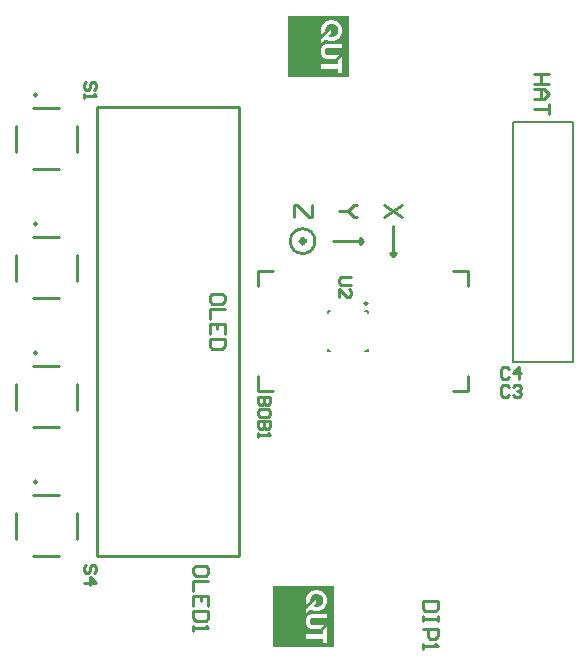
<source format=gto>
G04 Layer_Color=65535*
%FSLAX25Y25*%
%MOIN*%
G70*
G01*
G75*
%ADD16C,0.01000*%
%ADD30C,0.00984*%
%ADD31C,0.01500*%
%ADD32C,0.00020*%
%ADD33C,0.00787*%
D16*
X-73630Y-7268D02*
G03*
X-73630Y-7268I-394J0D01*
G01*
Y35732D02*
G03*
X-73630Y35732I-394J0D01*
G01*
Y-50268D02*
G03*
X-73630Y-50268I-394J0D01*
G01*
Y78732D02*
G03*
X-73630Y78732I-394J0D01*
G01*
X19123Y30000D02*
G03*
X19123Y30000I-4123J0D01*
G01*
X70000Y-20000D02*
Y-15000D01*
X65000Y-20000D02*
X70000D01*
X0D02*
Y-15000D01*
Y-20000D02*
X5000D01*
X0Y20000D02*
X5000D01*
X0Y15000D02*
Y20000D01*
X70000Y15000D02*
Y20000D01*
X65000D02*
X70000D01*
X-60244Y-26165D02*
Y-17504D01*
X-80717Y-26165D02*
Y-17504D01*
X-74811Y-11598D02*
X-66150D01*
X-74811Y-32071D02*
X-66150D01*
X-60244Y16835D02*
Y25496D01*
X-80717Y16835D02*
Y25496D01*
X-74811Y31402D02*
X-66150D01*
X-74811Y10929D02*
X-66150D01*
X-53622Y-74803D02*
X-6378D01*
X-53622D02*
Y74803D01*
X-6378Y-74803D02*
Y74803D01*
X-53622D02*
X-6378D01*
X-60244Y-69165D02*
Y-60504D01*
X-80717Y-69165D02*
Y-60504D01*
X-74811Y-54598D02*
X-66150D01*
X-74811Y-75071D02*
X-66150D01*
X-60244Y59835D02*
Y68496D01*
X-80717Y59835D02*
Y68496D01*
X-74811Y74402D02*
X-66150D01*
X-74811Y53929D02*
X-66150D01*
X45000Y25000D02*
Y35000D01*
X44000Y26000D02*
X45000Y25000D01*
X44000Y26000D02*
X46000D01*
X45000Y25000D02*
X46000Y26000D01*
X34000Y31000D02*
X35000Y30000D01*
X34000Y29000D02*
Y31000D01*
Y29000D02*
X35000Y30000D01*
X25000D02*
X35000D01*
X83666Y-18668D02*
X82999Y-18001D01*
X81666D01*
X81000Y-18668D01*
Y-21334D01*
X81666Y-22000D01*
X82999D01*
X83666Y-21334D01*
X84999Y-18668D02*
X85665Y-18001D01*
X86998D01*
X87665Y-18668D01*
Y-19334D01*
X86998Y-20001D01*
X86332D01*
X86998D01*
X87665Y-20667D01*
Y-21334D01*
X86998Y-22000D01*
X85665D01*
X84999Y-21334D01*
X83666Y-12668D02*
X82999Y-12001D01*
X81666D01*
X81000Y-12668D01*
Y-15334D01*
X81666Y-16000D01*
X82999D01*
X83666Y-15334D01*
X86998Y-16000D02*
Y-12001D01*
X84999Y-14001D01*
X87665D01*
X3999Y-22000D02*
X0D01*
Y-23999D01*
X667Y-24666D01*
X1333D01*
X1999Y-23999D01*
Y-22000D01*
Y-23999D01*
X2666Y-24666D01*
X3332D01*
X3999Y-23999D01*
Y-22000D01*
Y-27998D02*
Y-26665D01*
X3332Y-25999D01*
X667D01*
X0Y-26665D01*
Y-27998D01*
X667Y-28664D01*
X3332D01*
X3999Y-27998D01*
Y-29997D02*
X0D01*
Y-31997D01*
X667Y-32663D01*
X1333D01*
X1999Y-31997D01*
Y-29997D01*
Y-31997D01*
X2666Y-32663D01*
X3332D01*
X3999Y-31997D01*
Y-29997D01*
X0Y-33996D02*
Y-35329D01*
Y-34663D01*
X3999D01*
X3332Y-33996D01*
X30999Y18000D02*
X27666D01*
X27000Y17334D01*
Y16001D01*
X27666Y15334D01*
X30999D01*
X27000Y11336D02*
Y14001D01*
X29666Y11336D01*
X30332D01*
X30999Y12002D01*
Y13335D01*
X30332Y14001D01*
X59998Y-90000D02*
X55000D01*
Y-92499D01*
X55833Y-93332D01*
X59165D01*
X59998Y-92499D01*
Y-90000D01*
Y-94998D02*
Y-96665D01*
Y-95831D01*
X55000D01*
Y-94998D01*
Y-96665D01*
Y-99164D02*
X59998D01*
Y-101663D01*
X59165Y-102496D01*
X57499D01*
X56666Y-101663D01*
Y-99164D01*
X55000Y-104162D02*
Y-105828D01*
Y-104995D01*
X59998D01*
X59165Y-104162D01*
X96998Y85764D02*
X92000D01*
X94499D01*
Y82432D01*
X96998D01*
X92000D01*
Y80765D02*
X95332D01*
X96998Y79099D01*
X95332Y77433D01*
X92000D01*
X94499D01*
Y80765D01*
X96998Y75767D02*
Y72435D01*
Y74101D01*
X92000D01*
X-54668Y80334D02*
X-54001Y81001D01*
Y82334D01*
X-54668Y83000D01*
X-55334D01*
X-56001Y82334D01*
Y81001D01*
X-56667Y80334D01*
X-57334D01*
X-58000Y81001D01*
Y82334D01*
X-57334Y83000D01*
X-58000Y79001D02*
Y77668D01*
Y78335D01*
X-54001D01*
X-54668Y79001D01*
Y-80666D02*
X-54001Y-79999D01*
Y-78666D01*
X-54668Y-78000D01*
X-55334D01*
X-56001Y-78666D01*
Y-79999D01*
X-56667Y-80666D01*
X-57334D01*
X-58000Y-79999D01*
Y-78666D01*
X-57334Y-78000D01*
X-58000Y-83998D02*
X-54001D01*
X-56001Y-81999D01*
Y-84664D01*
X-16502Y-80735D02*
Y-79069D01*
X-17335Y-78236D01*
X-20667D01*
X-21500Y-79069D01*
Y-80735D01*
X-20667Y-81568D01*
X-17335D01*
X-16502Y-80735D01*
Y-83235D02*
X-21500D01*
Y-86567D01*
X-16502Y-91565D02*
Y-88233D01*
X-21500D01*
Y-91565D01*
X-19001Y-88233D02*
Y-89899D01*
X-16502Y-93231D02*
X-21500D01*
Y-95731D01*
X-20667Y-96564D01*
X-17335D01*
X-16502Y-95731D01*
Y-93231D01*
X-21500Y-98230D02*
Y-99896D01*
Y-99063D01*
X-16502D01*
X-17335Y-98230D01*
X32998Y42000D02*
X31998D01*
X29999Y40001D01*
X31998Y38001D01*
X32998D01*
X29999Y40001D02*
X27000D01*
X-11002Y9898D02*
Y11565D01*
X-11835Y12398D01*
X-15167D01*
X-16000Y11565D01*
Y9898D01*
X-15167Y9065D01*
X-11835D01*
X-11002Y9898D01*
Y7399D02*
X-16000D01*
Y4067D01*
X-11002Y-931D02*
Y2401D01*
X-16000D01*
Y-931D01*
X-13501Y2401D02*
Y735D01*
X-11002Y-2598D02*
X-16000D01*
Y-5097D01*
X-15167Y-5930D01*
X-11835D01*
X-11002Y-5097D01*
Y-2598D01*
X42002Y38000D02*
X48000Y41999D01*
X42002D02*
X48000Y38000D01*
X12002D02*
Y41999D01*
X13002D01*
X17000Y38000D01*
X18000D01*
Y41999D01*
D30*
X36595Y9252D02*
G03*
X36595Y9252I-492J0D01*
G01*
D31*
X15700Y30000D02*
G03*
X15700Y30000I-700J0D01*
G01*
D32*
X27060Y85000D02*
Y85940D01*
X27240Y102840D02*
Y105000D01*
X27280Y85000D02*
Y85940D01*
X27260Y102820D02*
Y105000D01*
X27160Y96200D02*
Y97740D01*
X27400Y85000D02*
Y85940D01*
X27380Y102700D02*
Y105000D01*
X27420Y85000D02*
Y85940D01*
X27360Y102720D02*
Y105000D01*
X27140Y96200D02*
Y97720D01*
X27380Y96200D02*
Y97960D01*
X27160Y92420D02*
Y94400D01*
X27440Y96200D02*
Y98040D01*
X27220Y102860D02*
Y105000D01*
Y92420D02*
Y94400D01*
X27300Y85000D02*
Y85940D01*
X27440Y92420D02*
Y94400D01*
X27060Y92420D02*
Y94400D01*
X27360Y91400D02*
Y92060D01*
X27340Y92420D02*
Y94400D01*
X27140Y85000D02*
Y85940D01*
X27120Y91180D02*
Y91820D01*
X27340Y91380D02*
Y92040D01*
X27200Y92420D02*
Y94400D01*
X27220Y91280D02*
Y91920D01*
X27420Y102660D02*
Y105000D01*
X27100Y91160D02*
Y91800D01*
X27360Y92420D02*
Y94400D01*
X27120Y85000D02*
Y85940D01*
X27220Y96200D02*
Y97800D01*
X27060Y96200D02*
Y97640D01*
X27140Y92420D02*
Y94400D01*
X27340Y85000D02*
Y85940D01*
X27280Y102800D02*
Y105000D01*
X27440Y102620D02*
Y105000D01*
X27340Y102720D02*
Y105000D01*
X27460Y85000D02*
Y85940D01*
X27240Y85000D02*
Y85940D01*
X27060Y91120D02*
Y91760D01*
X27100Y96200D02*
Y97680D01*
X27200Y96200D02*
Y97780D01*
X27320Y92420D02*
Y94400D01*
X27360Y96200D02*
Y97940D01*
X27100Y102980D02*
Y105000D01*
X27060Y103020D02*
Y105000D01*
X27120Y102960D02*
Y105000D01*
X27360Y85000D02*
Y85940D01*
X27160Y85000D02*
Y85940D01*
Y102920D02*
Y105000D01*
X27420Y92420D02*
Y94400D01*
Y91460D02*
Y92080D01*
X27140Y102940D02*
Y105000D01*
X27380Y85000D02*
Y85940D01*
X27180Y85000D02*
Y85940D01*
Y92420D02*
Y94400D01*
X27400Y96200D02*
Y98000D01*
X27200Y91260D02*
Y91900D01*
X27400Y92420D02*
Y94400D01*
X27180Y91240D02*
Y91880D01*
X27400Y91440D02*
Y92060D01*
X27380Y92420D02*
Y94400D01*
X27160Y91220D02*
Y91860D01*
X27140Y91200D02*
Y91840D01*
X27180Y96200D02*
Y97760D01*
X27420Y96200D02*
Y98020D01*
X27380Y91420D02*
Y92060D01*
X27400Y102680D02*
Y105000D01*
X27100Y92420D02*
Y94400D01*
X27320Y96200D02*
Y97920D01*
X27180Y102900D02*
Y105000D01*
X27200Y85000D02*
Y85940D01*
Y102880D02*
Y105000D01*
X27100Y85000D02*
Y85940D01*
X27080Y91140D02*
Y91780D01*
X27300Y91360D02*
Y92000D01*
X27320Y85000D02*
Y85940D01*
X27080Y85000D02*
Y85940D01*
X27440Y91480D02*
Y92100D01*
X27220Y85000D02*
Y85940D01*
X27440Y85000D02*
Y85940D01*
X27080Y96200D02*
Y97660D01*
Y103000D02*
Y105000D01*
X27300Y96200D02*
Y97900D01*
X27080Y92420D02*
Y94400D01*
X27300Y102780D02*
Y105000D01*
Y92420D02*
Y94400D01*
X27320Y91360D02*
Y92020D01*
X27280Y92420D02*
Y94400D01*
Y96200D02*
Y97880D01*
X27120Y92420D02*
Y94400D01*
X27320Y102760D02*
Y105000D01*
X27340Y96200D02*
Y97940D01*
X27120Y96200D02*
Y97700D01*
X27020Y91080D02*
Y91720D01*
Y85000D02*
Y85940D01*
Y103060D02*
Y105000D01*
X27260Y85000D02*
Y85940D01*
X27040Y85000D02*
Y85940D01*
X27260Y91320D02*
Y91960D01*
X27040Y91100D02*
Y91740D01*
X27260Y92420D02*
Y94400D01*
X27040Y92420D02*
Y94400D01*
X27260Y96200D02*
Y97840D01*
X27040Y96200D02*
Y97620D01*
X27020Y96200D02*
Y97600D01*
Y92420D02*
Y94400D01*
X27240Y92420D02*
Y94400D01*
X27040Y103040D02*
Y105000D01*
X27240Y96200D02*
Y97820D01*
Y91300D02*
Y91940D01*
X27280Y91340D02*
Y91980D01*
X26080Y103700D02*
Y105000D01*
X25980Y96200D02*
Y96920D01*
X26080Y99160D02*
Y101620D01*
X25980Y92420D02*
Y94400D01*
Y89240D02*
Y90740D01*
Y99040D02*
Y101720D01*
X26100Y85000D02*
Y87380D01*
X25980Y103760D02*
Y105000D01*
X26100Y89240D02*
Y90860D01*
X26000Y85000D02*
Y87380D01*
X26100Y92420D02*
Y94400D01*
X26000Y89240D02*
Y90760D01*
X26100Y96200D02*
Y96960D01*
X26000Y92420D02*
Y94400D01*
X26100Y99180D02*
Y101600D01*
X26000Y96200D02*
Y96920D01*
X26100Y103700D02*
Y105000D01*
X26000Y99080D02*
Y101700D01*
X26120Y85000D02*
Y87380D01*
X26000Y103740D02*
Y105000D01*
X26120Y89240D02*
Y90880D01*
X26020Y85000D02*
Y87380D01*
X26120Y92420D02*
Y94400D01*
X26020Y89240D02*
Y90780D01*
X26120Y96200D02*
Y96980D01*
X26020Y92420D02*
Y94400D01*
X26120Y99200D02*
Y101560D01*
X26020Y96200D02*
Y96940D01*
X26120Y103680D02*
Y105000D01*
X26020Y99100D02*
Y101680D01*
X26140Y85000D02*
Y87380D01*
X26020Y103740D02*
Y105000D01*
X26140Y89240D02*
Y90880D01*
X26040Y85000D02*
Y87380D01*
X26140Y92420D02*
Y94400D01*
X26040Y89240D02*
Y90800D01*
X26140Y96200D02*
Y96980D01*
X26040Y92420D02*
Y94400D01*
X26140Y99220D02*
Y101540D01*
X26040Y96200D02*
Y96940D01*
X26140Y103680D02*
Y105000D01*
X26040Y99120D02*
Y101660D01*
X26160Y85000D02*
Y87380D01*
X26040Y103720D02*
Y105000D01*
X26160Y89240D02*
Y90900D01*
X26060Y85000D02*
Y87380D01*
X26160Y92420D02*
Y94400D01*
X26060Y89240D02*
Y90820D01*
X26160Y96200D02*
Y97000D01*
X26060Y92420D02*
Y94400D01*
X26160Y99260D02*
Y101520D01*
X26060Y96200D02*
Y96940D01*
X26160Y103660D02*
Y105000D01*
X26060Y99140D02*
Y101640D01*
X26180Y85000D02*
Y87380D01*
X26060Y103720D02*
Y105000D01*
X26180Y89240D02*
Y90920D01*
X26080Y85000D02*
Y87380D01*
X26180Y92420D02*
Y94400D01*
X26080Y89240D02*
Y90840D01*
X26180Y96200D02*
Y97000D01*
X26080Y92420D02*
Y94400D01*
Y96200D02*
Y96960D01*
X27000Y103080D02*
Y105000D01*
X26560Y92420D02*
Y94400D01*
X27000Y96200D02*
Y97580D01*
X26560Y90640D02*
Y91280D01*
X27000Y92420D02*
Y94400D01*
X26560Y85000D02*
Y85940D01*
X27000Y91060D02*
Y91720D01*
X26540Y103440D02*
Y105000D01*
X27000Y85000D02*
Y85940D01*
X26540Y96200D02*
Y97220D01*
X26980Y103100D02*
Y105000D01*
X26540Y92420D02*
Y94400D01*
X26980Y96200D02*
Y97580D01*
X26540Y90620D02*
Y91260D01*
X26980Y92420D02*
Y94400D01*
X26540Y85000D02*
Y85940D01*
X26980Y91040D02*
Y91700D01*
X26520Y103460D02*
Y105000D01*
X26980Y85000D02*
Y85940D01*
X26520Y100260D02*
Y100580D01*
X26960Y103120D02*
Y105000D01*
X26520Y96200D02*
Y97200D01*
X26960Y96200D02*
Y97560D01*
X26520Y92420D02*
Y94400D01*
X26960Y92420D02*
Y94400D01*
X26520Y90600D02*
Y91240D01*
X26960Y91020D02*
Y91680D01*
X26520Y85000D02*
Y85940D01*
X26960Y85000D02*
Y85940D01*
X26500Y103480D02*
Y105000D01*
X26940Y103140D02*
Y105000D01*
X26500Y100100D02*
Y100740D01*
X26940Y96200D02*
Y97540D01*
X26500Y96200D02*
Y97200D01*
X26940Y92420D02*
Y94400D01*
X26500Y92420D02*
Y94400D01*
X26940Y91000D02*
Y91660D01*
X26500Y90580D02*
Y91220D01*
X26940Y85000D02*
Y85940D01*
X26500Y85000D02*
Y85940D01*
X26920Y103140D02*
Y105000D01*
X26480Y103480D02*
Y105000D01*
X26920Y96200D02*
Y97520D01*
X26480Y99980D02*
Y100840D01*
X26920Y92420D02*
Y94400D01*
X26480Y96200D02*
Y97180D01*
X26920Y90980D02*
Y91640D01*
X26480Y92420D02*
Y94400D01*
X26920Y85000D02*
Y85940D01*
X26480Y90560D02*
Y91200D01*
X26900Y103160D02*
Y105000D01*
X26480Y85000D02*
Y85940D01*
X26900Y96200D02*
Y97500D01*
X26460Y103500D02*
Y105000D01*
X26900Y92420D02*
Y94400D01*
X26460Y99900D02*
Y100920D01*
X26900Y90960D02*
Y91620D01*
X26460Y96200D02*
Y97160D01*
X26900Y85000D02*
Y85940D01*
X26460Y92420D02*
Y94400D01*
X26880Y103180D02*
Y105000D01*
X26460Y90540D02*
Y91180D01*
X26880Y96200D02*
Y97480D01*
X26460Y85000D02*
Y85940D01*
X26880Y92420D02*
Y94400D01*
X26440Y103520D02*
Y105000D01*
X26880Y90940D02*
Y91600D01*
X26440Y99820D02*
Y100980D01*
X26880Y85000D02*
Y85940D01*
X26440Y96200D02*
Y97160D01*
X26860Y103200D02*
Y105000D01*
X26440Y92420D02*
Y94400D01*
X26860Y96200D02*
Y97460D01*
X26440Y90520D02*
Y91160D01*
X26860Y92420D02*
Y94400D01*
X26440Y85000D02*
Y85940D01*
X26860Y90920D02*
Y91580D01*
X26420Y103520D02*
Y105000D01*
X26860Y85000D02*
Y85940D01*
X26420Y99760D02*
Y101040D01*
X26840Y103220D02*
Y105000D01*
X26420Y96200D02*
Y97140D01*
X26840Y96200D02*
Y97460D01*
X26420Y92420D02*
Y94400D01*
X26840Y92420D02*
Y94400D01*
X26420Y90500D02*
Y91140D01*
X26840Y90920D02*
Y91560D01*
X26420Y85000D02*
Y85940D01*
X26840Y85000D02*
Y85940D01*
X26400Y103540D02*
Y105000D01*
X26820Y103240D02*
Y105000D01*
X26400Y99720D02*
Y101100D01*
X26820Y96200D02*
Y97440D01*
X26400Y96200D02*
Y97140D01*
X26820Y92420D02*
Y94400D01*
X26400Y92420D02*
Y94400D01*
X26820Y90920D02*
Y91540D01*
X26400Y89240D02*
Y91120D01*
X26820Y85000D02*
Y85940D01*
X26400Y85000D02*
Y87380D01*
X26800Y103240D02*
Y105000D01*
X26380Y103540D02*
Y105000D01*
X26800Y96200D02*
Y97420D01*
X26380Y99660D02*
Y101160D01*
X26800Y92420D02*
Y94400D01*
X26380Y96200D02*
Y97120D01*
X26800Y90900D02*
Y91520D01*
X26380Y92420D02*
Y94400D01*
X26800Y85000D02*
Y85940D01*
X26380Y89240D02*
Y91100D01*
X26780Y103260D02*
Y105000D01*
X26380Y85000D02*
Y87380D01*
X26780Y96200D02*
Y97400D01*
X26360Y103560D02*
Y105000D01*
X26780Y92420D02*
Y94400D01*
X26360Y99620D02*
Y101200D01*
X26780Y90880D02*
Y91500D01*
X26360Y96200D02*
Y97100D01*
X26780Y85000D02*
Y85940D01*
X26360Y92420D02*
Y94400D01*
X26760Y103280D02*
Y105000D01*
X26360Y89240D02*
Y91080D01*
X26760Y96200D02*
Y97380D01*
X26360Y85000D02*
Y87380D01*
X26760Y92420D02*
Y94400D01*
X26340Y103580D02*
Y105000D01*
X26760Y90860D02*
Y91480D01*
X26340Y99560D02*
Y101240D01*
X26760Y85000D02*
Y85940D01*
X26340Y96200D02*
Y97100D01*
X26740Y103300D02*
Y105000D01*
X26340Y92420D02*
Y94400D01*
X26740Y96200D02*
Y97380D01*
X26340Y89240D02*
Y91060D01*
X26740Y92420D02*
Y94400D01*
X26340Y85000D02*
Y87380D01*
X26740Y90840D02*
Y91460D01*
X26320Y103580D02*
Y105000D01*
X26740Y85000D02*
Y85940D01*
X26320Y99520D02*
Y101280D01*
X26720Y103300D02*
Y105000D01*
X26320Y96200D02*
Y97080D01*
X26720Y96200D02*
Y97360D01*
X26320Y92420D02*
Y94400D01*
X26720Y92420D02*
Y94400D01*
X26320Y89240D02*
Y91040D01*
X26720Y90820D02*
Y91440D01*
X26320Y85000D02*
Y87380D01*
X26720Y85000D02*
Y85940D01*
X26300Y103600D02*
Y105000D01*
X26700Y103320D02*
Y105000D01*
X26300Y99480D02*
Y101320D01*
X26700Y96200D02*
Y97340D01*
X26300Y96200D02*
Y97080D01*
X26700Y92420D02*
Y94400D01*
X26300Y92420D02*
Y94400D01*
X26700Y90800D02*
Y91420D01*
X26300Y89240D02*
Y91020D01*
X26700Y85000D02*
Y85940D01*
X26300Y85000D02*
Y87380D01*
X26680Y103360D02*
Y105000D01*
X26280Y103600D02*
Y105000D01*
X26680Y96200D02*
Y97320D01*
X26280Y99440D02*
Y101360D01*
X26680Y92420D02*
Y94400D01*
X26280Y96200D02*
Y97060D01*
X26680Y90780D02*
Y91400D01*
X26280Y92420D02*
Y94400D01*
X26680Y85000D02*
Y85940D01*
X26280Y89240D02*
Y91020D01*
X26660Y103360D02*
Y105000D01*
X26280Y85000D02*
Y87380D01*
X26660Y96200D02*
Y97300D01*
X26260Y103620D02*
Y105000D01*
X26660Y92420D02*
Y94400D01*
X26260Y99420D02*
Y101380D01*
X26660Y90760D02*
Y91380D01*
X26260Y96200D02*
Y97060D01*
X26660Y85000D02*
Y85940D01*
X26260Y92420D02*
Y94400D01*
X26640Y103380D02*
Y105000D01*
X26260Y89240D02*
Y91000D01*
X26640Y96200D02*
Y97280D01*
X26260Y85000D02*
Y87380D01*
X26640Y92420D02*
Y94400D01*
X26240Y103620D02*
Y105000D01*
X26640Y90740D02*
Y91360D01*
X26240Y99380D02*
Y101420D01*
X26640Y85000D02*
Y85940D01*
X26240Y96200D02*
Y97040D01*
X26620Y103400D02*
Y105000D01*
X26240Y92420D02*
Y94400D01*
X26620Y96200D02*
Y97280D01*
X26240Y89240D02*
Y90980D01*
X26620Y92420D02*
Y94400D01*
X26240Y85000D02*
Y87380D01*
X26620Y90700D02*
Y91340D01*
X26220Y103640D02*
Y105000D01*
X26620Y85000D02*
Y85940D01*
X26220Y99340D02*
Y101440D01*
X26600Y103400D02*
Y105000D01*
X26220Y96200D02*
Y97020D01*
X26600Y96200D02*
Y97260D01*
X26220Y92420D02*
Y94400D01*
X26600Y92420D02*
Y94400D01*
X26220Y89240D02*
Y90960D01*
X26600Y90680D02*
Y91320D01*
X26220Y85000D02*
Y87380D01*
X26600Y85000D02*
Y85940D01*
X26200Y103640D02*
Y105000D01*
X26580Y103420D02*
Y105000D01*
X26200Y99320D02*
Y101480D01*
X26580Y96200D02*
Y97240D01*
X26200Y96200D02*
Y97020D01*
X26580Y92420D02*
Y94400D01*
X26200Y92420D02*
Y94400D01*
X26580Y90660D02*
Y91300D01*
X26200Y89240D02*
Y90940D01*
X26580Y85000D02*
Y85940D01*
X26200Y85000D02*
Y87380D01*
X26560Y103440D02*
Y105000D01*
X26180Y103660D02*
Y105000D01*
Y99280D02*
Y101480D01*
X26560Y96200D02*
Y97240D01*
X11160Y85000D02*
Y105000D01*
X13800Y85000D02*
Y105000D01*
X13720Y85000D02*
Y105000D01*
X13220Y85000D02*
Y105000D01*
X13460Y85000D02*
Y105000D01*
X10820Y85000D02*
Y105000D01*
X13940Y85000D02*
Y105000D01*
X11660Y85000D02*
Y105000D01*
X13560Y85000D02*
Y105000D01*
X13000Y85000D02*
Y105000D01*
X12300Y85000D02*
Y105000D01*
X12140Y85000D02*
Y105000D01*
X12340Y85000D02*
Y105000D01*
X12960Y85000D02*
Y105000D01*
X11080Y85000D02*
Y105000D01*
X12600Y85000D02*
Y105000D01*
X12000Y85000D02*
Y105000D01*
X13440Y85000D02*
Y105000D01*
X12580Y85000D02*
Y105000D01*
X12320Y85000D02*
Y105000D01*
X10800Y85000D02*
Y105000D01*
X11900Y85000D02*
Y105000D01*
X13580Y85000D02*
Y105000D01*
X11460Y85000D02*
Y105000D01*
X13880Y85000D02*
Y105000D01*
X13300Y85000D02*
Y105000D01*
X13280Y85000D02*
Y105000D01*
X12260Y85000D02*
Y105000D01*
X10920Y85000D02*
Y105000D01*
X13760Y85000D02*
Y105000D01*
X12220Y85000D02*
Y105000D01*
X11680Y85000D02*
Y105000D01*
X12380Y85000D02*
Y105000D01*
X11240Y85000D02*
Y105000D01*
X12240Y85000D02*
Y105000D01*
X13360Y85000D02*
Y105000D01*
X12780Y85000D02*
Y105000D01*
X13140Y85000D02*
Y105000D01*
X11360Y85000D02*
Y105000D01*
X13060Y85000D02*
Y105000D01*
X13400Y85000D02*
Y105000D01*
X12680Y85000D02*
Y105000D01*
X13820Y85000D02*
Y105000D01*
X11760Y85000D02*
Y105000D01*
X11920Y85000D02*
Y105000D01*
X12120Y85000D02*
Y105000D01*
X11540Y85000D02*
Y105000D01*
X12100Y85000D02*
Y105000D01*
X10900Y85000D02*
Y105000D01*
X11100Y85000D02*
Y105000D01*
X10780Y85000D02*
Y105000D01*
X12180Y85000D02*
Y105000D01*
X10740Y85000D02*
Y105000D01*
X12540Y85000D02*
Y105000D01*
X11000Y85000D02*
Y105000D01*
X11180Y85000D02*
Y105000D01*
X11940Y85000D02*
Y105000D01*
X12640Y85000D02*
Y105000D01*
X11500Y85000D02*
Y105000D01*
X13860Y85000D02*
Y105000D01*
X11020Y85000D02*
Y105000D01*
X12280Y85000D02*
Y105000D01*
X11520Y85000D02*
Y105000D01*
X13120Y85000D02*
Y105000D01*
X13260Y85000D02*
Y105000D01*
X13600Y85000D02*
Y105000D01*
X12940Y85000D02*
Y105000D01*
X11960Y85000D02*
Y105000D01*
X11880Y85000D02*
Y105000D01*
X13380Y85000D02*
Y105000D01*
X12920Y85000D02*
Y105000D01*
X13660Y85000D02*
Y105000D01*
X12060Y85000D02*
Y105000D01*
X13320Y85000D02*
Y105000D01*
X12820Y85000D02*
Y105000D01*
X10860Y85000D02*
Y105000D01*
X10840Y85000D02*
Y105000D01*
X12860Y85000D02*
Y105000D01*
X11700Y85000D02*
Y105000D01*
X12560Y85000D02*
Y105000D01*
X12880Y85000D02*
Y105000D01*
X13900Y85000D02*
Y105000D01*
X11060Y85000D02*
Y105000D01*
X13160Y85000D02*
Y105000D01*
X13100Y85000D02*
Y105000D01*
X11280Y85000D02*
Y105000D01*
X11440Y85000D02*
Y105000D01*
X13740Y85000D02*
Y105000D01*
X13340Y85000D02*
Y105000D01*
X11980Y85000D02*
Y105000D01*
X12040Y85000D02*
Y105000D01*
X12980Y85000D02*
Y105000D01*
X13540Y85000D02*
Y105000D01*
X12620Y85000D02*
Y105000D01*
X12200Y85000D02*
Y105000D01*
X13200Y85000D02*
Y105000D01*
X11580Y85000D02*
Y105000D01*
X11340Y85000D02*
Y105000D01*
X13020Y85000D02*
Y105000D01*
X12460Y85000D02*
Y105000D01*
X13240Y85000D02*
Y105000D01*
X13920Y85000D02*
Y105000D01*
X11860Y85000D02*
Y105000D01*
X13500Y85000D02*
Y105000D01*
X12440Y85000D02*
Y105000D01*
X10880Y85000D02*
Y105000D01*
X11040Y85000D02*
Y105000D01*
X12760Y85000D02*
Y105000D01*
X12160Y85000D02*
Y105000D01*
X12080Y85000D02*
Y105000D01*
X11420Y85000D02*
Y105000D01*
X11120Y85000D02*
Y105000D01*
X11480Y85000D02*
Y105000D01*
X11640Y85000D02*
Y105000D01*
X10760Y85000D02*
Y105000D01*
X12500Y85000D02*
Y105000D01*
X13640Y85000D02*
Y105000D01*
X11800Y85000D02*
Y105000D01*
X13520Y85000D02*
Y105000D01*
X10980Y85000D02*
Y105000D01*
X12720Y85000D02*
Y105000D01*
X12480Y85000D02*
Y105000D01*
X11740Y85000D02*
Y105000D01*
X12400Y85000D02*
Y105000D01*
X11260Y85000D02*
Y105000D01*
X13180Y85000D02*
Y105000D01*
X11400Y85000D02*
Y105000D01*
X11200Y85000D02*
Y105000D01*
X13080Y85000D02*
Y105000D01*
X12660Y85000D02*
Y105000D01*
X13620Y85000D02*
Y105000D01*
X13840Y85000D02*
Y105000D01*
X11560Y85000D02*
Y105000D01*
X11820Y85000D02*
Y105000D01*
X13700Y85000D02*
Y105000D01*
X12520Y85000D02*
Y105000D01*
X10700Y85000D02*
Y105000D01*
X12740Y85000D02*
Y105000D01*
X12900Y85000D02*
Y105000D01*
X13420Y85000D02*
Y105000D01*
X12420Y85000D02*
Y105000D01*
X12020Y85000D02*
Y105000D01*
X10720Y85000D02*
Y105000D01*
X11380Y85000D02*
Y105000D01*
X13780Y85000D02*
Y105000D01*
X11780Y85000D02*
Y105000D01*
X11220Y85000D02*
Y105000D01*
X11840Y85000D02*
Y105000D01*
X11600Y85000D02*
Y105000D01*
X12840Y85000D02*
Y105000D01*
X13960Y85000D02*
Y105000D01*
X11320Y85000D02*
Y105000D01*
X11720Y85000D02*
Y105000D01*
X11620Y85000D02*
Y105000D01*
X10960Y85000D02*
Y105000D01*
X11140Y85000D02*
Y105000D01*
X13040Y85000D02*
Y105000D01*
X11300Y85000D02*
Y105000D01*
X13680Y85000D02*
Y105000D01*
X13480Y85000D02*
Y105000D01*
X12700Y85000D02*
Y105000D01*
X10940Y85000D02*
Y105000D01*
X12800Y85000D02*
Y105000D01*
X12360Y85000D02*
Y105000D01*
X30160Y85000D02*
Y105000D01*
X30080Y85000D02*
Y105000D01*
X30120Y85000D02*
Y105000D01*
X30100Y85000D02*
Y105000D01*
X30140Y85000D02*
Y105000D01*
X28460Y85000D02*
Y105000D01*
X30060Y85000D02*
Y105000D01*
X30040Y85000D02*
Y105000D01*
X30020Y85000D02*
Y105000D01*
X30000Y85000D02*
Y105000D01*
X29980Y85000D02*
Y105000D01*
X29960Y85000D02*
Y105000D01*
X29940Y85000D02*
Y105000D01*
X29920Y85000D02*
Y105000D01*
X29900Y85000D02*
Y105000D01*
X29880Y85000D02*
Y105000D01*
X29860Y85000D02*
Y105000D01*
X29840Y85000D02*
Y105000D01*
X29820Y85000D02*
Y105000D01*
X29800Y85000D02*
Y105000D01*
X29780Y85000D02*
Y105000D01*
X29760Y85000D02*
Y105000D01*
X29740Y85000D02*
Y105000D01*
X29720Y85000D02*
Y105000D01*
X29700Y85000D02*
Y105000D01*
X29680Y85000D02*
Y105000D01*
X29660Y85000D02*
Y105000D01*
X29640Y85000D02*
Y105000D01*
X29620Y85000D02*
Y105000D01*
X29600Y85000D02*
Y105000D01*
X29580Y85000D02*
Y105000D01*
X29560Y85000D02*
Y105000D01*
X29540Y85000D02*
Y105000D01*
X29520Y85000D02*
Y105000D01*
X29500Y85000D02*
Y105000D01*
X29480Y85000D02*
Y105000D01*
X29460Y85000D02*
Y105000D01*
X29440Y85000D02*
Y105000D01*
X29420Y85000D02*
Y105000D01*
X29400Y85000D02*
Y105000D01*
X29380Y85000D02*
Y105000D01*
X29360Y85000D02*
Y105000D01*
X29340Y85000D02*
Y105000D01*
X29320Y85000D02*
Y105000D01*
X29300Y85000D02*
Y105000D01*
X29280Y85000D02*
Y105000D01*
X29260Y85000D02*
Y105000D01*
X29240Y85000D02*
Y105000D01*
X29220Y85000D02*
Y105000D01*
X29200Y85000D02*
Y105000D01*
X29180Y85000D02*
Y105000D01*
X29160Y85000D02*
Y105000D01*
X29140Y85000D02*
Y105000D01*
X29120Y85000D02*
Y105000D01*
X29100Y85000D02*
Y105000D01*
X29080Y85000D02*
Y105000D01*
X29060Y85000D02*
Y105000D01*
X29040Y85000D02*
Y105000D01*
X29020Y85000D02*
Y105000D01*
X29000Y85000D02*
Y105000D01*
X28980Y85000D02*
Y105000D01*
X28960Y85000D02*
Y105000D01*
X28940Y85000D02*
Y105000D01*
X28920Y85000D02*
Y105000D01*
X28900Y85000D02*
Y105000D01*
X28880Y85000D02*
Y105000D01*
X28860Y85000D02*
Y105000D01*
X28840Y85000D02*
Y105000D01*
X28820Y85000D02*
Y105000D01*
X28800Y85000D02*
Y105000D01*
X28780Y85000D02*
Y105000D01*
X28760Y85000D02*
Y105000D01*
X28740Y85000D02*
Y105000D01*
X28720Y85000D02*
Y105000D01*
X28700Y85000D02*
Y105000D01*
X28680Y85000D02*
Y105000D01*
X28660Y85000D02*
Y105000D01*
X28640Y85000D02*
Y105000D01*
X28620Y85000D02*
Y105000D01*
X28600Y85000D02*
Y105000D01*
X28580Y85000D02*
Y105000D01*
X28560Y85000D02*
Y105000D01*
X28540Y85000D02*
Y105000D01*
X28520Y85000D02*
Y105000D01*
X28500Y85000D02*
Y105000D01*
X28480Y85000D02*
Y105000D01*
X28440Y85000D02*
Y105000D01*
X28420Y85000D02*
Y105000D01*
X28400Y85000D02*
Y105000D01*
X28380Y85000D02*
Y105000D01*
X28360Y85000D02*
Y105000D01*
X28340Y85000D02*
Y105000D01*
X28320Y85000D02*
Y105000D01*
X28300Y85000D02*
Y105000D01*
X28280Y85000D02*
Y105000D01*
X28260Y85000D02*
Y105000D01*
X28240Y85000D02*
Y105000D01*
X28220Y100520D02*
Y105000D01*
Y85000D02*
Y100140D01*
X28200Y100740D02*
Y105000D01*
Y85000D02*
Y99920D01*
X28180Y100900D02*
Y105000D01*
Y96200D02*
Y99760D01*
Y92200D02*
Y94400D01*
Y85000D02*
Y85940D01*
X28160Y101020D02*
Y105000D01*
Y96200D02*
Y99660D01*
Y92180D02*
Y94400D01*
Y85000D02*
Y85940D01*
X28140Y101120D02*
Y105000D01*
Y96200D02*
Y99540D01*
Y92160D02*
Y94400D01*
Y85000D02*
Y85940D01*
X28120Y101200D02*
Y105000D01*
Y96200D02*
Y99460D01*
Y92140D02*
Y94400D01*
Y85000D02*
Y85940D01*
X28100Y101280D02*
Y105000D01*
Y96200D02*
Y99380D01*
Y92120D02*
Y94400D01*
Y85000D02*
Y85940D01*
X28080Y101360D02*
Y105000D01*
Y96200D02*
Y99300D01*
Y92100D02*
Y94400D01*
Y85000D02*
Y85940D01*
X28060Y101420D02*
Y105000D01*
Y96200D02*
Y99240D01*
Y92100D02*
Y94400D01*
Y85000D02*
Y85940D01*
X24840Y85000D02*
Y87380D01*
Y89240D02*
Y90640D01*
X25740Y103840D02*
Y105000D01*
X25780Y85000D02*
Y87380D01*
X25800Y92420D02*
Y94400D01*
Y89240D02*
Y90640D01*
X25760Y89240D02*
Y90640D01*
X25800Y85000D02*
Y87380D01*
X25780Y103840D02*
Y105000D01*
X25760Y85000D02*
Y87380D01*
X25740Y98820D02*
Y101940D01*
X25780Y98860D02*
Y101900D01*
Y96200D02*
Y96840D01*
X25740Y96200D02*
Y96820D01*
Y92420D02*
Y94400D01*
X25780Y92420D02*
Y94400D01*
Y89240D02*
Y90640D01*
X25740Y89240D02*
Y90640D01*
Y85000D02*
Y87380D01*
X25760Y98840D02*
Y101920D01*
Y103840D02*
Y105000D01*
Y96200D02*
Y96820D01*
X25720Y103860D02*
Y105000D01*
Y96200D02*
Y96800D01*
Y98820D02*
Y101960D01*
X25760Y92420D02*
Y94400D01*
X27680Y96200D02*
Y98380D01*
X27860Y101940D02*
Y105000D01*
X27680Y102280D02*
Y105000D01*
X27880Y85000D02*
Y85940D01*
X27700Y85000D02*
Y85940D01*
X27880Y91920D02*
Y94400D01*
X27700Y91740D02*
Y92360D01*
X27880Y96200D02*
Y98800D01*
X27700Y92420D02*
Y94400D01*
X27880Y101900D02*
Y105000D01*
X27700Y96200D02*
Y98420D01*
X27900Y85000D02*
Y85940D01*
X27700Y102240D02*
Y105000D01*
X27900Y91940D02*
Y94400D01*
X27720Y85000D02*
Y85940D01*
X27900Y96200D02*
Y98840D01*
X27720Y91760D02*
Y92380D01*
X27900Y101840D02*
Y105000D01*
X27720Y92420D02*
Y94400D01*
X27920Y85000D02*
Y85940D01*
X27720Y96200D02*
Y98440D01*
X27920Y91960D02*
Y94400D01*
X27720Y102220D02*
Y105000D01*
X27920Y96200D02*
Y98880D01*
X27740Y85000D02*
Y85940D01*
X27920Y101800D02*
Y105000D01*
X27740Y91780D02*
Y92400D01*
X27940Y85000D02*
Y85940D01*
X27740Y92420D02*
Y94400D01*
X27940Y91980D02*
Y94400D01*
X27740Y96200D02*
Y98480D01*
X27940Y96200D02*
Y98920D01*
X27740Y102180D02*
Y105000D01*
X27940Y101760D02*
Y105000D01*
X27760Y85000D02*
Y85940D01*
X27960Y85000D02*
Y85940D01*
X27760Y91800D02*
Y92400D01*
X27960Y92000D02*
Y94400D01*
X27760Y92420D02*
Y94400D01*
X27960Y96200D02*
Y98980D01*
X27760Y96200D02*
Y98520D01*
X27960Y101700D02*
Y105000D01*
X27760Y102140D02*
Y105000D01*
X27980Y85000D02*
Y85940D01*
X27780Y85000D02*
Y85940D01*
X27980Y92020D02*
Y94400D01*
X27780Y91820D02*
Y94400D01*
X27980Y96200D02*
Y99020D01*
X27780Y96200D02*
Y98560D01*
X27980Y101660D02*
Y105000D01*
X27780Y102120D02*
Y105000D01*
X28000Y85000D02*
Y85940D01*
X27800Y85000D02*
Y85940D01*
X28000Y92040D02*
Y94400D01*
X27800Y91820D02*
Y94400D01*
X28000Y96200D02*
Y99080D01*
X27800Y96200D02*
Y98600D01*
X28000Y101600D02*
Y105000D01*
X27800Y102080D02*
Y105000D01*
X28020Y85000D02*
Y85940D01*
X27820Y91860D02*
Y94400D01*
Y85000D02*
Y85940D01*
X28020Y92060D02*
Y94400D01*
Y96200D02*
Y99120D01*
X27860Y96200D02*
Y98740D01*
X27680Y92420D02*
Y94400D01*
X27840Y102000D02*
Y105000D01*
X28040Y101480D02*
Y105000D01*
Y92080D02*
Y94400D01*
X27860Y85000D02*
Y85940D01*
Y91900D02*
Y94400D01*
X27840Y91880D02*
Y94400D01*
X28040Y96200D02*
Y99180D01*
X27840Y96200D02*
Y98660D01*
Y85000D02*
Y85940D01*
X27820Y96200D02*
Y98620D01*
X28020Y101540D02*
Y105000D01*
X28040Y85000D02*
Y85940D01*
X27680Y85000D02*
Y85940D01*
X27660Y102320D02*
Y105000D01*
X27680Y91720D02*
Y92340D01*
X27820Y102040D02*
Y105000D01*
X22900Y103700D02*
Y105000D01*
X23140Y85000D02*
Y87380D01*
X23100Y96200D02*
Y96840D01*
X23060Y92420D02*
Y94400D01*
X23100Y99860D02*
Y101720D01*
X22920Y103720D02*
Y105000D01*
Y99660D02*
Y101500D01*
X23020Y96200D02*
Y96880D01*
X22900Y99640D02*
Y101480D01*
X23080Y96200D02*
Y96860D01*
X23140Y99900D02*
Y101780D01*
X23120Y92420D02*
Y94400D01*
X23080Y92420D02*
Y94400D01*
Y89240D02*
Y90640D01*
X22900Y96200D02*
Y96940D01*
X23080Y99840D02*
Y101700D01*
X23060Y103780D02*
Y105000D01*
X23140Y89240D02*
Y90640D01*
X23000Y99740D02*
Y101600D01*
X23140Y92420D02*
Y94400D01*
X23100Y92420D02*
Y94400D01*
X22920Y96200D02*
Y96940D01*
X23040Y89240D02*
Y90640D01*
X23060Y99800D02*
Y101660D01*
X23120Y96200D02*
Y96840D01*
X22980Y92420D02*
Y94400D01*
X23040Y92420D02*
Y94400D01*
X23080Y85000D02*
Y87380D01*
X22920Y92420D02*
Y94380D01*
X23100Y89240D02*
Y90640D01*
Y85000D02*
Y87380D01*
X22920Y89240D02*
Y90640D01*
X23080Y103780D02*
Y105000D01*
X23140Y96200D02*
Y96840D01*
X23100Y103800D02*
Y105000D01*
X22960Y85000D02*
Y87380D01*
X23120Y103800D02*
Y105000D01*
X23060Y89240D02*
Y90640D01*
Y96200D02*
Y96880D01*
X22920Y85000D02*
Y87380D01*
X22940Y89240D02*
Y90640D01*
X22960Y103720D02*
Y105000D01*
X22940Y85000D02*
Y87380D01*
X23000Y103740D02*
Y105000D01*
X22980Y89240D02*
Y90640D01*
X22960Y99700D02*
Y101540D01*
X23340Y103860D02*
Y105000D01*
Y89240D02*
Y90640D01*
Y96200D02*
Y96780D01*
Y92420D02*
Y94400D01*
X22960Y96200D02*
Y96920D01*
X23340Y85000D02*
Y87380D01*
Y100080D02*
Y101940D01*
X23520Y96200D02*
Y96720D01*
X23320Y103860D02*
Y105000D01*
X23400Y100140D02*
Y101980D01*
X23440Y89240D02*
Y90640D01*
X23500Y100240D02*
Y102060D01*
X23520Y92420D02*
Y94400D01*
X23500Y103900D02*
Y105000D01*
X23520Y89240D02*
Y90640D01*
Y85000D02*
Y87380D01*
X23460Y92420D02*
Y94400D01*
Y96200D02*
Y96740D01*
X23500Y96200D02*
Y96740D01*
Y92420D02*
Y94400D01*
Y89240D02*
Y90640D01*
Y85000D02*
Y87380D01*
X23480Y103900D02*
Y105000D01*
Y96200D02*
Y96740D01*
Y92420D02*
Y94400D01*
Y89240D02*
Y90640D01*
X23460Y103900D02*
Y105000D01*
X23480Y100220D02*
Y102040D01*
X23440Y92420D02*
Y94400D01*
X23460Y89240D02*
Y90640D01*
X23440Y96200D02*
Y96760D01*
X23480Y85000D02*
Y87380D01*
X23460Y100200D02*
Y102020D01*
X23440Y100180D02*
Y102020D01*
Y103900D02*
Y105000D01*
X23540Y92420D02*
Y94400D01*
X23360Y96200D02*
Y96780D01*
X23460Y85000D02*
Y87380D01*
X23380Y85000D02*
Y87380D01*
Y89240D02*
Y90640D01*
Y92420D02*
Y94400D01*
X23360Y100100D02*
Y101960D01*
X23380Y96200D02*
Y96760D01*
X23360Y103860D02*
Y105000D01*
X23380Y100120D02*
Y101980D01*
X23400Y85000D02*
Y87380D01*
X23380Y103880D02*
Y105000D01*
X23400Y89240D02*
Y90640D01*
Y92420D02*
Y94400D01*
Y96200D02*
Y96760D01*
X23420Y85000D02*
Y87380D01*
X23400Y103880D02*
Y105000D01*
X23540Y96200D02*
Y96720D01*
X23680Y96200D02*
Y96680D01*
X23520Y103920D02*
Y105000D01*
X22900Y92440D02*
Y94380D01*
X23540Y85000D02*
Y87380D01*
X23420Y96200D02*
Y96760D01*
X23520Y100260D02*
Y102060D01*
X23420Y100160D02*
Y102000D01*
Y103880D02*
Y105000D01*
X23440Y85000D02*
Y87380D01*
X23540Y89240D02*
Y90640D01*
X23420Y92420D02*
Y94400D01*
Y89240D02*
Y90640D01*
X23540Y100280D02*
Y102080D01*
X23560Y92420D02*
Y94400D01*
X23600Y85000D02*
Y87380D01*
X23540Y103920D02*
Y105000D01*
X23680Y89240D02*
Y90640D01*
X23560Y96200D02*
Y96720D01*
X23680Y85000D02*
Y87380D01*
X23660Y103940D02*
Y105000D01*
Y85000D02*
Y87380D01*
Y100360D02*
Y102140D01*
Y92420D02*
Y94400D01*
Y96200D02*
Y96700D01*
Y89240D02*
Y90640D01*
X23640Y103940D02*
Y105000D01*
Y100340D02*
Y102140D01*
Y89240D02*
Y90640D01*
Y92420D02*
Y94400D01*
Y85000D02*
Y87380D01*
Y96200D02*
Y96700D01*
X23620Y103940D02*
Y105000D01*
Y96200D02*
Y96700D01*
Y100340D02*
Y102120D01*
Y85000D02*
Y87380D01*
X23560Y85000D02*
Y87380D01*
X23620Y89240D02*
Y90640D01*
Y92420D02*
Y94400D01*
X23600Y103940D02*
Y105000D01*
Y96200D02*
Y96700D01*
Y100320D02*
Y102120D01*
Y92420D02*
Y94400D01*
X23580Y103940D02*
Y105000D01*
X23600Y89240D02*
Y90640D01*
X23560Y100280D02*
Y102100D01*
X23580Y92420D02*
Y94400D01*
Y100300D02*
Y102100D01*
Y89240D02*
Y90640D01*
X23560Y103920D02*
Y105000D01*
X23580Y85000D02*
Y87380D01*
Y96200D02*
Y96720D01*
X23680Y92420D02*
Y94400D01*
X23560Y89240D02*
Y90640D01*
X23760Y96200D02*
Y96680D01*
X23860Y100560D02*
Y102220D01*
Y92420D02*
Y94400D01*
Y89240D02*
Y90640D01*
Y85000D02*
Y87380D01*
X23840Y100540D02*
Y102220D01*
Y103980D02*
Y105000D01*
Y89240D02*
Y90640D01*
Y96200D02*
Y96660D01*
X23020Y89240D02*
Y90640D01*
X22940Y99680D02*
Y101520D01*
Y92420D02*
Y94380D01*
Y96200D02*
Y96920D01*
X23000Y89240D02*
Y90640D01*
Y92420D02*
Y94400D01*
Y85000D02*
Y87380D01*
X23120Y99880D02*
Y101760D01*
X23360Y92420D02*
Y94400D01*
X23200Y92420D02*
Y94400D01*
X23040Y96200D02*
Y96880D01*
X23160Y85000D02*
Y87380D01*
X23040Y103760D02*
Y105000D01*
X23360Y89240D02*
Y90640D01*
X23040Y99780D02*
Y101640D01*
X23200Y96200D02*
Y96820D01*
X23180Y99920D02*
Y101820D01*
X23060Y85000D02*
Y87380D01*
X23200Y85000D02*
Y87380D01*
X23800Y103980D02*
Y105000D01*
Y92420D02*
Y94400D01*
Y96200D02*
Y96660D01*
X23160Y89240D02*
Y90640D01*
X23300Y92420D02*
Y94400D01*
Y89240D02*
Y90640D01*
X23160Y99900D02*
Y101800D01*
X23260Y92420D02*
Y94400D01*
X23160Y96200D02*
Y96820D01*
X23260Y103860D02*
Y105000D01*
X23360Y85000D02*
Y87380D01*
X23280Y85000D02*
Y87380D01*
X23200Y89240D02*
Y90640D01*
X23160Y92420D02*
Y94400D01*
X23800Y100500D02*
Y102200D01*
X23840Y92420D02*
Y94400D01*
X23820Y89240D02*
Y90640D01*
Y85000D02*
Y87380D01*
Y92420D02*
Y94400D01*
Y96200D02*
Y96660D01*
Y103980D02*
Y105000D01*
X23780Y103980D02*
Y105000D01*
Y100480D02*
Y102200D01*
X23800Y89240D02*
Y90640D01*
Y85000D02*
Y87380D01*
X23180Y103820D02*
Y105000D01*
X22960Y92420D02*
Y94400D01*
Y89240D02*
Y90640D01*
X23020Y99760D02*
Y101620D01*
X22980Y96200D02*
Y96900D01*
Y99720D02*
Y101580D01*
Y103740D02*
Y105000D01*
X23020Y85000D02*
Y87380D01*
X23300Y100040D02*
Y101920D01*
X23780Y89240D02*
Y90640D01*
X23000Y96200D02*
Y96900D01*
X23120Y85000D02*
Y87380D01*
X23040Y85000D02*
Y87380D01*
X23020Y103760D02*
Y105000D01*
X22940Y103720D02*
Y105000D01*
X23020Y92420D02*
Y94400D01*
X23120Y89240D02*
Y90640D01*
X22980Y85000D02*
Y87380D01*
X23300Y96200D02*
Y96780D01*
X23780Y96200D02*
Y96660D01*
X23760Y100460D02*
Y102180D01*
Y103980D02*
Y105000D01*
X23720Y92420D02*
Y94400D01*
X23700Y103960D02*
Y105000D01*
X23720Y96200D02*
Y96680D01*
Y89240D02*
Y90640D01*
X23300Y103860D02*
Y105000D01*
X23320Y89240D02*
Y90640D01*
Y96200D02*
Y96780D01*
Y85000D02*
Y87380D01*
Y92420D02*
Y94400D01*
X23180Y92420D02*
Y94400D01*
X23320Y100060D02*
Y101940D01*
X23180Y96200D02*
Y96820D01*
X23140Y103820D02*
Y105000D01*
X23180Y85000D02*
Y87380D01*
X23160Y103820D02*
Y105000D01*
X23180Y89240D02*
Y90640D01*
X23220Y92420D02*
Y94400D01*
X23200Y99940D02*
Y101840D01*
Y103840D02*
Y105000D01*
X23220Y85000D02*
Y87380D01*
Y89240D02*
Y90640D01*
Y96200D02*
Y96800D01*
Y103840D02*
Y105000D01*
X23240Y85000D02*
Y87380D01*
Y92420D02*
Y94400D01*
Y89240D02*
Y90640D01*
Y96200D02*
Y96800D01*
X23220Y99960D02*
Y101840D01*
X23240Y99980D02*
Y101860D01*
Y103840D02*
Y105000D01*
X23260Y89240D02*
Y90640D01*
Y85000D02*
Y87380D01*
Y100000D02*
Y101880D01*
Y96200D02*
Y96780D01*
X23280Y89240D02*
Y90640D01*
Y96200D02*
Y96780D01*
Y92420D02*
Y94400D01*
Y103860D02*
Y105000D01*
Y100020D02*
Y101900D01*
X23300Y85000D02*
Y87380D01*
X23880Y89240D02*
Y90640D01*
X22900Y89240D02*
Y90640D01*
X23880Y96200D02*
Y96640D01*
Y92420D02*
Y94400D01*
Y98540D02*
Y98620D01*
Y100580D02*
Y102240D01*
Y85000D02*
Y87380D01*
X23860Y103980D02*
Y105000D01*
X23880Y104000D02*
Y105000D01*
X23900Y85000D02*
Y87380D01*
X23860Y96200D02*
Y96660D01*
X23900Y89240D02*
Y90640D01*
X23700Y85000D02*
Y87380D01*
Y89240D02*
Y90640D01*
Y92420D02*
Y94400D01*
X23840Y85000D02*
Y87380D01*
X23820Y100520D02*
Y102220D01*
X23860Y98540D02*
Y98620D01*
X23700Y96200D02*
Y96680D01*
X23680Y103960D02*
Y105000D01*
X23700Y100400D02*
Y102160D01*
X23780Y85000D02*
Y87380D01*
X23720Y85000D02*
Y87380D01*
Y100420D02*
Y102160D01*
Y103960D02*
Y105000D01*
X23740Y92420D02*
Y94400D01*
Y96200D02*
Y96680D01*
Y100440D02*
Y102180D01*
Y103960D02*
Y105000D01*
Y85000D02*
Y87380D01*
Y89240D02*
Y90640D01*
X23760Y85000D02*
Y87380D01*
Y89240D02*
Y90640D01*
Y92420D02*
Y94400D01*
X23780Y92420D02*
Y94400D01*
X23680Y100380D02*
Y102160D01*
X24740Y92420D02*
Y94400D01*
X24680Y98420D02*
Y102340D01*
X24720Y85000D02*
Y87380D01*
X24700Y96200D02*
Y96600D01*
X24400Y96200D02*
Y96600D01*
X24340Y98440D02*
Y99080D01*
Y101040D02*
Y102340D01*
X24400Y92420D02*
Y94400D01*
X24340Y92420D02*
Y94400D01*
X24700Y85000D02*
Y87380D01*
X24420Y89240D02*
Y90640D01*
X24700Y89240D02*
Y90640D01*
X24500Y96200D02*
Y96600D01*
X24680Y104040D02*
Y105000D01*
X24700Y92420D02*
Y94400D01*
X24400Y98420D02*
Y102340D01*
X24820Y92420D02*
Y94400D01*
X24800Y98440D02*
Y102320D01*
X24380Y96200D02*
Y96600D01*
X24340Y96200D02*
Y96600D01*
X24700Y98420D02*
Y102340D01*
X24400Y104040D02*
Y105000D01*
X24660Y96200D02*
Y96600D01*
X24320Y104040D02*
Y105000D01*
X24820Y104040D02*
Y105000D01*
X24420Y98420D02*
Y102340D01*
Y85000D02*
Y87380D01*
X24660Y98420D02*
Y102340D01*
Y104040D02*
Y105000D01*
X24820Y96200D02*
Y96620D01*
X24300Y104040D02*
Y105000D01*
X24680Y85000D02*
Y87380D01*
X24320Y98440D02*
Y99060D01*
X24720Y104040D02*
Y105000D01*
X24420Y104040D02*
Y105000D01*
X24800Y96200D02*
Y96620D01*
X24380Y98420D02*
Y99120D01*
X24700Y104040D02*
Y105000D01*
X24400Y89240D02*
Y90640D01*
X24820Y98440D02*
Y102320D01*
X24720Y96200D02*
Y96620D01*
Y98420D02*
Y102340D01*
X24780Y104040D02*
Y105000D01*
X24800Y85000D02*
Y87380D01*
X24720Y92420D02*
Y94400D01*
X24740Y98420D02*
Y102340D01*
X24760Y85000D02*
Y87380D01*
X24680Y96200D02*
Y96600D01*
X24760Y92420D02*
Y94400D01*
X24780Y92420D02*
Y94400D01*
X24760Y98440D02*
Y102340D01*
X24740Y96200D02*
Y96620D01*
X24760Y89240D02*
Y90640D01*
Y96200D02*
Y96620D01*
X24720Y89240D02*
Y90640D01*
X24740Y85000D02*
Y87380D01*
Y104040D02*
Y105000D01*
Y89240D02*
Y90640D01*
X24380Y101060D02*
Y102340D01*
X24360Y101040D02*
Y102340D01*
X24780Y98440D02*
Y102320D01*
X24800Y89240D02*
Y90640D01*
X24780Y85000D02*
Y87380D01*
X24380Y104040D02*
Y105000D01*
X24780Y89240D02*
Y90640D01*
Y96200D02*
Y96620D01*
X24760Y104040D02*
Y105000D01*
X24800Y92420D02*
Y94400D01*
X24360Y89240D02*
Y90640D01*
X24380Y89240D02*
Y90640D01*
X24800Y104040D02*
Y105000D01*
X24380Y85000D02*
Y87380D01*
X24340Y104040D02*
Y105000D01*
X24820Y89240D02*
Y90640D01*
X24360Y92420D02*
Y94400D01*
X24320Y101020D02*
Y102340D01*
X24360Y85000D02*
Y87380D01*
Y104040D02*
Y105000D01*
X24820Y85000D02*
Y87380D01*
X24360Y98420D02*
Y99100D01*
Y96200D02*
Y96600D01*
X24380Y92420D02*
Y94400D01*
X24340Y89240D02*
Y90640D01*
Y85000D02*
Y87380D01*
X24420Y92420D02*
Y94400D01*
Y96200D02*
Y96600D01*
X24400Y85000D02*
Y87380D01*
X24520Y89240D02*
Y90640D01*
X24680Y89240D02*
Y90640D01*
X24520Y85000D02*
Y87380D01*
X24500Y104040D02*
Y105000D01*
X24220Y96200D02*
Y96600D01*
X24160Y104040D02*
Y105000D01*
Y100840D02*
Y102300D01*
X24180Y104040D02*
Y105000D01*
X24200Y89240D02*
Y90640D01*
Y92420D02*
Y94400D01*
Y96200D02*
Y96600D01*
Y98440D02*
Y98940D01*
Y104040D02*
Y105000D01*
Y100880D02*
Y102320D01*
X24220Y85000D02*
Y87380D01*
Y89240D02*
Y90640D01*
Y92420D02*
Y94400D01*
X24200Y85000D02*
Y87380D01*
X24180Y100860D02*
Y102320D01*
Y96200D02*
Y96600D01*
Y98460D02*
Y98920D01*
X24480Y85000D02*
Y87380D01*
X24180Y92420D02*
Y94400D01*
X24480Y96200D02*
Y96600D01*
X23900Y96200D02*
Y96640D01*
X24080Y104020D02*
Y105000D01*
X24100Y89240D02*
Y90640D01*
Y85000D02*
Y87380D01*
Y92420D02*
Y94400D01*
X24040Y92420D02*
Y94400D01*
X24100Y96200D02*
Y96620D01*
Y100780D02*
Y102300D01*
Y104020D02*
Y105000D01*
X24120Y85000D02*
Y87380D01*
Y89240D02*
Y90640D01*
X24100Y98460D02*
Y98840D01*
X24120Y92420D02*
Y94400D01*
Y96200D02*
Y96620D01*
X24180Y89240D02*
Y90640D01*
X24120Y100800D02*
Y102300D01*
Y98460D02*
Y98860D01*
X24140Y85000D02*
Y87380D01*
X24480Y104040D02*
Y105000D01*
X24500Y85000D02*
Y87380D01*
Y89240D02*
Y90640D01*
Y92420D02*
Y94400D01*
X23900Y100600D02*
Y102240D01*
X23940Y92420D02*
Y94400D01*
Y96200D02*
Y96640D01*
X23900Y98520D02*
Y98640D01*
X23940Y104000D02*
Y105000D01*
Y98520D02*
Y98680D01*
X23960Y85000D02*
Y87380D01*
Y89240D02*
Y90640D01*
Y92420D02*
Y94400D01*
Y98500D02*
Y98700D01*
Y96200D02*
Y96640D01*
Y100660D02*
Y102260D01*
Y104000D02*
Y105000D01*
X23980Y85000D02*
Y87380D01*
Y89240D02*
Y90640D01*
Y92420D02*
Y94400D01*
Y96200D02*
Y96620D01*
Y100660D02*
Y102260D01*
Y98500D02*
Y98720D01*
Y104000D02*
Y105000D01*
X24000Y92420D02*
Y94400D01*
Y85000D02*
Y87380D01*
Y96200D02*
Y96620D01*
Y98500D02*
Y98740D01*
Y100680D02*
Y102280D01*
Y104020D02*
Y105000D01*
X24020Y85000D02*
Y87380D01*
Y92420D02*
Y94400D01*
Y89240D02*
Y90640D01*
X24000Y89240D02*
Y90640D01*
X24020Y98480D02*
Y98760D01*
Y96200D02*
Y96620D01*
Y100700D02*
Y102280D01*
X24040Y85000D02*
Y87380D01*
X24020Y104020D02*
Y105000D01*
X24660Y92420D02*
Y94400D01*
X24680Y92420D02*
Y94400D01*
X24040Y89240D02*
Y90640D01*
Y104020D02*
Y105000D01*
Y100720D02*
Y102280D01*
X24060Y85000D02*
Y87380D01*
X24040Y98480D02*
Y98780D01*
X24060Y89240D02*
Y90640D01*
Y92420D02*
Y94400D01*
Y96200D02*
Y96620D01*
Y98480D02*
Y98800D01*
Y100740D02*
Y102280D01*
X24040Y96200D02*
Y96620D01*
X24080Y89240D02*
Y90640D01*
Y85000D02*
Y87380D01*
Y92420D02*
Y94400D01*
X24060Y104020D02*
Y105000D01*
X24080Y96200D02*
Y96620D01*
X24180Y85000D02*
Y87380D01*
X24120Y104020D02*
Y105000D01*
X24140Y89240D02*
Y90640D01*
Y96200D02*
Y96620D01*
Y92420D02*
Y94400D01*
Y98460D02*
Y98880D01*
Y100820D02*
Y102300D01*
Y104020D02*
Y105000D01*
X24160Y85000D02*
Y87380D01*
Y89240D02*
Y90640D01*
Y96200D02*
Y96600D01*
Y92420D02*
Y94400D01*
Y98460D02*
Y98900D01*
X24080Y100760D02*
Y102300D01*
Y98480D02*
Y98820D01*
X24480Y98420D02*
Y102340D01*
Y92420D02*
Y94400D01*
X23940Y100640D02*
Y102260D01*
X24480Y89240D02*
Y90640D01*
X24460Y104040D02*
Y105000D01*
Y98420D02*
Y102340D01*
Y96200D02*
Y96600D01*
Y92420D02*
Y94400D01*
Y89240D02*
Y90640D01*
Y85000D02*
Y87380D01*
X24440Y104040D02*
Y105000D01*
Y96200D02*
Y96600D01*
Y98420D02*
Y102340D01*
X23900Y104000D02*
Y105000D01*
X24440Y92420D02*
Y94400D01*
Y89240D02*
Y90640D01*
X23920Y96200D02*
Y96640D01*
Y89240D02*
Y90640D01*
Y92420D02*
Y94400D01*
Y98520D02*
Y98660D01*
Y100620D02*
Y102240D01*
Y104000D02*
Y105000D01*
X23940Y85000D02*
Y87380D01*
X23920Y85000D02*
Y87380D01*
X23940Y89240D02*
Y90640D01*
X24640Y98420D02*
Y102340D01*
Y96200D02*
Y96600D01*
Y92420D02*
Y94400D01*
X24440Y85000D02*
Y87380D01*
X24640Y89240D02*
Y90640D01*
X23900Y92420D02*
Y94400D01*
X24640Y85000D02*
Y87380D01*
Y104040D02*
Y105000D01*
X24540Y85000D02*
Y87380D01*
X24620Y104040D02*
Y105000D01*
Y98420D02*
Y102340D01*
Y96200D02*
Y96600D01*
Y92420D02*
Y94400D01*
Y89240D02*
Y90640D01*
Y85000D02*
Y87380D01*
X24600Y104040D02*
Y105000D01*
Y98420D02*
Y102340D01*
Y92420D02*
Y94400D01*
Y96200D02*
Y96600D01*
Y89240D02*
Y90640D01*
X24580Y104040D02*
Y105000D01*
X24560Y98420D02*
Y102340D01*
X24580Y98420D02*
Y102340D01*
Y92420D02*
Y94400D01*
Y96200D02*
Y96600D01*
X24560Y104040D02*
Y105000D01*
X24580Y89240D02*
Y90640D01*
Y85000D02*
Y87380D01*
X24600Y85000D02*
Y87380D01*
X24560Y96200D02*
Y96600D01*
X24540Y104040D02*
Y105000D01*
Y96200D02*
Y96600D01*
X24560Y85000D02*
Y87380D01*
Y89240D02*
Y90640D01*
X24540Y92420D02*
Y94400D01*
Y98420D02*
Y102340D01*
X24520Y104040D02*
Y105000D01*
X24540Y89240D02*
Y90640D01*
X24520Y98420D02*
Y102340D01*
Y96200D02*
Y96600D01*
X24560Y92420D02*
Y94400D01*
X24500Y98420D02*
Y102340D01*
X24520Y92420D02*
Y94400D01*
X24220Y104040D02*
Y105000D01*
Y98440D02*
Y98960D01*
X24660Y85000D02*
Y87380D01*
X24320Y96200D02*
Y96600D01*
Y92420D02*
Y94400D01*
X24660Y89240D02*
Y90640D01*
X24320Y89240D02*
Y90640D01*
Y85000D02*
Y87380D01*
X24300Y89240D02*
Y90640D01*
Y101000D02*
Y102320D01*
Y96200D02*
Y96600D01*
Y98440D02*
Y99040D01*
Y92420D02*
Y94400D01*
Y85000D02*
Y87380D01*
X24280Y98440D02*
Y99020D01*
Y104040D02*
Y105000D01*
Y96200D02*
Y96600D01*
Y100980D02*
Y102320D01*
Y89240D02*
Y90640D01*
Y85000D02*
Y87380D01*
X24260Y104040D02*
Y105000D01*
Y100960D02*
Y102320D01*
X24280Y92420D02*
Y94400D01*
X24260Y98440D02*
Y99000D01*
X24240Y104040D02*
Y105000D01*
X24260Y96200D02*
Y96600D01*
X24220Y100900D02*
Y102320D01*
X24260Y89240D02*
Y90640D01*
Y92420D02*
Y94400D01*
Y85000D02*
Y87380D01*
X24240Y100920D02*
Y102320D01*
Y85000D02*
Y87380D01*
Y96200D02*
Y96600D01*
Y92420D02*
Y94400D01*
Y98440D02*
Y98980D01*
Y89240D02*
Y90640D01*
X24860Y98440D02*
Y102320D01*
X24900Y89240D02*
Y90640D01*
Y92420D02*
Y94400D01*
X24860Y104040D02*
Y105000D01*
Y96200D02*
Y96620D01*
X24840Y98440D02*
Y102320D01*
X24900Y85000D02*
Y87380D01*
X24860Y89240D02*
Y90640D01*
X24840Y92420D02*
Y94400D01*
X24900Y98440D02*
Y102300D01*
X24880Y104020D02*
Y105000D01*
X24980Y85000D02*
Y87380D01*
X24920Y89240D02*
Y90640D01*
Y92420D02*
Y94400D01*
X25540Y98700D02*
Y102060D01*
X24920Y98460D02*
Y102300D01*
Y96200D02*
Y96640D01*
X24940Y89240D02*
Y90640D01*
Y85000D02*
Y87380D01*
Y92420D02*
Y94400D01*
X24920Y104020D02*
Y105000D01*
X24940Y96200D02*
Y96640D01*
Y98460D02*
Y102300D01*
Y104020D02*
Y105000D01*
X24960Y85000D02*
Y87380D01*
Y89240D02*
Y90640D01*
Y92420D02*
Y94400D01*
X24860Y85000D02*
Y87380D01*
X24960Y98460D02*
Y102300D01*
Y96200D02*
Y96640D01*
Y104020D02*
Y105000D01*
X25320Y98580D02*
Y102180D01*
X25340Y85000D02*
Y87380D01*
X25380Y89240D02*
Y90640D01*
X25340Y98580D02*
Y102180D01*
Y96200D02*
Y96700D01*
Y103960D02*
Y105000D01*
X25360Y85000D02*
Y87380D01*
Y89240D02*
Y90640D01*
Y92420D02*
Y94400D01*
Y96200D02*
Y96720D01*
X25680Y85000D02*
Y87380D01*
Y89240D02*
Y90640D01*
Y92420D02*
Y94400D01*
Y96200D02*
Y96800D01*
X25360Y98580D02*
Y102180D01*
X25680Y103860D02*
Y105000D01*
Y98780D02*
Y101980D01*
X25700Y89240D02*
Y90640D01*
Y92420D02*
Y94400D01*
Y85000D02*
Y87380D01*
Y96200D02*
Y96800D01*
Y98800D02*
Y101960D01*
X25020Y98480D02*
Y102280D01*
X25700Y103860D02*
Y105000D01*
X25020Y104020D02*
Y105000D01*
X25720Y85000D02*
Y87380D01*
Y89240D02*
Y90640D01*
Y92420D02*
Y94400D01*
X24840Y96200D02*
Y96620D01*
X24880Y89240D02*
Y90640D01*
X24900Y104020D02*
Y105000D01*
X24860Y92420D02*
Y94400D01*
X24880Y85000D02*
Y87380D01*
X25360Y103940D02*
Y105000D01*
X25320Y103960D02*
Y105000D01*
X25340Y92420D02*
Y94400D01*
X25320Y89240D02*
Y90640D01*
Y96200D02*
Y96700D01*
Y85000D02*
Y87380D01*
X25300Y103960D02*
Y105000D01*
X25320Y92420D02*
Y94400D01*
X25340Y89240D02*
Y90640D01*
X25300Y98560D02*
Y102200D01*
Y96200D02*
Y96700D01*
Y92420D02*
Y94400D01*
Y85000D02*
Y87380D01*
X25280Y103960D02*
Y105000D01*
Y98560D02*
Y102200D01*
Y96200D02*
Y96700D01*
X25300Y89240D02*
Y90640D01*
X25260Y103960D02*
Y105000D01*
X25280Y92420D02*
Y94400D01*
X25260Y98540D02*
Y102220D01*
X25280Y89240D02*
Y90640D01*
X25260Y92420D02*
Y94400D01*
X25280Y85000D02*
Y87380D01*
X25260Y85000D02*
Y87380D01*
X25240Y92420D02*
Y94400D01*
Y103980D02*
Y105000D01*
Y98540D02*
Y102220D01*
X25260Y89240D02*
Y90640D01*
Y96200D02*
Y96700D01*
X25220Y103980D02*
Y105000D01*
X25240Y85000D02*
Y87380D01*
X25220Y98540D02*
Y102220D01*
Y96200D02*
Y96680D01*
Y92420D02*
Y94400D01*
X25240Y89240D02*
Y90640D01*
X25200Y103980D02*
Y105000D01*
Y85000D02*
Y87380D01*
Y98520D02*
Y102240D01*
Y92420D02*
Y94400D01*
Y89240D02*
Y90640D01*
X25180Y103980D02*
Y105000D01*
Y98520D02*
Y102240D01*
Y96200D02*
Y96680D01*
Y89240D02*
Y90640D01*
X25200Y96200D02*
Y96680D01*
X25180Y85000D02*
Y87380D01*
X25160Y103980D02*
Y105000D01*
Y98520D02*
Y102240D01*
X25180Y92420D02*
Y94400D01*
X25160Y96200D02*
Y96660D01*
X25380Y85000D02*
Y87380D01*
X25160Y92420D02*
Y94400D01*
Y89240D02*
Y90640D01*
Y85000D02*
Y87380D01*
X25140Y98500D02*
Y102260D01*
X25220Y89240D02*
Y90640D01*
X25140Y96200D02*
Y96660D01*
Y104000D02*
Y105000D01*
Y89240D02*
Y90640D01*
Y92420D02*
Y94400D01*
Y85000D02*
Y87380D01*
X25220Y85000D02*
Y87380D01*
X25120Y96200D02*
Y96660D01*
Y104000D02*
Y105000D01*
Y89240D02*
Y90640D01*
Y92420D02*
Y94400D01*
Y85000D02*
Y87380D01*
Y98500D02*
Y102260D01*
X25100Y96200D02*
Y96660D01*
Y98500D02*
Y102260D01*
Y92420D02*
Y94400D01*
X24880Y98440D02*
Y102320D01*
X25100Y85000D02*
Y87380D01*
Y89240D02*
Y90640D01*
X25080Y104000D02*
Y105000D01*
X25100Y104000D02*
Y105000D01*
X25080Y92420D02*
Y94400D01*
Y98480D02*
Y102260D01*
Y85000D02*
Y87380D01*
X25060Y96200D02*
Y96660D01*
Y104000D02*
Y105000D01*
X25080Y96200D02*
Y96660D01*
X25060Y92420D02*
Y94400D01*
X25080Y89240D02*
Y90640D01*
X25060Y98480D02*
Y102280D01*
Y85000D02*
Y87380D01*
X25040Y104000D02*
Y105000D01*
X25060Y89240D02*
Y90640D01*
X25040Y96200D02*
Y96640D01*
X25240Y96200D02*
Y96680D01*
X25040Y98480D02*
Y102280D01*
Y92420D02*
Y94400D01*
X25400Y85000D02*
Y87380D01*
X25380Y103940D02*
Y105000D01*
Y92420D02*
Y94400D01*
Y96200D02*
Y96720D01*
X25400Y96200D02*
Y96720D01*
X25460Y103920D02*
Y105000D01*
Y98640D02*
Y102120D01*
Y92420D02*
Y94400D01*
X25380Y98600D02*
Y102160D01*
X25400Y92420D02*
Y94400D01*
X25480Y89240D02*
Y90640D01*
Y98660D02*
Y102100D01*
X25460Y96200D02*
Y96740D01*
X25480Y85000D02*
Y87380D01*
Y92420D02*
Y94400D01*
X25500Y103900D02*
Y105000D01*
X25000Y92420D02*
Y94400D01*
Y89240D02*
Y90640D01*
X25480Y103920D02*
Y105000D01*
X25500Y92420D02*
Y94400D01*
X25540Y85000D02*
Y87380D01*
X25520Y96200D02*
Y96760D01*
Y103900D02*
Y105000D01*
Y85000D02*
Y87380D01*
Y98680D02*
Y102080D01*
X25500Y98680D02*
Y102100D01*
X25520Y92420D02*
Y94400D01*
X25480Y96200D02*
Y96740D01*
X25500Y96200D02*
Y96760D01*
X25000Y96200D02*
Y96640D01*
Y98460D02*
Y102280D01*
Y104020D02*
Y105000D01*
X25020Y85000D02*
Y87380D01*
X25520Y89240D02*
Y90640D01*
X25020Y89240D02*
Y90640D01*
Y96200D02*
Y96640D01*
X24980Y98460D02*
Y102300D01*
Y96200D02*
Y96640D01*
Y104020D02*
Y105000D01*
X25020Y92420D02*
Y94400D01*
X25500Y85000D02*
Y87380D01*
X25420Y92420D02*
Y94400D01*
X25460Y89240D02*
Y90640D01*
X25420Y96200D02*
Y96720D01*
Y89240D02*
Y90640D01*
X25000Y85000D02*
Y87380D01*
X25420Y85000D02*
Y87380D01*
X24980Y92420D02*
Y94400D01*
X25500Y89240D02*
Y90640D01*
X25460Y85000D02*
Y87380D01*
X25400Y89240D02*
Y90640D01*
X25540Y89240D02*
Y90640D01*
Y96200D02*
Y96760D01*
X24980Y89240D02*
Y90640D01*
X25400Y98600D02*
Y102160D01*
X25440Y98640D02*
Y102120D01*
Y92420D02*
Y94400D01*
X25400Y103940D02*
Y105000D01*
X25440Y103920D02*
Y105000D01*
Y89240D02*
Y90640D01*
Y85000D02*
Y87380D01*
Y96200D02*
Y96740D01*
X25420Y103940D02*
Y105000D01*
Y98620D02*
Y102140D01*
X24900Y96200D02*
Y96620D01*
X24840Y104040D02*
Y105000D01*
X25540Y92420D02*
Y94400D01*
X24880Y96200D02*
Y96620D01*
Y92420D02*
Y94400D01*
X24920Y85000D02*
Y87380D01*
X25540Y103900D02*
Y105000D01*
X25560Y85000D02*
Y87380D01*
Y89240D02*
Y90640D01*
Y92420D02*
Y94400D01*
Y98700D02*
Y102060D01*
Y96200D02*
Y96760D01*
Y103900D02*
Y105000D01*
X25580Y89240D02*
Y90640D01*
X25040Y85000D02*
Y87380D01*
X25580Y92420D02*
Y94400D01*
Y96200D02*
Y96780D01*
Y103880D02*
Y105000D01*
Y98720D02*
Y102040D01*
Y85000D02*
Y87380D01*
X25040Y89240D02*
Y90640D01*
X25600Y92420D02*
Y94400D01*
Y96200D02*
Y96780D01*
Y85000D02*
Y87380D01*
Y98740D02*
Y102040D01*
Y89240D02*
Y90640D01*
X25620Y85000D02*
Y87380D01*
Y89240D02*
Y90640D01*
Y92420D02*
Y94400D01*
Y96200D02*
Y96780D01*
Y98740D02*
Y102020D01*
X25600Y103880D02*
Y105000D01*
X25620Y103880D02*
Y105000D01*
X25640Y85000D02*
Y87380D01*
Y92420D02*
Y94400D01*
Y89240D02*
Y90640D01*
Y96200D02*
Y96780D01*
Y98760D02*
Y102000D01*
X25660Y89240D02*
Y90640D01*
Y96200D02*
Y96780D01*
Y92420D02*
Y94400D01*
X25640Y103860D02*
Y105000D01*
X25660Y85000D02*
Y87380D01*
Y103860D02*
Y105000D01*
Y98780D02*
Y102000D01*
X20900Y85000D02*
Y87380D01*
X20880Y94460D02*
Y95720D01*
X20900Y89240D02*
Y92240D01*
X20880Y101520D02*
Y105000D01*
Y97740D02*
Y99160D01*
X20900Y101540D02*
Y105000D01*
X20920Y89240D02*
Y92180D01*
X20860Y101440D02*
Y105000D01*
X20880Y85000D02*
Y87380D01*
Y89240D02*
Y92300D01*
X20840Y101380D02*
Y105000D01*
X20900Y94500D02*
Y95740D01*
X20920Y85000D02*
Y87380D01*
Y94560D02*
Y95760D01*
X20860Y97720D02*
Y99220D01*
X20840Y97700D02*
Y99280D01*
X20900Y97760D02*
Y99120D01*
X20780Y94000D02*
Y99540D01*
X20380Y85000D02*
Y105000D01*
X20780Y85000D02*
Y92760D01*
X20820Y101320D02*
Y105000D01*
X20760Y101060D02*
Y105000D01*
X20780Y101160D02*
Y105000D01*
X20360Y85000D02*
Y105000D01*
X20400Y85000D02*
Y105000D01*
X20840Y85000D02*
Y92460D01*
X20800Y94120D02*
Y99440D01*
Y101240D02*
Y105000D01*
X20820Y94220D02*
Y99360D01*
X20800Y85000D02*
Y92640D01*
X20820Y85000D02*
Y92540D01*
X20840Y94300D02*
Y95680D01*
X20760Y85000D02*
Y92900D01*
X20860Y85000D02*
Y87380D01*
X20760Y93860D02*
Y99640D01*
X20860Y89240D02*
Y92380D01*
Y94380D02*
Y95700D01*
X20060Y85000D02*
Y105000D01*
X20740Y100960D02*
Y105000D01*
X20300Y85000D02*
Y105000D01*
X20480Y85000D02*
Y105000D01*
X20660Y85000D02*
Y105000D01*
X20740Y85000D02*
Y93120D01*
X20620Y85000D02*
Y105000D01*
X20700Y100640D02*
Y105000D01*
X20740Y93620D02*
Y99760D01*
X20640Y85000D02*
Y105000D01*
X20720Y100820D02*
Y105000D01*
Y85000D02*
Y99900D01*
X20680Y85000D02*
Y105000D01*
X20700Y85000D02*
Y100120D01*
X20280Y85000D02*
Y105000D01*
X20460Y85000D02*
Y105000D01*
X20320Y85000D02*
Y105000D01*
X21600Y85000D02*
Y87380D01*
X21820Y102940D02*
Y105000D01*
X20920Y101600D02*
Y105000D01*
X20420Y85000D02*
Y105000D01*
X20340Y85000D02*
Y105000D01*
X20080Y85000D02*
Y105000D01*
X21660Y85000D02*
Y87380D01*
X21600Y95620D02*
Y96420D01*
X21700Y95680D02*
Y96520D01*
X20000Y85000D02*
Y105000D01*
X21740Y89240D02*
Y91060D01*
X20240Y85000D02*
Y105000D01*
X20260Y85000D02*
Y105000D01*
X20220Y85000D02*
Y105000D01*
X20520Y85000D02*
Y105000D01*
X20540Y85000D02*
Y105000D01*
X20560Y85000D02*
Y105000D01*
X20580Y85000D02*
Y105000D01*
X20600Y85000D02*
Y105000D01*
X20160Y85000D02*
Y105000D01*
X20100Y85000D02*
Y105000D01*
X20140Y85000D02*
Y105000D01*
X20120Y85000D02*
Y105000D01*
X20180Y85000D02*
Y105000D01*
X21640Y98440D02*
Y99140D01*
X21800Y85000D02*
Y87380D01*
Y95760D02*
Y96600D01*
Y98600D02*
Y99280D01*
X21640Y95660D02*
Y96460D01*
X21620Y98420D02*
Y99120D01*
Y95640D02*
Y96440D01*
X21740Y85000D02*
Y87380D01*
X21640Y89240D02*
Y91140D01*
X21720Y85000D02*
Y87380D01*
Y95700D02*
Y96520D01*
X21520Y98340D02*
Y99040D01*
X21720Y102840D02*
Y105000D01*
X21500Y89240D02*
Y91260D01*
X21660Y102780D02*
Y105000D01*
X21760Y95740D02*
Y96560D01*
Y98560D02*
Y99240D01*
X21800Y89240D02*
Y91020D01*
X21700Y89240D02*
Y91080D01*
X21760Y102880D02*
Y105000D01*
X21580Y95600D02*
Y96400D01*
X21720Y98520D02*
Y99200D01*
X21520Y102640D02*
Y105000D01*
X21500Y98320D02*
Y99020D01*
X21580Y85000D02*
Y87380D01*
X21640Y102760D02*
Y105000D01*
X21580Y89240D02*
Y91180D01*
Y102720D02*
Y105000D01*
X21520Y85000D02*
Y87380D01*
X20940Y97800D02*
Y99000D01*
X21520Y89240D02*
Y91240D01*
X21660Y98460D02*
Y99160D01*
Y95660D02*
Y96480D01*
X21700Y85000D02*
Y87380D01*
X21680Y89240D02*
Y91100D01*
X20500Y85000D02*
Y105000D01*
X20040Y85000D02*
Y105000D01*
X21500Y95520D02*
Y96320D01*
X20440Y85000D02*
Y105000D01*
X21620Y102740D02*
Y105000D01*
X21680Y98480D02*
Y99160D01*
X21800Y102920D02*
Y105000D01*
X21520Y95540D02*
Y96340D01*
X21680Y85000D02*
Y87380D01*
Y95680D02*
Y96500D01*
X21600Y102720D02*
Y105000D01*
X21780Y102900D02*
Y105000D01*
X21740Y102860D02*
Y105000D01*
X21760Y85000D02*
Y87380D01*
X21740Y95720D02*
Y96540D01*
X21620Y89240D02*
Y91160D01*
X21600Y98400D02*
Y99120D01*
X21620Y85000D02*
Y87380D01*
X21820Y89240D02*
Y91000D01*
X21740Y98540D02*
Y99220D01*
X21820Y95780D02*
Y96620D01*
X21780Y85000D02*
Y87380D01*
Y95740D02*
Y96580D01*
Y89240D02*
Y91040D01*
Y98580D02*
Y99260D01*
X21680Y102800D02*
Y105000D01*
X21640Y85000D02*
Y87380D01*
X21580Y98380D02*
Y99100D01*
X21760Y89240D02*
Y91040D01*
X21820Y85000D02*
Y87380D01*
Y98620D02*
Y99300D01*
X21660Y89240D02*
Y91120D01*
X21700Y98500D02*
Y99180D01*
X21560Y102680D02*
Y105000D01*
X21540Y89240D02*
Y91220D01*
X20020Y85000D02*
Y105000D01*
X21540Y85000D02*
Y87380D01*
X21560Y98380D02*
Y99080D01*
X21700Y102820D02*
Y105000D01*
X21540Y102660D02*
Y105000D01*
X20920Y97780D02*
Y99060D01*
X21720Y89240D02*
Y91080D01*
X21560Y89240D02*
Y91200D01*
Y95580D02*
Y96380D01*
X21540Y98360D02*
Y99060D01*
X21560Y85000D02*
Y87380D01*
X21540Y95560D02*
Y96360D01*
X20940Y94620D02*
Y95780D01*
Y89240D02*
Y92140D01*
X21500Y102620D02*
Y105000D01*
X20960Y89240D02*
Y92080D01*
X20200Y85000D02*
Y105000D01*
X21600Y89240D02*
Y91180D01*
X21420Y102520D02*
Y105000D01*
X21440Y95460D02*
Y96260D01*
Y98260D02*
Y98980D01*
Y102540D02*
Y105000D01*
X21460Y85000D02*
Y87380D01*
Y89240D02*
Y91300D01*
Y95480D02*
Y96280D01*
Y98280D02*
Y98980D01*
Y102560D02*
Y105000D01*
X21480Y85000D02*
Y87380D01*
Y89240D02*
Y91280D01*
Y95500D02*
Y96300D01*
Y98300D02*
Y99000D01*
Y102600D02*
Y105000D01*
X21440Y89240D02*
Y91320D01*
X21420Y98240D02*
Y98960D01*
X21060Y89240D02*
Y91880D01*
X21300Y89240D02*
Y91500D01*
Y95280D02*
Y96120D01*
Y98120D02*
Y98840D01*
X21280Y102320D02*
Y105000D01*
X21300Y102340D02*
Y105000D01*
Y85000D02*
Y87380D01*
X21320Y85000D02*
Y87380D01*
Y95320D02*
Y96140D01*
Y89240D02*
Y91460D01*
Y98140D02*
Y98860D01*
Y102380D02*
Y105000D01*
X21040Y101880D02*
Y105000D01*
X21340Y85000D02*
Y87380D01*
X20940Y85000D02*
Y87380D01*
X21340Y89240D02*
Y91440D01*
X21420Y95440D02*
Y96240D01*
X21340Y95340D02*
Y96160D01*
X21360Y95360D02*
Y96180D01*
X21340Y98160D02*
Y98880D01*
X21420Y89240D02*
Y91360D01*
X21060Y97920D02*
Y98760D01*
X21040Y97900D02*
Y98800D01*
X21060Y101920D02*
Y105000D01*
X21080Y85000D02*
Y87380D01*
Y89240D02*
Y91840D01*
Y94940D02*
Y95900D01*
Y97940D02*
Y98720D01*
Y101960D02*
Y105000D01*
X21100Y89240D02*
Y91800D01*
Y94980D02*
Y95920D01*
Y97960D02*
Y98700D01*
Y102000D02*
Y105000D01*
X21120Y85000D02*
Y87380D01*
Y89240D02*
Y91760D01*
Y95000D02*
Y95940D01*
Y97980D02*
Y98680D01*
Y102040D02*
Y105000D01*
X21100Y85000D02*
Y87380D01*
X21140Y85000D02*
Y87380D01*
Y89240D02*
Y91720D01*
Y95040D02*
Y95960D01*
Y97980D02*
Y98700D01*
Y102080D02*
Y105000D01*
X21160Y85000D02*
Y87380D01*
Y89240D02*
Y91700D01*
Y98000D02*
Y98720D01*
Y95080D02*
Y95980D01*
X21180Y89240D02*
Y91660D01*
X21160Y102120D02*
Y105000D01*
X21180Y98000D02*
Y98740D01*
Y95100D02*
Y96000D01*
Y102160D02*
Y105000D01*
X21200Y85000D02*
Y87380D01*
Y95140D02*
Y96020D01*
Y89240D02*
Y91640D01*
Y102180D02*
Y105000D01*
Y98020D02*
Y98760D01*
X21220Y89240D02*
Y91600D01*
Y95180D02*
Y96040D01*
Y98040D02*
Y98780D01*
X21180Y85000D02*
Y87380D01*
X21220Y102220D02*
Y105000D01*
Y85000D02*
Y87380D01*
X21240Y85000D02*
Y87380D01*
Y89240D02*
Y91580D01*
Y95200D02*
Y96060D01*
Y98060D02*
Y98800D01*
Y102240D02*
Y105000D01*
X21260Y85000D02*
Y87380D01*
Y89240D02*
Y91540D01*
Y98080D02*
Y98800D01*
Y95240D02*
Y96080D01*
X21280Y89240D02*
Y91520D01*
X21260Y102280D02*
Y105000D01*
X21280Y98100D02*
Y98820D01*
Y95260D02*
Y96100D01*
X21440Y85000D02*
Y87380D01*
X21360Y89240D02*
Y91420D01*
Y102440D02*
Y105000D01*
Y85000D02*
Y87380D01*
X21380Y85000D02*
Y87380D01*
X21340Y102400D02*
Y105000D01*
X21380Y95380D02*
Y96200D01*
Y89240D02*
Y91400D01*
Y98200D02*
Y98920D01*
Y102460D02*
Y105000D01*
X21400Y85000D02*
Y87380D01*
Y98220D02*
Y98940D01*
Y102480D02*
Y105000D01*
Y95420D02*
Y96220D01*
X21420Y85000D02*
Y87380D01*
X21400Y89240D02*
Y91380D01*
X21280Y85000D02*
Y87380D01*
X21060Y94900D02*
Y95880D01*
X21360Y98180D02*
Y98900D01*
X21500Y85000D02*
Y87380D01*
X21060Y85000D02*
Y87380D01*
X21040Y94860D02*
Y95860D01*
Y89240D02*
Y91920D01*
X20940Y101660D02*
Y105000D01*
X21020Y101840D02*
Y105000D01*
Y97880D02*
Y98840D01*
X21040Y85000D02*
Y87380D01*
X21000Y85000D02*
Y87380D01*
X21020Y89240D02*
Y91960D01*
Y85000D02*
Y87380D01*
X21000Y101800D02*
Y105000D01*
X21020Y94820D02*
Y95840D01*
X21000Y97860D02*
Y98880D01*
X20980Y101740D02*
Y105000D01*
Y94720D02*
Y95820D01*
X21000Y89240D02*
Y92000D01*
X20980Y97840D02*
Y98920D01*
Y89240D02*
Y92060D01*
Y85000D02*
Y87380D01*
X20960Y85000D02*
Y87380D01*
Y101700D02*
Y105000D01*
X21000Y94760D02*
Y95820D01*
X20960Y97820D02*
Y98960D01*
Y94660D02*
Y95800D01*
X17500Y85000D02*
Y105000D01*
X17420Y85000D02*
Y105000D01*
X17440Y85000D02*
Y105000D01*
X17560Y85000D02*
Y105000D01*
X17540Y85000D02*
Y105000D01*
X17640Y85000D02*
Y105000D01*
X17620Y85000D02*
Y105000D01*
X17660Y85000D02*
Y105000D01*
X17680Y85000D02*
Y105000D01*
X17520Y85000D02*
Y105000D01*
X17600Y85000D02*
Y105000D01*
X17480Y85000D02*
Y105000D01*
X17740Y85000D02*
Y105000D01*
X17580Y85000D02*
Y105000D01*
X17800Y85000D02*
Y105000D01*
X17880Y85000D02*
Y105000D01*
X17720Y85000D02*
Y105000D01*
X17820Y85000D02*
Y105000D01*
X17860Y85000D02*
Y105000D01*
X17700Y85000D02*
Y105000D01*
X17900Y85000D02*
Y105000D01*
X17980Y85000D02*
Y105000D01*
X17960Y85000D02*
Y105000D01*
X17940Y85000D02*
Y105000D01*
X17920Y85000D02*
Y105000D01*
X18000Y85000D02*
Y105000D01*
X18020Y85000D02*
Y105000D01*
X17840Y85000D02*
Y105000D01*
X18060Y85000D02*
Y105000D01*
X18180Y85000D02*
Y105000D01*
X18160Y85000D02*
Y105000D01*
X18140Y85000D02*
Y105000D01*
X17780Y85000D02*
Y105000D01*
X18120Y85000D02*
Y105000D01*
X18280Y85000D02*
Y105000D01*
X18100Y85000D02*
Y105000D01*
X18300Y85000D02*
Y105000D01*
X18240Y85000D02*
Y105000D01*
X18220Y85000D02*
Y105000D01*
X18080Y85000D02*
Y105000D01*
X18260Y85000D02*
Y105000D01*
X18320Y85000D02*
Y105000D01*
X17760Y85000D02*
Y105000D01*
X17380Y85000D02*
Y105000D01*
X17400Y85000D02*
Y105000D01*
X15080Y85000D02*
Y105000D01*
X17360Y85000D02*
Y105000D01*
X17320Y85000D02*
Y105000D01*
X16780Y85000D02*
Y105000D01*
X16660Y85000D02*
Y105000D01*
X16640Y85000D02*
Y105000D01*
X16600Y85000D02*
Y105000D01*
X16620Y85000D02*
Y105000D01*
X16680Y85000D02*
Y105000D01*
X14940Y85000D02*
Y105000D01*
X16580Y85000D02*
Y105000D01*
X16480Y85000D02*
Y105000D01*
X16520Y85000D02*
Y105000D01*
X16500Y85000D02*
Y105000D01*
X16460Y85000D02*
Y105000D01*
X16420Y85000D02*
Y105000D01*
X16440Y85000D02*
Y105000D01*
X16540Y85000D02*
Y105000D01*
X16380Y85000D02*
Y105000D01*
X16360Y85000D02*
Y105000D01*
X16400Y85000D02*
Y105000D01*
X16320Y85000D02*
Y105000D01*
X16340Y85000D02*
Y105000D01*
X16300Y85000D02*
Y105000D01*
X16560Y85000D02*
Y105000D01*
X16240Y85000D02*
Y105000D01*
X16260Y85000D02*
Y105000D01*
X16220Y85000D02*
Y105000D01*
X16180Y85000D02*
Y105000D01*
X16160Y85000D02*
Y105000D01*
X16140Y85000D02*
Y105000D01*
X15420Y85000D02*
Y105000D01*
X16280Y85000D02*
Y105000D01*
X16200Y85000D02*
Y105000D01*
X15740Y85000D02*
Y105000D01*
X15680Y85000D02*
Y105000D01*
X17460Y85000D02*
Y105000D01*
X18360Y85000D02*
Y105000D01*
X15480Y85000D02*
Y105000D01*
X15700Y85000D02*
Y105000D01*
X15660Y85000D02*
Y105000D01*
X16700Y85000D02*
Y105000D01*
X15640Y85000D02*
Y105000D01*
X15620Y85000D02*
Y105000D01*
X15580Y85000D02*
Y105000D01*
X15720Y85000D02*
Y105000D01*
X15560Y85000D02*
Y105000D01*
X15600Y85000D02*
Y105000D01*
X18340Y85000D02*
Y105000D01*
X15500Y85000D02*
Y105000D01*
X16100Y85000D02*
Y105000D01*
X15760Y85000D02*
Y105000D01*
X16120Y85000D02*
Y105000D01*
X17260Y85000D02*
Y105000D01*
X17300Y85000D02*
Y105000D01*
X15540Y85000D02*
Y105000D01*
X15520Y85000D02*
Y105000D01*
X17340Y85000D02*
Y105000D01*
X16720Y85000D02*
Y105000D01*
X16760Y85000D02*
Y105000D01*
X16740Y85000D02*
Y105000D01*
X15360Y85000D02*
Y105000D01*
X15140Y85000D02*
Y105000D01*
X15120Y85000D02*
Y105000D01*
X15100Y85000D02*
Y105000D01*
X15160Y85000D02*
Y105000D01*
X15180Y85000D02*
Y105000D01*
X15380Y85000D02*
Y105000D01*
X16080Y85000D02*
Y105000D01*
X17280Y85000D02*
Y105000D01*
X16060Y85000D02*
Y105000D01*
X16020Y85000D02*
Y105000D01*
X16040Y85000D02*
Y105000D01*
X15980Y85000D02*
Y105000D01*
X15920Y85000D02*
Y105000D01*
X15940Y85000D02*
Y105000D01*
X16000Y85000D02*
Y105000D01*
X15900Y85000D02*
Y105000D01*
X15880Y85000D02*
Y105000D01*
X15400Y85000D02*
Y105000D01*
X15840Y85000D02*
Y105000D01*
X15860Y85000D02*
Y105000D01*
X15820Y85000D02*
Y105000D01*
X15440Y85000D02*
Y105000D01*
X15960Y85000D02*
Y105000D01*
X18740Y85000D02*
Y105000D01*
X15800Y85000D02*
Y105000D01*
X17200Y85000D02*
Y105000D01*
X17240Y85000D02*
Y105000D01*
X17180Y85000D02*
Y105000D01*
X17140Y85000D02*
Y105000D01*
X17160Y85000D02*
Y105000D01*
X17120Y85000D02*
Y105000D01*
X17220Y85000D02*
Y105000D01*
X17060Y85000D02*
Y105000D01*
X17080Y85000D02*
Y105000D01*
X15780Y85000D02*
Y105000D01*
X17040Y85000D02*
Y105000D01*
X17020Y85000D02*
Y105000D01*
X17100Y85000D02*
Y105000D01*
X16980Y85000D02*
Y105000D01*
X17000Y85000D02*
Y105000D01*
X16960Y85000D02*
Y105000D01*
X16940Y85000D02*
Y105000D01*
X16920Y85000D02*
Y105000D01*
X16880Y85000D02*
Y105000D01*
X16860Y85000D02*
Y105000D01*
X16840Y85000D02*
Y105000D01*
X16820Y85000D02*
Y105000D01*
X16900Y85000D02*
Y105000D01*
X15460Y85000D02*
Y105000D01*
X16800Y85000D02*
Y105000D01*
X14220Y85000D02*
Y105000D01*
X15200Y85000D02*
Y105000D01*
X19460Y85000D02*
Y105000D01*
X18880Y85000D02*
Y105000D01*
X18720Y85000D02*
Y105000D01*
X19120Y85000D02*
Y105000D01*
X19140Y85000D02*
Y105000D01*
X14040Y85000D02*
Y105000D01*
X19160Y85000D02*
Y105000D01*
X19500Y85000D02*
Y105000D01*
X19700Y85000D02*
Y105000D01*
X19480Y85000D02*
Y105000D01*
X19060Y85000D02*
Y105000D01*
X19100Y85000D02*
Y105000D01*
X19040Y85000D02*
Y105000D01*
X19020Y85000D02*
Y105000D01*
X19620Y85000D02*
Y105000D01*
X19000Y85000D02*
Y105000D01*
X19080Y85000D02*
Y105000D01*
X18840Y85000D02*
Y105000D01*
X18900Y85000D02*
Y105000D01*
X18960Y85000D02*
Y105000D01*
X19240Y85000D02*
Y105000D01*
X19360Y85000D02*
Y105000D01*
X18680Y85000D02*
Y105000D01*
X19260Y85000D02*
Y105000D01*
X15340Y85000D02*
Y105000D01*
X15280Y85000D02*
Y105000D01*
X15320Y85000D02*
Y105000D01*
X14080Y85000D02*
Y105000D01*
X14060Y85000D02*
Y105000D01*
X15300Y85000D02*
Y105000D01*
X15220Y85000D02*
Y105000D01*
X14960Y85000D02*
Y105000D01*
X19640Y85000D02*
Y105000D01*
X15260Y85000D02*
Y105000D01*
X19660Y85000D02*
Y105000D01*
X18980Y85000D02*
Y105000D01*
X14980Y85000D02*
Y105000D01*
X14240Y85000D02*
Y105000D01*
X15040Y85000D02*
Y105000D01*
X18640Y85000D02*
Y105000D01*
X15020Y85000D02*
Y105000D01*
X19400Y85000D02*
Y105000D01*
X14200Y85000D02*
Y105000D01*
X19200Y85000D02*
Y105000D01*
X18780Y85000D02*
Y105000D01*
X14180Y85000D02*
Y105000D01*
X19880Y85000D02*
Y105000D01*
X19780Y85000D02*
Y105000D01*
X19600Y85000D02*
Y105000D01*
X14320Y85000D02*
Y105000D01*
X19820Y85000D02*
Y105000D01*
X19760Y85000D02*
Y105000D01*
X15240Y85000D02*
Y105000D01*
X15000Y85000D02*
Y105000D01*
X18600Y85000D02*
Y105000D01*
X19580Y85000D02*
Y105000D01*
X18580Y85000D02*
Y105000D01*
X18560Y85000D02*
Y105000D01*
X18400Y85000D02*
Y105000D01*
X18540Y85000D02*
Y105000D01*
X18520Y85000D02*
Y105000D01*
X18500Y85000D02*
Y105000D01*
X18480Y85000D02*
Y105000D01*
X18440Y85000D02*
Y105000D01*
X18420Y85000D02*
Y105000D01*
X18460Y85000D02*
Y105000D01*
X18380Y85000D02*
Y105000D01*
X19860Y85000D02*
Y105000D01*
X19380Y85000D02*
Y105000D01*
X19680Y85000D02*
Y105000D01*
X14140Y85000D02*
Y105000D01*
X18760Y85000D02*
Y105000D01*
X18700Y85000D02*
Y105000D01*
X19540Y85000D02*
Y105000D01*
X19340Y85000D02*
Y105000D01*
X18800Y85000D02*
Y105000D01*
X19980Y85000D02*
Y105000D01*
X19300Y85000D02*
Y105000D01*
X19180Y85000D02*
Y105000D01*
X19440Y85000D02*
Y105000D01*
X14120Y85000D02*
Y105000D01*
X14020Y85000D02*
Y105000D01*
X19840Y85000D02*
Y105000D01*
X19320Y85000D02*
Y105000D01*
X18820Y85000D02*
Y105000D01*
X19560Y85000D02*
Y105000D01*
X18920Y85000D02*
Y105000D01*
X19920Y85000D02*
Y105000D01*
X19960Y85000D02*
Y105000D01*
X18860Y85000D02*
Y105000D01*
X19280Y85000D02*
Y105000D01*
X19900Y85000D02*
Y105000D01*
X19740Y85000D02*
Y105000D01*
X19800Y85000D02*
Y105000D01*
X19940Y85000D02*
Y105000D01*
X19220Y85000D02*
Y105000D01*
X19720Y85000D02*
Y105000D01*
X14100Y85000D02*
Y105000D01*
X18620Y85000D02*
Y105000D01*
X18040Y85000D02*
Y105000D01*
X15060Y85000D02*
Y105000D01*
X13980Y85000D02*
Y105000D01*
X19520Y85000D02*
Y105000D01*
X18940Y85000D02*
Y105000D01*
X14000Y85000D02*
Y105000D01*
X14540Y85000D02*
Y105000D01*
X14440Y85000D02*
Y105000D01*
X14280Y85000D02*
Y105000D01*
X14420Y85000D02*
Y105000D01*
X14500Y85000D02*
Y105000D01*
X14480Y85000D02*
Y105000D01*
X14700Y85000D02*
Y105000D01*
X14740Y85000D02*
Y105000D01*
X14260Y85000D02*
Y105000D01*
X18200Y85000D02*
Y105000D01*
X14920Y85000D02*
Y105000D01*
X14520Y85000D02*
Y105000D01*
X14640Y85000D02*
Y105000D01*
X14360Y85000D02*
Y105000D01*
X14660Y85000D02*
Y105000D01*
X14840Y85000D02*
Y105000D01*
X18660Y85000D02*
Y105000D01*
X14380Y85000D02*
Y105000D01*
X14900Y85000D02*
Y105000D01*
X14720Y85000D02*
Y105000D01*
X14460Y85000D02*
Y105000D01*
X14620Y85000D02*
Y105000D01*
X14880Y85000D02*
Y105000D01*
X14400Y85000D02*
Y105000D01*
X19420Y85000D02*
Y105000D01*
X14860Y85000D02*
Y105000D01*
X14680Y85000D02*
Y105000D01*
X14160Y85000D02*
Y105000D01*
X14340Y85000D02*
Y105000D01*
X14800Y85000D02*
Y105000D01*
X14760Y85000D02*
Y105000D01*
X14560Y85000D02*
Y105000D01*
X14580Y85000D02*
Y105000D01*
X14780Y85000D02*
Y105000D01*
X14300Y85000D02*
Y105000D01*
X14820Y85000D02*
Y105000D01*
X14600Y85000D02*
Y105000D01*
X25900Y98960D02*
Y101800D01*
X25920Y89240D02*
Y90700D01*
X25820Y85000D02*
Y87380D01*
X25840Y89240D02*
Y90640D01*
X25880Y89240D02*
Y90660D01*
X25860Y89240D02*
Y90640D01*
X25960Y96200D02*
Y96900D01*
X25920Y103780D02*
Y105000D01*
X25940Y103760D02*
Y105000D01*
X25960Y85000D02*
Y87380D01*
X25860Y92420D02*
Y94400D01*
X25880Y98940D02*
Y101820D01*
Y85000D02*
Y87380D01*
X25840Y98920D02*
Y101860D01*
X25900Y103780D02*
Y105000D01*
X25980Y85000D02*
Y87380D01*
X25820Y103820D02*
Y105000D01*
X25900Y85000D02*
Y87380D01*
X25940Y99000D02*
Y101760D01*
X25800Y96200D02*
Y96840D01*
X25940Y96200D02*
Y96900D01*
X25960Y92420D02*
Y94400D01*
X25840Y92420D02*
Y94400D01*
X25900Y96200D02*
Y96880D01*
X25820Y92420D02*
Y94400D01*
X25800Y103820D02*
Y105000D01*
X25920Y85000D02*
Y87380D01*
X25960Y89240D02*
Y90720D01*
X25860Y96200D02*
Y96860D01*
X25840Y85000D02*
Y87380D01*
Y103800D02*
Y105000D01*
X25860Y103800D02*
Y105000D01*
X25940Y92420D02*
Y94400D01*
X25860Y98940D02*
Y101840D01*
X25880Y92420D02*
Y94400D01*
X25900Y92420D02*
Y94400D01*
X25820Y98900D02*
Y101880D01*
X25960Y103760D02*
Y105000D01*
X25940Y89240D02*
Y90700D01*
X25880Y96200D02*
Y96860D01*
X25920Y98980D02*
Y101780D01*
X25840Y96200D02*
Y96860D01*
X25920Y96200D02*
Y96880D01*
X25800Y98880D02*
Y101900D01*
X25940Y85000D02*
Y87380D01*
X25920Y92420D02*
Y94400D01*
X25860Y85000D02*
Y87380D01*
X25960Y99020D02*
Y101740D01*
X25820Y89240D02*
Y90640D01*
X25880Y103800D02*
Y105000D01*
X25900Y89240D02*
Y90680D01*
X25820Y96200D02*
Y96840D01*
X22760Y92480D02*
Y94320D01*
X22680Y99440D02*
Y101040D01*
X22880Y99620D02*
Y101460D01*
X22700Y99460D02*
Y101100D01*
X22860Y99600D02*
Y101420D01*
Y96200D02*
Y96960D01*
X22820Y92460D02*
Y94360D01*
X22880Y96200D02*
Y96940D01*
X22780Y89240D02*
Y90640D01*
X22760Y103640D02*
Y105000D01*
X22840Y103680D02*
Y105000D01*
Y99580D02*
Y101380D01*
X22860Y85000D02*
Y87380D01*
X22780Y103640D02*
Y105000D01*
X22800Y92460D02*
Y94340D01*
X22820Y85000D02*
Y87380D01*
X22800Y89240D02*
Y90640D01*
X22780Y85000D02*
Y87380D01*
X22760Y96180D02*
Y97000D01*
X22800Y99540D02*
Y101320D01*
Y103660D02*
Y105000D01*
X22840Y89240D02*
Y90640D01*
Y85000D02*
Y87380D01*
X22800Y96180D02*
Y96980D01*
X22680Y96180D02*
Y97040D01*
X22820Y96180D02*
Y96980D01*
X22800Y85000D02*
Y87380D01*
X22680Y92540D02*
Y94280D01*
X22840Y96200D02*
Y96960D01*
X22760Y85000D02*
Y87380D01*
X22780Y99520D02*
Y101280D01*
Y92480D02*
Y94340D01*
Y96180D02*
Y97000D01*
X22640Y89240D02*
Y90660D01*
X22220Y99020D02*
Y99680D01*
X22740Y96180D02*
Y97020D01*
X22640Y92580D02*
Y94240D01*
X22260Y96040D02*
Y97060D01*
X22600Y99360D02*
Y100040D01*
X22740Y99500D02*
Y101200D01*
X22280Y103340D02*
Y105000D01*
X22600Y89240D02*
Y90680D01*
X22580Y103540D02*
Y105000D01*
X22740Y103620D02*
Y105000D01*
X22600Y85000D02*
Y87380D01*
Y92620D02*
Y94180D01*
X22320Y89240D02*
Y90760D01*
X22280Y85000D02*
Y87380D01*
X22900Y85000D02*
Y87380D01*
X22640Y85000D02*
Y87380D01*
X22620Y103560D02*
Y105000D01*
Y99380D02*
Y100840D01*
X22520Y103500D02*
Y105000D01*
Y89240D02*
Y90700D01*
X22500Y96120D02*
Y97140D01*
X22280Y99080D02*
Y99740D01*
X22240Y85000D02*
Y87380D01*
X22380Y89240D02*
Y90740D01*
X22500Y103480D02*
Y105000D01*
X22140Y85000D02*
Y87380D01*
X22060Y98860D02*
Y99540D01*
Y95940D02*
Y96860D01*
X22140Y98940D02*
Y99620D01*
Y95980D02*
Y96940D01*
X22340Y85000D02*
Y87380D01*
X22600Y103540D02*
Y105000D01*
X22700Y103600D02*
Y105000D01*
X22180Y96000D02*
Y96980D01*
X22640Y96160D02*
Y97060D01*
X22620Y96160D02*
Y97080D01*
X22580Y99340D02*
Y100020D01*
X22620Y85000D02*
Y87380D01*
X22580Y100160D02*
Y100600D01*
X22600Y96160D02*
Y97080D01*
X22580Y92660D02*
Y94160D01*
Y96140D02*
Y97100D01*
Y85000D02*
Y87380D01*
X22560Y103520D02*
Y105000D01*
X22620Y89240D02*
Y90680D01*
X22560Y96140D02*
Y97120D01*
Y92680D02*
Y94120D01*
Y89240D02*
Y90680D01*
X22580Y89240D02*
Y90680D01*
X22540Y103520D02*
Y105000D01*
X22560Y85000D02*
Y87380D01*
Y99320D02*
Y100000D01*
X22540Y99300D02*
Y99980D01*
X22600Y100060D02*
Y100740D01*
X22540Y96140D02*
Y97120D01*
Y85000D02*
Y87380D01*
Y89240D02*
Y90700D01*
X22520Y96140D02*
Y97140D01*
Y92760D02*
Y94040D01*
Y99280D02*
Y99960D01*
X22500Y99260D02*
Y99960D01*
X22520Y85000D02*
Y87380D01*
X22500Y89240D02*
Y90700D01*
X22260Y103340D02*
Y105000D01*
X22480Y103480D02*
Y105000D01*
X22540Y92720D02*
Y94080D01*
X22480Y96120D02*
Y97160D01*
X22500Y85000D02*
Y87380D01*
Y92820D02*
Y93980D01*
X22480Y92880D02*
Y93920D01*
Y85000D02*
Y87380D01*
Y89240D02*
Y90700D01*
X22460Y99220D02*
Y99920D01*
Y103460D02*
Y105000D01*
Y96120D02*
Y97180D01*
Y89240D02*
Y90720D01*
Y92940D02*
Y93840D01*
Y85000D02*
Y87380D01*
X22480Y99240D02*
Y99940D01*
X22440Y103460D02*
Y105000D01*
X22240Y103320D02*
Y105000D01*
X22220Y85000D02*
Y87380D01*
X22260Y85000D02*
Y87380D01*
X22240Y96040D02*
Y97040D01*
X22380Y96080D02*
Y97180D01*
X22240Y99040D02*
Y99700D01*
X22200Y96020D02*
Y97000D01*
X22220Y89240D02*
Y90800D01*
X22180Y98980D02*
Y99660D01*
X22360Y96080D02*
Y97160D01*
X22040Y98840D02*
Y99520D01*
X22160Y96000D02*
Y96960D01*
X22360Y99140D02*
Y99820D01*
X22180Y103280D02*
Y105000D01*
X22160Y89240D02*
Y90820D01*
X22320Y99120D02*
Y99780D01*
X22620Y92600D02*
Y94200D01*
X22720Y85000D02*
Y87380D01*
X22820Y89240D02*
Y90640D01*
X22120Y95980D02*
Y96920D01*
X22720Y89240D02*
Y90660D01*
X22640Y99400D02*
Y100920D01*
X22880Y103700D02*
Y105000D01*
X22160Y85000D02*
Y87380D01*
X22660Y89240D02*
Y90660D01*
X22720Y103620D02*
Y105000D01*
Y96180D02*
Y97020D01*
X22740Y89240D02*
Y90660D01*
X22700Y85000D02*
Y87380D01*
X22660Y96160D02*
Y97060D01*
X22720Y92500D02*
Y94300D01*
X22820Y103660D02*
Y105000D01*
X22840Y92440D02*
Y94360D01*
X22860Y89240D02*
Y90640D01*
X22640Y103580D02*
Y105000D01*
X22740Y85000D02*
Y87380D01*
X22220Y96020D02*
Y97020D01*
X22160Y103260D02*
Y105000D01*
X22060Y89240D02*
Y90860D01*
X22180Y89240D02*
Y90820D01*
X22820Y99560D02*
Y101360D01*
X22300Y89240D02*
Y90760D01*
Y103360D02*
Y105000D01*
Y96060D02*
Y97100D01*
X22400Y89240D02*
Y90740D01*
X22320Y96060D02*
Y97120D01*
Y103380D02*
Y105000D01*
X22420Y99180D02*
Y99880D01*
X22220Y103300D02*
Y105000D01*
X22320Y85000D02*
Y87380D01*
X22200Y99000D02*
Y99660D01*
X22360Y89240D02*
Y90740D01*
X22060Y85000D02*
Y87380D01*
X22380Y85000D02*
Y87380D01*
X22140Y103240D02*
Y105000D01*
X22120Y89240D02*
Y90840D01*
X22340Y89240D02*
Y90740D01*
X22120Y85000D02*
Y87380D01*
X22380Y103420D02*
Y105000D01*
X22360Y103400D02*
Y105000D01*
X22040Y89240D02*
Y90880D01*
X22380Y99160D02*
Y99840D01*
X22660Y92560D02*
Y94260D01*
X22860Y92440D02*
Y94380D01*
X22760Y89240D02*
Y90660D01*
X22860Y103680D02*
Y105000D01*
X22680Y85000D02*
Y87380D01*
X22720Y99480D02*
Y101140D01*
X22660Y85000D02*
Y87380D01*
X22680Y103600D02*
Y105000D01*
X22880Y89240D02*
Y90640D01*
X22700Y92520D02*
Y94280D01*
Y96180D02*
Y97040D01*
Y89240D02*
Y90660D01*
X22080Y103200D02*
Y105000D01*
X22260Y99060D02*
Y99720D01*
X22040Y85000D02*
Y87380D01*
X22880Y85000D02*
Y87380D01*
Y92440D02*
Y94380D01*
X22680Y89240D02*
Y90660D01*
X22760Y99520D02*
Y101240D01*
X22660Y99420D02*
Y100980D01*
X22740Y92500D02*
Y94320D01*
X22660Y103580D02*
Y105000D01*
X21920Y95860D02*
Y96720D01*
X22420Y89240D02*
Y90720D01*
X21940Y85000D02*
Y87380D01*
X22440Y89240D02*
Y90720D01*
X22420Y103440D02*
Y105000D01*
X21980Y89240D02*
Y90900D01*
X21940Y89240D02*
Y90920D01*
X22440Y96100D02*
Y97180D01*
X22020Y85000D02*
Y87380D01*
Y89240D02*
Y90880D01*
Y98820D02*
Y99500D01*
Y95920D02*
Y96820D01*
X22140Y89240D02*
Y90840D01*
X22000Y103120D02*
Y105000D01*
X22160Y98960D02*
Y99640D01*
X22000Y98800D02*
Y99480D01*
Y85000D02*
Y87380D01*
X21980Y103120D02*
Y105000D01*
X22000Y95900D02*
Y96800D01*
X21980Y98780D02*
Y99460D01*
X22000Y89240D02*
Y90900D01*
X22020Y103140D02*
Y105000D01*
X22400Y85000D02*
Y87380D01*
X22040Y103160D02*
Y105000D01*
Y95940D02*
Y96840D01*
X22180Y85000D02*
Y87380D01*
X22340Y99140D02*
Y99800D01*
X22100Y85000D02*
Y87380D01*
Y89240D02*
Y90840D01*
X22080Y98880D02*
Y99560D01*
X22100Y95960D02*
Y96900D01*
X22400Y96100D02*
Y97180D01*
X22280Y89240D02*
Y90780D01*
Y96040D02*
Y97080D01*
X22200Y89240D02*
Y90800D01*
X22240Y89240D02*
Y90780D01*
X22260Y89240D02*
Y90780D01*
X22300Y85000D02*
Y87380D01*
X22200Y103280D02*
Y105000D01*
X22120Y98920D02*
Y99600D01*
X22100Y103220D02*
Y105000D01*
X22300Y99100D02*
Y99760D01*
X22080Y89240D02*
Y90860D01*
X22340Y96080D02*
Y97140D01*
X22440Y93060D02*
Y93740D01*
X21900Y98720D02*
Y99380D01*
X22400Y103420D02*
Y105000D01*
X21900Y95840D02*
Y96700D01*
Y103040D02*
Y105000D01*
X21920Y89240D02*
Y90920D01*
X22060Y103180D02*
Y105000D01*
X21920Y85000D02*
Y87380D01*
X22440Y99200D02*
Y99900D01*
X22420Y96100D02*
Y97180D01*
X21960Y89240D02*
Y90900D01*
X22120Y103220D02*
Y105000D01*
X21980Y85000D02*
Y87380D01*
X21960Y103100D02*
Y105000D01*
X21940Y103080D02*
Y105000D01*
X21960Y98780D02*
Y99440D01*
X21940Y95880D02*
Y96740D01*
X21960Y95880D02*
Y96760D01*
Y85000D02*
Y87380D01*
X21980Y95900D02*
Y96780D01*
X21940Y98760D02*
Y99420D01*
X22440Y85000D02*
Y87380D01*
X22420Y85000D02*
Y87380D01*
X21920Y98740D02*
Y99380D01*
X22420Y93300D02*
Y93480D01*
X22360Y85000D02*
Y87380D01*
X21920Y103060D02*
Y105000D01*
X22200Y85000D02*
Y87380D01*
X22080Y85000D02*
Y87380D01*
X22400Y99160D02*
Y99860D01*
X22100Y98900D02*
Y99580D01*
X22080Y95960D02*
Y96880D01*
X22340Y103380D02*
Y105000D01*
X27600Y85000D02*
Y85940D01*
X27480Y102580D02*
Y105000D01*
X27600Y91640D02*
Y92260D01*
X27500Y92420D02*
Y94400D01*
Y85000D02*
Y85940D01*
X27600Y92420D02*
Y94400D01*
Y96200D02*
Y98260D01*
X27500Y91540D02*
Y92160D01*
Y96200D02*
Y98120D01*
X27600Y102400D02*
Y105000D01*
X27580Y96200D02*
Y98220D01*
X27480Y91520D02*
Y92140D01*
X27560Y96200D02*
Y98200D01*
X27580Y92420D02*
Y94400D01*
X27560Y92420D02*
Y94400D01*
X27480Y92420D02*
Y94400D01*
X27460Y91500D02*
Y92120D01*
Y92420D02*
Y94400D01*
X27620Y91660D02*
Y92280D01*
X27500Y102540D02*
Y105000D01*
X27520Y91560D02*
Y92180D01*
X27580Y102440D02*
Y105000D01*
X27560Y102460D02*
Y105000D01*
X27460Y102600D02*
Y105000D01*
X27480Y85000D02*
Y85940D01*
Y96200D02*
Y98100D01*
X27460Y96200D02*
Y98060D01*
X27660Y96200D02*
Y98360D01*
X27540Y85000D02*
Y85940D01*
X27580Y91620D02*
Y92240D01*
Y85000D02*
Y85940D01*
X27660Y91700D02*
Y92320D01*
X27540Y102500D02*
Y105000D01*
Y96200D02*
Y98180D01*
X27660Y85000D02*
Y85940D01*
Y92420D02*
Y94400D01*
X27540Y92420D02*
Y94400D01*
X27560Y85000D02*
Y85940D01*
Y91600D02*
Y92220D01*
X27620Y85000D02*
Y85940D01*
X27640Y102340D02*
Y105000D01*
X27620Y92420D02*
Y94400D01*
X27540Y91580D02*
Y92200D01*
X27640Y96200D02*
Y98320D01*
X27520Y85000D02*
Y85940D01*
X27640Y92420D02*
Y94400D01*
X27620Y96200D02*
Y98280D01*
X27520Y92420D02*
Y94400D01*
X27620Y102380D02*
Y105000D01*
X27520Y96200D02*
Y98140D01*
X27640Y85000D02*
Y85940D01*
X27520Y102520D02*
Y105000D01*
X27640Y91680D02*
Y92300D01*
X21840Y85000D02*
Y87380D01*
X21880Y95840D02*
Y96680D01*
X21860Y98660D02*
Y99340D01*
X21840Y95800D02*
Y96640D01*
X21880Y85000D02*
Y87380D01*
X21840Y89240D02*
Y90980D01*
X21880Y89240D02*
Y90960D01*
X21860Y89240D02*
Y90980D01*
X21840Y102960D02*
Y105000D01*
X21860Y95820D02*
Y96660D01*
Y102980D02*
Y105000D01*
X21840Y98640D02*
Y99320D01*
X21860Y85000D02*
Y87380D01*
X21900Y89240D02*
Y90940D01*
Y85000D02*
Y87380D01*
X21880Y103020D02*
Y105000D01*
Y98680D02*
Y99360D01*
X10360Y85000D02*
Y105000D01*
X10040Y85000D02*
Y105000D01*
X10180Y85000D02*
Y105000D01*
X10260Y85000D02*
Y105000D01*
X10480Y85000D02*
Y105000D01*
X10420Y85000D02*
Y105000D01*
X10380Y85000D02*
Y105000D01*
X10400Y85000D02*
Y105000D01*
X10100Y85000D02*
Y105000D01*
X10340Y85000D02*
Y105000D01*
X10460Y85000D02*
Y105000D01*
X10200Y85000D02*
Y105000D01*
X10580Y85000D02*
Y105000D01*
X10600Y85000D02*
Y105000D01*
X10500Y85000D02*
Y105000D01*
X10140Y85000D02*
Y105000D01*
X10440Y85000D02*
Y105000D01*
X10620Y85000D02*
Y105000D01*
X10300Y85000D02*
Y105000D01*
X10560Y85000D02*
Y105000D01*
X10060Y85000D02*
Y105000D01*
X10120Y85000D02*
Y105000D01*
X10240Y85000D02*
Y105000D01*
X10220Y85000D02*
Y105000D01*
X10660Y85000D02*
Y105000D01*
X10540Y85000D02*
Y105000D01*
X10640Y85000D02*
Y105000D01*
X10680Y85000D02*
Y105000D01*
X10520Y85000D02*
Y105000D01*
X10320Y85000D02*
Y105000D01*
X10280Y85000D02*
Y105000D01*
X10080Y85000D02*
Y105000D01*
X10160Y85000D02*
Y105000D01*
X5160Y-105000D02*
Y-85000D01*
X5080Y-105000D02*
Y-85000D01*
X5280Y-105000D02*
Y-85000D01*
X5320Y-105000D02*
Y-85000D01*
X5520Y-105000D02*
Y-85000D01*
X5680Y-105000D02*
Y-85000D01*
X5640Y-105000D02*
Y-85000D01*
X5540Y-105000D02*
Y-85000D01*
X5660Y-105000D02*
Y-85000D01*
X5220Y-105000D02*
Y-85000D01*
X5240Y-105000D02*
Y-85000D01*
X5120Y-105000D02*
Y-85000D01*
X5060Y-105000D02*
Y-85000D01*
X5560Y-105000D02*
Y-85000D01*
X5300Y-105000D02*
Y-85000D01*
X5620Y-105000D02*
Y-85000D01*
X5440Y-105000D02*
Y-85000D01*
X5140Y-105000D02*
Y-85000D01*
X5500Y-105000D02*
Y-85000D01*
X5600Y-105000D02*
Y-85000D01*
X5580Y-105000D02*
Y-85000D01*
X5200Y-105000D02*
Y-85000D01*
X5460Y-105000D02*
Y-85000D01*
X5340Y-105000D02*
Y-85000D01*
X5100Y-105000D02*
Y-85000D01*
X5400Y-105000D02*
Y-85000D01*
X5380Y-105000D02*
Y-85000D01*
X5420Y-105000D02*
Y-85000D01*
X5480Y-105000D02*
Y-85000D01*
X5260Y-105000D02*
Y-85000D01*
X5180Y-105000D02*
Y-85000D01*
X5040Y-105000D02*
Y-85000D01*
X5360Y-105000D02*
Y-85000D01*
X16880Y-91320D02*
Y-90640D01*
Y-86980D02*
Y-85000D01*
X16900Y-105000D02*
Y-102620D01*
Y-100760D02*
Y-99060D01*
X16860Y-105000D02*
Y-102620D01*
X16840Y-91360D02*
Y-90680D01*
X16860Y-87020D02*
Y-85000D01*
Y-94180D02*
Y-93340D01*
X16840Y-87040D02*
Y-85000D01*
X16860Y-100760D02*
Y-99020D01*
X16880Y-100760D02*
Y-99040D01*
X16840Y-100760D02*
Y-99020D01*
X16880Y-105000D02*
Y-102620D01*
X16840Y-94200D02*
Y-93360D01*
X16860Y-91340D02*
Y-90660D01*
X16880Y-94160D02*
Y-93320D01*
X16840Y-105000D02*
Y-102620D01*
X22640Y-98320D02*
Y-97700D01*
X22520Y-87480D02*
Y-85000D01*
X22640Y-105000D02*
Y-104060D01*
X22520Y-93800D02*
Y-91860D01*
X22620Y-87620D02*
Y-85000D01*
X22520Y-97580D02*
Y-95600D01*
X22620Y-93800D02*
Y-91720D01*
X22640Y-97580D02*
Y-95600D01*
X22520Y-105000D02*
Y-104060D01*
X22640Y-93800D02*
Y-91680D01*
X22540Y-98420D02*
Y-97800D01*
X22620Y-97580D02*
Y-95600D01*
X22640Y-87660D02*
Y-85000D01*
X22620Y-105000D02*
Y-104060D01*
X22560Y-98400D02*
Y-97780D01*
Y-105000D02*
Y-104060D01*
X22540Y-97580D02*
Y-95600D01*
X22660Y-97580D02*
Y-95600D01*
Y-105000D02*
Y-104060D01*
X22540Y-93800D02*
Y-91820D01*
Y-87500D02*
Y-85000D01*
X22660Y-98300D02*
Y-97680D01*
X22580Y-105000D02*
Y-104060D01*
Y-98380D02*
Y-97760D01*
X22540Y-105000D02*
Y-104060D01*
X22660Y-93800D02*
Y-91640D01*
X22460Y-93800D02*
Y-91940D01*
X22480Y-93800D02*
Y-91900D01*
Y-105000D02*
Y-104060D01*
X22460Y-87400D02*
Y-85000D01*
X22560Y-87540D02*
Y-85000D01*
X22580Y-87560D02*
Y-85000D01*
X22520Y-98440D02*
Y-97820D01*
X22500Y-87460D02*
Y-85000D01*
X22620Y-98340D02*
Y-97720D01*
X22460Y-97580D02*
Y-95600D01*
Y-98500D02*
Y-97880D01*
X22480Y-97580D02*
Y-95600D01*
X22560Y-97580D02*
Y-95600D01*
X22580Y-97580D02*
Y-95600D01*
X22560Y-93800D02*
Y-91800D01*
X22480Y-98480D02*
Y-97860D01*
X22580Y-93800D02*
Y-91780D01*
X22600Y-87600D02*
Y-85000D01*
X22500Y-93800D02*
Y-91880D01*
Y-98460D02*
Y-97840D01*
X22600Y-93800D02*
Y-91740D01*
Y-97580D02*
Y-95600D01*
X22500Y-105000D02*
Y-104060D01*
Y-97580D02*
Y-95600D01*
X22600Y-98360D02*
Y-97740D01*
X22480Y-87420D02*
Y-85000D01*
X22600Y-105000D02*
Y-104060D01*
X17340Y-86620D02*
Y-85000D01*
X17080Y-94040D02*
Y-93120D01*
X17100Y-91100D02*
Y-90420D01*
X17400Y-90840D02*
Y-90140D01*
X17080Y-105000D02*
Y-102620D01*
X17200Y-105000D02*
Y-102620D01*
X16920Y-86940D02*
Y-85000D01*
X17360Y-105000D02*
Y-102620D01*
X17420Y-96700D02*
Y-96520D01*
X16920Y-91260D02*
Y-90620D01*
X17420Y-105000D02*
Y-102620D01*
X17440Y-105000D02*
Y-102620D01*
X16940Y-91240D02*
Y-90580D01*
X16980Y-94100D02*
Y-93220D01*
X16960Y-105000D02*
Y-102620D01*
Y-94120D02*
Y-93240D01*
X16940Y-94120D02*
Y-93260D01*
X16960Y-91220D02*
Y-90560D01*
X16940Y-86920D02*
Y-85000D01*
X16960Y-86900D02*
Y-85000D01*
X16980Y-105000D02*
Y-102620D01*
X17120Y-86780D02*
Y-85000D01*
X16960Y-100760D02*
Y-99100D01*
X17420Y-93900D02*
Y-92820D01*
X17440Y-90800D02*
Y-90100D01*
X16920Y-105000D02*
Y-102620D01*
X17060Y-86820D02*
Y-85000D01*
X16920Y-100760D02*
Y-99080D01*
X16900Y-86960D02*
Y-85000D01*
Y-94160D02*
Y-93300D01*
X17400Y-86580D02*
Y-85000D01*
X16900Y-91280D02*
Y-90620D01*
X17440Y-96940D02*
Y-96260D01*
X17340Y-93920D02*
Y-92860D01*
X17080Y-100760D02*
Y-99140D01*
X17300Y-90900D02*
Y-90240D01*
X17100Y-86780D02*
Y-85000D01*
X17120Y-91080D02*
Y-90400D01*
X17200Y-86720D02*
Y-85000D01*
X17300Y-105000D02*
Y-102620D01*
X17260Y-100760D02*
Y-99220D01*
X17240Y-100760D02*
Y-99220D01*
X17200Y-100760D02*
Y-99200D01*
X17280Y-93960D02*
Y-92920D01*
Y-100760D02*
Y-99220D01*
X17400Y-93900D02*
Y-92820D01*
X17100Y-94040D02*
Y-93100D01*
X17080Y-91120D02*
Y-90440D01*
X17100Y-100760D02*
Y-99160D01*
Y-105000D02*
Y-102620D01*
X17340Y-90860D02*
Y-90200D01*
X17180Y-105000D02*
Y-102620D01*
X17040Y-94060D02*
Y-93160D01*
Y-86840D02*
Y-85000D01*
X17400Y-105000D02*
Y-102620D01*
X17020Y-86860D02*
Y-85000D01*
X17000Y-100760D02*
Y-99100D01*
X16980Y-91220D02*
Y-90540D01*
X17000Y-94100D02*
Y-93200D01*
X16980Y-86880D02*
Y-85000D01*
X17000Y-105000D02*
Y-102620D01*
Y-91200D02*
Y-90520D01*
X17160Y-91040D02*
Y-90360D01*
X17000Y-86880D02*
Y-85000D01*
X17140Y-100760D02*
Y-99160D01*
X17020Y-94080D02*
Y-93180D01*
Y-91180D02*
Y-90500D01*
Y-100760D02*
Y-99120D01*
Y-105000D02*
Y-102620D01*
X17440Y-93900D02*
Y-92820D01*
X16940Y-100760D02*
Y-99080D01*
X16980Y-100760D02*
Y-99100D01*
X17420Y-86560D02*
Y-85000D01*
X17440Y-100760D02*
Y-99280D01*
X16940Y-105000D02*
Y-102620D01*
X17420Y-100760D02*
Y-99280D01*
X16920Y-94140D02*
Y-93280D01*
X17660Y-86420D02*
Y-85000D01*
X17740Y-97500D02*
Y-95680D01*
X17660Y-90580D02*
Y-89020D01*
X17760Y-90480D02*
Y-88760D01*
X17680Y-100760D02*
Y-99340D01*
X17880Y-97560D02*
Y-95620D01*
Y-105000D02*
Y-102620D01*
X17040Y-105000D02*
Y-102620D01*
X17260Y-90940D02*
Y-90280D01*
X17080Y-86800D02*
Y-85000D01*
X17700Y-100760D02*
Y-99340D01*
Y-93820D02*
Y-92960D01*
Y-97480D02*
Y-95720D01*
X17880Y-100760D02*
Y-99360D01*
X17680Y-86400D02*
Y-85000D01*
X17660Y-105000D02*
Y-102620D01*
X17720Y-90520D02*
Y-88860D01*
X17680Y-105000D02*
Y-102620D01*
X17860Y-86320D02*
Y-85000D01*
X17760Y-100760D02*
Y-99340D01*
X17860Y-97560D02*
Y-95620D01*
X17660Y-97440D02*
Y-95740D01*
X17380Y-90840D02*
Y-90160D01*
X17040Y-100760D02*
Y-99120D01*
X17360Y-86600D02*
Y-85000D01*
X17380Y-86580D02*
Y-85000D01*
X17120Y-105000D02*
Y-102620D01*
X17340Y-100760D02*
Y-99260D01*
X17120Y-100760D02*
Y-99160D01*
X17140Y-86760D02*
Y-85000D01*
X17380Y-105000D02*
Y-102620D01*
X17060Y-105000D02*
Y-102620D01*
X17360Y-100760D02*
Y-99260D01*
X17200Y-91000D02*
Y-90340D01*
X17320Y-105000D02*
Y-102620D01*
X17220Y-86700D02*
Y-85000D01*
X17420Y-90820D02*
Y-90120D01*
X17320Y-86620D02*
Y-85000D01*
Y-93940D02*
Y-92880D01*
X17400Y-100760D02*
Y-99260D01*
X17300Y-93940D02*
Y-92900D01*
Y-86640D02*
Y-85000D01*
Y-100760D02*
Y-99240D01*
X17820Y-90440D02*
Y-88640D01*
X17180Y-100760D02*
Y-99180D01*
X17060Y-100760D02*
Y-99140D01*
X17160Y-86740D02*
Y-85000D01*
X17220Y-93980D02*
Y-92980D01*
X17740Y-105000D02*
Y-102620D01*
X17640Y-86420D02*
Y-85000D01*
X17860Y-100760D02*
Y-99360D01*
X17840Y-97560D02*
Y-95640D01*
X17820Y-86340D02*
Y-85000D01*
X17720Y-97500D02*
Y-95700D01*
X17660Y-93840D02*
Y-92940D01*
X17700Y-105000D02*
Y-102620D01*
X17740Y-100760D02*
Y-99340D01*
X17720Y-93820D02*
Y-92980D01*
Y-86380D02*
Y-85000D01*
X17660Y-100760D02*
Y-99340D01*
X17160Y-105000D02*
Y-102620D01*
X17880Y-86300D02*
Y-85000D01*
X17640Y-90600D02*
Y-89080D01*
X17720Y-100760D02*
Y-99340D01*
X17120Y-94020D02*
Y-93080D01*
X17820Y-100760D02*
Y-99360D01*
X17720Y-105000D02*
Y-102620D01*
X17620Y-97400D02*
Y-95800D01*
X17320Y-90880D02*
Y-90220D01*
X17160Y-100760D02*
Y-99180D01*
X17180Y-86720D02*
Y-85000D01*
X17360Y-90860D02*
Y-90180D01*
X17160Y-94000D02*
Y-93040D01*
X17040Y-91160D02*
Y-90480D01*
X17360Y-93920D02*
Y-92840D01*
X17180Y-91020D02*
Y-90340D01*
X17220Y-100760D02*
Y-99200D01*
X17200Y-93980D02*
Y-93000D01*
X17240Y-90960D02*
Y-90300D01*
X17380Y-93920D02*
Y-92820D01*
X17240Y-93960D02*
Y-92960D01*
X17260Y-105000D02*
Y-102620D01*
X17220Y-105000D02*
Y-102620D01*
X17240Y-86680D02*
Y-85000D01*
X17440Y-86540D02*
Y-85000D01*
X17480Y-90760D02*
Y-90060D01*
X17460Y-105000D02*
Y-102620D01*
Y-97060D02*
Y-96160D01*
Y-100760D02*
Y-99280D01*
Y-93880D02*
Y-92820D01*
Y-86540D02*
Y-85000D01*
Y-90780D02*
Y-90080D01*
X17480Y-100760D02*
Y-99300D01*
Y-105000D02*
Y-102620D01*
Y-97120D02*
Y-96080D01*
X17500Y-97180D02*
Y-96020D01*
Y-105000D02*
Y-102620D01*
X17480Y-93880D02*
Y-92840D01*
X17540Y-97280D02*
Y-95920D01*
X17480Y-86520D02*
Y-85000D01*
X17260Y-86660D02*
Y-85000D01*
X17500Y-100760D02*
Y-99300D01*
X17520Y-105000D02*
Y-102620D01*
X17500Y-90740D02*
Y-90040D01*
X17520Y-90720D02*
Y-90040D01*
Y-97240D02*
Y-95960D01*
Y-93860D02*
Y-92860D01*
X17540Y-100760D02*
Y-99300D01*
Y-105000D02*
Y-102620D01*
Y-93860D02*
Y-92880D01*
X17600Y-89940D02*
Y-89260D01*
X17540Y-90700D02*
Y-90020D01*
X17560Y-90680D02*
Y-90000D01*
Y-105000D02*
Y-102620D01*
X17540Y-86480D02*
Y-85000D01*
X17580Y-100760D02*
Y-99320D01*
X17560Y-100760D02*
Y-99320D01*
Y-97320D02*
Y-95880D01*
Y-93860D02*
Y-92880D01*
X17620Y-100760D02*
Y-99320D01*
X17560Y-86480D02*
Y-85000D01*
X17580Y-105000D02*
Y-102620D01*
Y-93860D02*
Y-92900D01*
Y-97340D02*
Y-95840D01*
X17600Y-93840D02*
Y-92920D01*
X17580Y-89840D02*
Y-89400D01*
X17620Y-105000D02*
Y-102620D01*
X17580Y-90660D02*
Y-89980D01*
X17620Y-93840D02*
Y-92920D01*
X17640Y-93840D02*
Y-92940D01*
X17180Y-94000D02*
Y-93020D01*
X17700Y-86400D02*
Y-85000D01*
X17600Y-86460D02*
Y-85000D01*
X17340Y-105000D02*
Y-102620D01*
X17140Y-94020D02*
Y-93060D01*
Y-91060D02*
Y-90380D01*
X17060Y-94060D02*
Y-93140D01*
Y-91140D02*
Y-90460D01*
X17140Y-105000D02*
Y-102620D01*
X17500Y-86520D02*
Y-85000D01*
X17380Y-100760D02*
Y-99260D01*
X17240Y-105000D02*
Y-102620D01*
X17280Y-90920D02*
Y-90260D01*
X17500Y-93880D02*
Y-92860D01*
X17520Y-100760D02*
Y-99300D01*
Y-86500D02*
Y-85000D01*
X17620Y-90620D02*
Y-89160D01*
Y-86440D02*
Y-85000D01*
X17640Y-105000D02*
Y-102620D01*
X17900Y-105000D02*
Y-102620D01*
X17280Y-105000D02*
Y-102620D01*
X17320Y-100760D02*
Y-99240D01*
X17600Y-97380D02*
Y-95820D01*
Y-105000D02*
Y-102620D01*
X17740Y-86380D02*
Y-85000D01*
X17580Y-86460D02*
Y-85000D01*
X17600Y-100760D02*
Y-99320D01*
X17280Y-86660D02*
Y-85000D01*
X17740Y-90500D02*
Y-88800D01*
X17600Y-90640D02*
Y-89960D01*
X17260Y-93960D02*
Y-92940D01*
X17640Y-97420D02*
Y-95760D01*
X17740Y-93820D02*
Y-92980D01*
X17220Y-90980D02*
Y-90320D01*
X17640Y-100760D02*
Y-99340D01*
X17780Y-93820D02*
Y-93000D01*
Y-97520D02*
Y-95660D01*
Y-90480D02*
Y-88720D01*
X17760Y-105000D02*
Y-102620D01*
X17840Y-93800D02*
Y-93040D01*
X17680Y-97460D02*
Y-95720D01*
X17800Y-105000D02*
Y-102620D01*
X17820Y-93820D02*
Y-93020D01*
X17680Y-93820D02*
Y-92960D01*
X17800Y-93820D02*
Y-93020D01*
X17840Y-105000D02*
Y-102620D01*
Y-100760D02*
Y-99360D01*
X17800Y-86340D02*
Y-85000D01*
Y-90460D02*
Y-88680D01*
X17760Y-93820D02*
Y-93000D01*
X17780Y-105000D02*
Y-102620D01*
X17800Y-100760D02*
Y-99360D01*
X17820Y-105000D02*
Y-102620D01*
X17800Y-97540D02*
Y-95660D01*
X17780Y-86360D02*
Y-85000D01*
X17860Y-105000D02*
Y-102620D01*
X17840Y-90420D02*
Y-88620D01*
Y-86320D02*
Y-85000D01*
X17760Y-86360D02*
Y-85000D01*
X17780Y-100760D02*
Y-99360D01*
X17880Y-93800D02*
Y-93060D01*
X17820Y-97540D02*
Y-95640D01*
X17860Y-93800D02*
Y-93040D01*
Y-90400D02*
Y-88580D01*
X17700Y-90540D02*
Y-88900D01*
X17880Y-90380D02*
Y-88540D01*
X17680Y-90560D02*
Y-88960D01*
X17760Y-97520D02*
Y-95680D01*
X20820Y-93800D02*
Y-93160D01*
X20900Y-100760D02*
Y-99320D01*
X20880Y-86200D02*
Y-85000D01*
X20820Y-100760D02*
Y-99360D01*
X20960Y-90980D02*
Y-88260D01*
X20860Y-105000D02*
Y-102620D01*
X20920Y-97580D02*
Y-95600D01*
X20940Y-105000D02*
Y-102620D01*
X20800Y-91120D02*
Y-88100D01*
X20920Y-93800D02*
Y-93120D01*
X20840Y-93800D02*
Y-93140D01*
X20920Y-91020D02*
Y-88220D01*
X20880Y-93800D02*
Y-93140D01*
X20940Y-100760D02*
Y-99300D01*
X20960Y-86240D02*
Y-85000D01*
X20820Y-91100D02*
Y-88120D01*
X20900Y-97580D02*
Y-95600D01*
X20880Y-97580D02*
Y-95600D01*
X20860Y-91060D02*
Y-88160D01*
X20940Y-97580D02*
Y-95600D01*
X20860Y-86200D02*
Y-85000D01*
X20840Y-86200D02*
Y-85000D01*
Y-105000D02*
Y-102620D01*
X20860Y-93800D02*
Y-93140D01*
X20960Y-100760D02*
Y-99280D01*
X20920Y-105000D02*
Y-102620D01*
X20800Y-86180D02*
Y-85000D01*
X20820Y-97580D02*
Y-95600D01*
X20900Y-93800D02*
Y-93120D01*
X20840Y-97580D02*
Y-95600D01*
X20960Y-97580D02*
Y-95600D01*
X20940Y-93800D02*
Y-93100D01*
X20800Y-93800D02*
Y-93160D01*
X20940Y-91000D02*
Y-88240D01*
X20900Y-105000D02*
Y-102620D01*
X20820Y-86180D02*
Y-85000D01*
X20980Y-105000D02*
Y-102620D01*
X20900Y-86220D02*
Y-85000D01*
X20840Y-91080D02*
Y-88140D01*
X20880Y-105000D02*
Y-102620D01*
Y-91060D02*
Y-88180D01*
X20860Y-97580D02*
Y-95600D01*
X20960Y-105000D02*
Y-102620D01*
X20940Y-86240D02*
Y-85000D01*
X20920Y-86220D02*
Y-85000D01*
X20960Y-93800D02*
Y-93100D01*
X20860Y-100760D02*
Y-99360D01*
X20880Y-100760D02*
Y-99340D01*
X20840Y-100760D02*
Y-99360D01*
X20820Y-105000D02*
Y-102620D01*
X20920Y-100760D02*
Y-99300D01*
X20900Y-91040D02*
Y-88200D01*
X9600Y-105000D02*
Y-85000D01*
X9820Y-105000D02*
Y-85000D01*
X9300Y-105000D02*
Y-85000D01*
X9780Y-105000D02*
Y-85000D01*
X9580Y-105000D02*
Y-85000D01*
X9560Y-105000D02*
Y-85000D01*
X9760Y-105000D02*
Y-85000D01*
X9800Y-105000D02*
Y-85000D01*
X9340Y-105000D02*
Y-85000D01*
X9160Y-105000D02*
Y-85000D01*
X9680Y-105000D02*
Y-85000D01*
X9860Y-105000D02*
Y-85000D01*
X14420Y-105000D02*
Y-85000D01*
X9400Y-105000D02*
Y-85000D01*
X9880Y-105000D02*
Y-85000D01*
X9620Y-105000D02*
Y-85000D01*
X9460Y-105000D02*
Y-85000D01*
X9720Y-105000D02*
Y-85000D01*
X9900Y-105000D02*
Y-85000D01*
X9380Y-105000D02*
Y-85000D01*
X13660Y-105000D02*
Y-85000D01*
X9840Y-105000D02*
Y-85000D01*
X9660Y-105000D02*
Y-85000D01*
X9360Y-105000D02*
Y-85000D01*
X9640Y-105000D02*
Y-85000D01*
X9520Y-105000D02*
Y-85000D01*
X9920Y-105000D02*
Y-85000D01*
X13200Y-105000D02*
Y-85000D01*
X9260Y-105000D02*
Y-85000D01*
X9740Y-105000D02*
Y-85000D01*
X9700Y-105000D02*
Y-85000D01*
X9480Y-105000D02*
Y-85000D01*
X9500Y-105000D02*
Y-85000D01*
X9420Y-105000D02*
Y-85000D01*
X9280Y-105000D02*
Y-85000D01*
X9440Y-105000D02*
Y-85000D01*
X9540Y-105000D02*
Y-85000D01*
X9000Y-105000D02*
Y-85000D01*
X13940Y-105000D02*
Y-85000D01*
X14520Y-105000D02*
Y-85000D01*
X8980Y-105000D02*
Y-85000D01*
X10060Y-105000D02*
Y-85000D01*
X13040Y-105000D02*
Y-85000D01*
X13620Y-105000D02*
Y-85000D01*
X9100Y-105000D02*
Y-85000D01*
X14720Y-105000D02*
Y-85000D01*
X14220Y-105000D02*
Y-85000D01*
X14940Y-105000D02*
Y-85000D01*
X14800Y-105000D02*
Y-85000D01*
X14740Y-105000D02*
Y-85000D01*
X14900Y-105000D02*
Y-85000D01*
X14280Y-105000D02*
Y-85000D01*
X13860Y-105000D02*
Y-85000D01*
X14960Y-105000D02*
Y-85000D01*
X14920Y-105000D02*
Y-85000D01*
X13920Y-105000D02*
Y-85000D01*
X14560Y-105000D02*
Y-85000D01*
X13820Y-105000D02*
Y-85000D01*
X14320Y-105000D02*
Y-85000D01*
X14840Y-105000D02*
Y-85000D01*
X9020Y-105000D02*
Y-85000D01*
X9120Y-105000D02*
Y-85000D01*
X14440Y-105000D02*
Y-85000D01*
X14180Y-105000D02*
Y-85000D01*
X14300Y-105000D02*
Y-85000D01*
X14980Y-105000D02*
Y-85000D01*
X13800Y-105000D02*
Y-85000D01*
X14340Y-105000D02*
Y-85000D01*
X14540Y-105000D02*
Y-85000D01*
X13700Y-105000D02*
Y-85000D01*
X13760Y-105000D02*
Y-85000D01*
X9140Y-105000D02*
Y-85000D01*
X14680Y-105000D02*
Y-85000D01*
X14380Y-105000D02*
Y-85000D01*
X14860Y-105000D02*
Y-85000D01*
X13380Y-105000D02*
Y-85000D01*
X13460Y-105000D02*
Y-85000D01*
X13420Y-105000D02*
Y-85000D01*
X13440Y-105000D02*
Y-85000D01*
X13480Y-105000D02*
Y-85000D01*
X13500Y-105000D02*
Y-85000D01*
X13520Y-105000D02*
Y-85000D01*
X13540Y-105000D02*
Y-85000D01*
X13400Y-105000D02*
Y-85000D01*
X13560Y-105000D02*
Y-85000D01*
X13580Y-105000D02*
Y-85000D01*
X14580Y-105000D02*
Y-85000D01*
X13600Y-105000D02*
Y-85000D01*
X10000Y-105000D02*
Y-85000D01*
X10240Y-105000D02*
Y-85000D01*
X14760Y-105000D02*
Y-85000D01*
X14820Y-105000D02*
Y-85000D01*
X9320Y-105000D02*
Y-85000D01*
X14600Y-105000D02*
Y-85000D01*
X14780Y-105000D02*
Y-85000D01*
X14880Y-105000D02*
Y-85000D01*
X9180Y-105000D02*
Y-85000D01*
X13780Y-105000D02*
Y-85000D01*
X14200Y-105000D02*
Y-85000D01*
X9200Y-105000D02*
Y-85000D01*
X14400Y-105000D02*
Y-85000D01*
X10020Y-105000D02*
Y-85000D01*
X13640Y-105000D02*
Y-85000D01*
X10040Y-105000D02*
Y-85000D01*
X9240Y-105000D02*
Y-85000D01*
X9980Y-105000D02*
Y-85000D01*
X13980Y-105000D02*
Y-85000D01*
X14660Y-105000D02*
Y-85000D01*
X10260Y-105000D02*
Y-85000D01*
X14640Y-105000D02*
Y-85000D01*
X9960Y-105000D02*
Y-85000D01*
X10220Y-105000D02*
Y-85000D01*
X10300Y-105000D02*
Y-85000D01*
X9060Y-105000D02*
Y-85000D01*
X9080Y-105000D02*
Y-85000D01*
X10320Y-105000D02*
Y-85000D01*
X10280Y-105000D02*
Y-85000D01*
X10340Y-105000D02*
Y-85000D01*
X14260Y-105000D02*
Y-85000D01*
X13680Y-105000D02*
Y-85000D01*
X14360Y-105000D02*
Y-85000D01*
X14240Y-105000D02*
Y-85000D01*
X13960Y-105000D02*
Y-85000D01*
X13900Y-105000D02*
Y-85000D01*
X13840Y-105000D02*
Y-85000D01*
X14080Y-105000D02*
Y-85000D01*
X14000Y-105000D02*
Y-85000D01*
X14620Y-105000D02*
Y-85000D01*
X14020Y-105000D02*
Y-85000D01*
X14040Y-105000D02*
Y-85000D01*
X14100Y-105000D02*
Y-85000D01*
X14060Y-105000D02*
Y-85000D01*
X14480Y-105000D02*
Y-85000D01*
X14700Y-105000D02*
Y-85000D01*
X14500Y-105000D02*
Y-85000D01*
X14160Y-105000D02*
Y-85000D01*
X9040Y-105000D02*
Y-85000D01*
X14140Y-105000D02*
Y-85000D01*
X14120Y-105000D02*
Y-85000D01*
X13720Y-105000D02*
Y-85000D01*
X13880Y-105000D02*
Y-85000D01*
X14460Y-105000D02*
Y-85000D01*
X10200Y-105000D02*
Y-85000D01*
X9220Y-105000D02*
Y-85000D01*
X11800Y-105000D02*
Y-85000D01*
X10460Y-105000D02*
Y-85000D01*
X11900Y-105000D02*
Y-85000D01*
X11820Y-105000D02*
Y-85000D01*
X11840Y-105000D02*
Y-85000D01*
X11860Y-105000D02*
Y-85000D01*
X11880Y-105000D02*
Y-85000D01*
X11920Y-105000D02*
Y-85000D01*
X11940Y-105000D02*
Y-85000D01*
X11960Y-105000D02*
Y-85000D01*
X12000Y-105000D02*
Y-85000D01*
X11980Y-105000D02*
Y-85000D01*
X12100Y-105000D02*
Y-85000D01*
X12020Y-105000D02*
Y-85000D01*
X12040Y-105000D02*
Y-85000D01*
X10780Y-105000D02*
Y-85000D01*
X12080Y-105000D02*
Y-85000D01*
X12060Y-105000D02*
Y-85000D01*
X12220Y-105000D02*
Y-85000D01*
X12120Y-105000D02*
Y-85000D01*
X12160Y-105000D02*
Y-85000D01*
X12140Y-105000D02*
Y-85000D01*
X12180Y-105000D02*
Y-85000D01*
X12240Y-105000D02*
Y-85000D01*
X12200Y-105000D02*
Y-85000D01*
X10800Y-105000D02*
Y-85000D01*
X13740Y-105000D02*
Y-85000D01*
X10960Y-105000D02*
Y-85000D01*
X10440Y-105000D02*
Y-85000D01*
X10820Y-105000D02*
Y-85000D01*
X10860Y-105000D02*
Y-85000D01*
X10840Y-105000D02*
Y-85000D01*
X10400Y-105000D02*
Y-85000D01*
X10880Y-105000D02*
Y-85000D01*
X10900Y-105000D02*
Y-85000D01*
X11000Y-105000D02*
Y-85000D01*
X10940Y-105000D02*
Y-85000D01*
X10920Y-105000D02*
Y-85000D01*
X10980Y-105000D02*
Y-85000D01*
X11040Y-105000D02*
Y-85000D01*
X11020Y-105000D02*
Y-85000D01*
X11060Y-105000D02*
Y-85000D01*
X12280Y-105000D02*
Y-85000D01*
X11080Y-105000D02*
Y-85000D01*
X10380Y-105000D02*
Y-85000D01*
X10180Y-105000D02*
Y-85000D01*
X10160Y-105000D02*
Y-85000D01*
X10100Y-105000D02*
Y-85000D01*
X10120Y-105000D02*
Y-85000D01*
X10140Y-105000D02*
Y-85000D01*
X10360Y-105000D02*
Y-85000D01*
X11740Y-105000D02*
Y-85000D01*
X11760Y-105000D02*
Y-85000D01*
X11720Y-105000D02*
Y-85000D01*
X12340Y-105000D02*
Y-85000D01*
X10520Y-105000D02*
Y-85000D01*
X10540Y-105000D02*
Y-85000D01*
X12300Y-105000D02*
Y-85000D01*
X12260Y-105000D02*
Y-85000D01*
X11120Y-105000D02*
Y-85000D01*
X10760Y-105000D02*
Y-85000D01*
X11100Y-105000D02*
Y-85000D01*
X10500Y-105000D02*
Y-85000D01*
X13340Y-105000D02*
Y-85000D01*
X10600Y-105000D02*
Y-85000D01*
X10560Y-105000D02*
Y-85000D01*
X10720Y-105000D02*
Y-85000D01*
X10580Y-105000D02*
Y-85000D01*
X10620Y-105000D02*
Y-85000D01*
X10640Y-105000D02*
Y-85000D01*
X11700Y-105000D02*
Y-85000D01*
X10660Y-105000D02*
Y-85000D01*
X10700Y-105000D02*
Y-85000D01*
X10480Y-105000D02*
Y-85000D01*
X13360Y-105000D02*
Y-85000D01*
X12460Y-105000D02*
Y-85000D01*
X10680Y-105000D02*
Y-85000D01*
X10740Y-105000D02*
Y-85000D01*
X11200Y-105000D02*
Y-85000D01*
X11280Y-105000D02*
Y-85000D01*
X10420Y-105000D02*
Y-85000D01*
X11140Y-105000D02*
Y-85000D01*
X11160Y-105000D02*
Y-85000D01*
X11180Y-105000D02*
Y-85000D01*
X11220Y-105000D02*
Y-85000D01*
X11260Y-105000D02*
Y-85000D01*
X11240Y-105000D02*
Y-85000D01*
X11560Y-105000D02*
Y-85000D01*
X11300Y-105000D02*
Y-85000D01*
X11340Y-105000D02*
Y-85000D01*
X11320Y-105000D02*
Y-85000D01*
X11400Y-105000D02*
Y-85000D01*
X11360Y-105000D02*
Y-85000D01*
X11380Y-105000D02*
Y-85000D01*
X11540Y-105000D02*
Y-85000D01*
X11440Y-105000D02*
Y-85000D01*
X11420Y-105000D02*
Y-85000D01*
X11460Y-105000D02*
Y-85000D01*
X11500Y-105000D02*
Y-85000D01*
X11520Y-105000D02*
Y-85000D01*
X11480Y-105000D02*
Y-85000D01*
X11580Y-105000D02*
Y-85000D01*
X9940Y-105000D02*
Y-85000D01*
X11680Y-105000D02*
Y-85000D01*
X11620Y-105000D02*
Y-85000D01*
X11600Y-105000D02*
Y-85000D01*
X11640Y-105000D02*
Y-85000D01*
X11660Y-105000D02*
Y-85000D01*
X11780Y-105000D02*
Y-85000D01*
X12320Y-105000D02*
Y-85000D01*
X12360Y-105000D02*
Y-85000D01*
X10080Y-105000D02*
Y-85000D01*
X12400Y-105000D02*
Y-85000D01*
X12380Y-105000D02*
Y-85000D01*
X12760Y-105000D02*
Y-85000D01*
X13320Y-105000D02*
Y-85000D01*
X13260Y-105000D02*
Y-85000D01*
X13080Y-105000D02*
Y-85000D01*
X13220Y-105000D02*
Y-85000D01*
X13240Y-105000D02*
Y-85000D01*
X13300Y-105000D02*
Y-85000D01*
X13100Y-105000D02*
Y-85000D01*
X13280Y-105000D02*
Y-85000D01*
X13120Y-105000D02*
Y-85000D01*
X12780Y-105000D02*
Y-85000D01*
X13140Y-105000D02*
Y-85000D01*
X13160Y-105000D02*
Y-85000D01*
X13180Y-105000D02*
Y-85000D01*
X13060Y-105000D02*
Y-85000D01*
X12840Y-105000D02*
Y-85000D01*
X13020Y-105000D02*
Y-85000D01*
X13000Y-105000D02*
Y-85000D01*
X12920Y-105000D02*
Y-85000D01*
X12940Y-105000D02*
Y-85000D01*
X12960Y-105000D02*
Y-85000D01*
X12980Y-105000D02*
Y-85000D01*
X12900Y-105000D02*
Y-85000D01*
X12700Y-105000D02*
Y-85000D01*
X12860Y-105000D02*
Y-85000D01*
X12820Y-105000D02*
Y-85000D01*
X12720Y-105000D02*
Y-85000D01*
X12880Y-105000D02*
Y-85000D01*
X12800Y-105000D02*
Y-85000D01*
X12580Y-105000D02*
Y-85000D01*
X12740Y-105000D02*
Y-85000D01*
X12480Y-105000D02*
Y-85000D01*
X12600Y-105000D02*
Y-85000D01*
X12520Y-105000D02*
Y-85000D01*
X12680Y-105000D02*
Y-85000D01*
X12660Y-105000D02*
Y-85000D01*
X12620Y-105000D02*
Y-85000D01*
X12640Y-105000D02*
Y-85000D01*
X12540Y-105000D02*
Y-85000D01*
X12560Y-105000D02*
Y-85000D01*
X12440Y-105000D02*
Y-85000D01*
X12420Y-105000D02*
Y-85000D01*
X12500Y-105000D02*
Y-85000D01*
X15960Y-95340D02*
Y-94200D01*
Y-92180D02*
Y-91040D01*
X16000Y-95240D02*
Y-94180D01*
X15960Y-88300D02*
Y-85000D01*
Y-105000D02*
Y-102620D01*
X15980Y-105000D02*
Y-102620D01*
Y-100760D02*
Y-97940D01*
Y-92160D02*
Y-91080D01*
X16000Y-100760D02*
Y-98000D01*
X15980Y-95280D02*
Y-94180D01*
Y-88260D02*
Y-85000D01*
X16000Y-92140D02*
Y-91120D01*
X16020Y-95180D02*
Y-94160D01*
X16000Y-88200D02*
Y-85000D01*
X16020Y-105000D02*
Y-102620D01*
Y-100760D02*
Y-98040D01*
X16000Y-105000D02*
Y-102620D01*
X16040Y-105000D02*
Y-102620D01*
X16020Y-92120D02*
Y-91160D01*
Y-88160D02*
Y-85000D01*
X15940Y-88340D02*
Y-85000D01*
X16040Y-100760D02*
Y-98080D01*
Y-95140D02*
Y-94140D01*
X16060Y-105000D02*
Y-102620D01*
X16500Y-105000D02*
Y-102620D01*
X16360Y-91820D02*
Y-91100D01*
X16060Y-95100D02*
Y-94120D01*
X16280Y-105000D02*
Y-102620D01*
X16400Y-100760D02*
Y-98620D01*
X16420Y-105000D02*
Y-102620D01*
X16400Y-94580D02*
Y-93780D01*
Y-87520D02*
Y-85000D01*
Y-91780D02*
Y-91060D01*
Y-105000D02*
Y-102620D01*
X16380Y-87540D02*
Y-85000D01*
Y-91800D02*
Y-91080D01*
Y-100760D02*
Y-98600D01*
Y-94620D02*
Y-93800D01*
X16340Y-87600D02*
Y-85000D01*
X16380Y-105000D02*
Y-102620D01*
X16360Y-105000D02*
Y-102620D01*
Y-87560D02*
Y-85000D01*
Y-100760D02*
Y-98580D01*
X16440Y-105000D02*
Y-102620D01*
X16280Y-94740D02*
Y-93900D01*
Y-91900D02*
Y-91180D01*
X16260Y-87720D02*
Y-85000D01*
X16280Y-100760D02*
Y-98480D01*
X16260Y-94760D02*
Y-93920D01*
Y-91920D02*
Y-91200D01*
Y-100760D02*
Y-98460D01*
Y-105000D02*
Y-102620D01*
X16240Y-87760D02*
Y-85000D01*
Y-91940D02*
Y-91200D01*
Y-94800D02*
Y-93940D01*
Y-100760D02*
Y-98420D01*
Y-105000D02*
Y-102620D01*
X16220Y-105000D02*
Y-102620D01*
Y-87780D02*
Y-85000D01*
X16180Y-105000D02*
Y-102620D01*
X16220Y-91960D02*
Y-91220D01*
Y-94820D02*
Y-93960D01*
Y-100760D02*
Y-98400D01*
X16200Y-91980D02*
Y-91240D01*
Y-87820D02*
Y-85000D01*
Y-100760D02*
Y-98360D01*
Y-94860D02*
Y-93980D01*
Y-105000D02*
Y-102620D01*
X16180Y-87840D02*
Y-85000D01*
Y-94900D02*
Y-94000D01*
Y-92000D02*
Y-91260D01*
X16160Y-87880D02*
Y-85000D01*
X16180Y-100760D02*
Y-98340D01*
X16160Y-94920D02*
Y-94020D01*
Y-92000D02*
Y-91280D01*
Y-100760D02*
Y-98300D01*
Y-105000D02*
Y-102620D01*
X16140Y-87920D02*
Y-85000D01*
Y-92020D02*
Y-91300D01*
Y-94960D02*
Y-94040D01*
Y-100760D02*
Y-98280D01*
Y-105000D02*
Y-102620D01*
X16100Y-105000D02*
Y-102620D01*
X16120Y-87960D02*
Y-85000D01*
Y-92020D02*
Y-91320D01*
Y-95000D02*
Y-94060D01*
Y-100760D02*
Y-98240D01*
Y-105000D02*
Y-102620D01*
X16100Y-88000D02*
Y-85000D01*
Y-92040D02*
Y-91300D01*
Y-95020D02*
Y-94080D01*
Y-100760D02*
Y-98200D01*
X16080Y-88040D02*
Y-85000D01*
Y-92060D02*
Y-91280D01*
Y-95060D02*
Y-94100D01*
Y-100760D02*
Y-98160D01*
Y-105000D02*
Y-102620D01*
X16060Y-88080D02*
Y-85000D01*
X16040Y-92100D02*
Y-91200D01*
X16060Y-92080D02*
Y-91240D01*
X16420Y-100760D02*
Y-98640D01*
X16340Y-91840D02*
Y-91120D01*
X16360Y-94640D02*
Y-93820D01*
X16340Y-94660D02*
Y-93840D01*
X16420Y-94560D02*
Y-93760D01*
X16340Y-100760D02*
Y-98560D01*
X15940Y-105000D02*
Y-102620D01*
X16340Y-105000D02*
Y-102620D01*
X16040Y-88120D02*
Y-85000D01*
X16320Y-87620D02*
Y-85000D01*
Y-91860D02*
Y-91140D01*
Y-100760D02*
Y-98540D01*
Y-94680D02*
Y-93860D01*
Y-105000D02*
Y-102620D01*
X16300Y-105000D02*
Y-102620D01*
Y-87660D02*
Y-85000D01*
X16280Y-87680D02*
Y-85000D01*
X16300Y-91880D02*
Y-91160D01*
Y-94720D02*
Y-93880D01*
Y-100760D02*
Y-98500D01*
X16060Y-100760D02*
Y-98120D01*
X16420Y-91760D02*
Y-91040D01*
X16440Y-100760D02*
Y-98680D01*
X16480Y-87400D02*
Y-85000D01*
Y-91700D02*
Y-91000D01*
Y-94500D02*
Y-93700D01*
Y-100760D02*
Y-98720D01*
Y-105000D02*
Y-102620D01*
X16460Y-87440D02*
Y-85000D01*
Y-91720D02*
Y-91020D01*
Y-94520D02*
Y-93720D01*
Y-100760D02*
Y-98700D01*
Y-105000D02*
Y-102620D01*
X16440Y-87460D02*
Y-85000D01*
Y-91740D02*
Y-91020D01*
Y-94540D02*
Y-93740D01*
X16420Y-87480D02*
Y-85000D01*
X16600Y-100760D02*
Y-98820D01*
X15200Y-105000D02*
Y-85000D01*
X15960Y-100760D02*
Y-97920D01*
X16500Y-87380D02*
Y-85000D01*
X15940Y-100760D02*
Y-97860D01*
Y-95380D02*
Y-94220D01*
X16540Y-94440D02*
Y-93640D01*
X16560Y-105000D02*
Y-102620D01*
X16540Y-91640D02*
Y-90940D01*
X16560Y-94420D02*
Y-93620D01*
Y-100760D02*
Y-98800D01*
X16720Y-100760D02*
Y-98920D01*
X15920Y-92220D02*
Y-90940D01*
X16540Y-87340D02*
Y-85000D01*
X16700Y-87180D02*
Y-85000D01*
X16560Y-91620D02*
Y-90920D01*
X16540Y-105000D02*
Y-102620D01*
X15020Y-105000D02*
Y-85000D01*
X16540Y-100760D02*
Y-98780D01*
X16560Y-87320D02*
Y-85000D01*
X16700Y-91500D02*
Y-90820D01*
X16660Y-100760D02*
Y-98880D01*
X16820Y-91380D02*
Y-90700D01*
Y-105000D02*
Y-102620D01*
X16760Y-100760D02*
Y-98960D01*
X16580Y-91620D02*
Y-90900D01*
X16640Y-105000D02*
Y-102620D01*
X16680Y-87200D02*
Y-85000D01*
X16780Y-91420D02*
Y-90740D01*
Y-100760D02*
Y-98960D01*
Y-94260D02*
Y-93420D01*
Y-105000D02*
Y-102620D01*
X16820Y-94220D02*
Y-93380D01*
X16740Y-91460D02*
Y-90780D01*
X16820Y-100760D02*
Y-99000D01*
X16620Y-105000D02*
Y-102620D01*
X16600Y-91600D02*
Y-90880D01*
X16620Y-100760D02*
Y-98840D01*
X16740Y-94280D02*
Y-93460D01*
X16760Y-105000D02*
Y-102620D01*
X16740Y-87140D02*
Y-85000D01*
X16780Y-87100D02*
Y-85000D01*
X16600Y-87280D02*
Y-85000D01*
X16680Y-94320D02*
Y-93500D01*
Y-105000D02*
Y-102620D01*
X16520Y-94460D02*
Y-93660D01*
X16800Y-87080D02*
Y-85000D01*
X16680Y-91520D02*
Y-90840D01*
X16620Y-87260D02*
Y-85000D01*
X15440Y-105000D02*
Y-85000D01*
X16500Y-94480D02*
Y-93680D01*
X15040Y-105000D02*
Y-85000D01*
X15500Y-105000D02*
Y-85000D01*
X16680Y-100760D02*
Y-98900D01*
X16700Y-105000D02*
Y-102620D01*
X16660Y-94340D02*
Y-93520D01*
Y-91540D02*
Y-90840D01*
X16520Y-100760D02*
Y-98760D01*
X15940Y-92200D02*
Y-91000D01*
X16520Y-105000D02*
Y-102620D01*
X16580Y-87280D02*
Y-85000D01*
Y-100760D02*
Y-98820D01*
X16640Y-87240D02*
Y-85000D01*
X16580Y-105000D02*
Y-102620D01*
X16500Y-91680D02*
Y-90980D01*
X16520Y-87360D02*
Y-85000D01*
X16720Y-91480D02*
Y-90800D01*
X16580Y-94400D02*
Y-93600D01*
X16760Y-87120D02*
Y-85000D01*
X16700Y-100760D02*
Y-98920D01*
X16800Y-100760D02*
Y-98980D01*
X16760Y-91440D02*
Y-90760D01*
Y-94260D02*
Y-93440D01*
X16660Y-87220D02*
Y-85000D01*
X16500Y-100760D02*
Y-98740D01*
X16720Y-87160D02*
Y-85000D01*
X16520Y-91660D02*
Y-90960D01*
X16720Y-94300D02*
Y-93480D01*
Y-105000D02*
Y-102620D01*
X16640Y-100760D02*
Y-98860D01*
X16740Y-105000D02*
Y-102620D01*
X16620Y-94360D02*
Y-93560D01*
Y-91580D02*
Y-90880D01*
X16640Y-94340D02*
Y-93540D01*
X16800Y-91400D02*
Y-90720D01*
Y-94240D02*
Y-93400D01*
Y-105000D02*
Y-102620D01*
X16640Y-91560D02*
Y-90860D01*
X15180Y-105000D02*
Y-85000D01*
X15120Y-105000D02*
Y-85000D01*
X15140Y-105000D02*
Y-85000D01*
X15100Y-105000D02*
Y-85000D01*
X15160Y-105000D02*
Y-85000D01*
X15600Y-105000D02*
Y-85000D01*
X15580Y-105000D02*
Y-85000D01*
X15560Y-105000D02*
Y-85000D01*
X15540Y-105000D02*
Y-85000D01*
X15520Y-105000D02*
Y-85000D01*
X15220Y-105000D02*
Y-85000D01*
X15260Y-105000D02*
Y-85000D01*
X15240Y-105000D02*
Y-85000D01*
X16740Y-100760D02*
Y-98940D01*
X15000Y-105000D02*
Y-85000D01*
X16700Y-94320D02*
Y-93480D01*
X16600Y-94380D02*
Y-93580D01*
X16660Y-105000D02*
Y-102620D01*
X15080Y-105000D02*
Y-85000D01*
X15340Y-105000D02*
Y-85000D01*
X15420Y-105000D02*
Y-85000D01*
X15920Y-88400D02*
Y-85000D01*
X16820Y-87060D02*
Y-85000D01*
X16600Y-105000D02*
Y-102620D01*
X15320Y-105000D02*
Y-85000D01*
X15460Y-105000D02*
Y-85000D01*
X15280Y-105000D02*
Y-85000D01*
X15700Y-105000D02*
Y-89880D01*
X15680Y-105000D02*
Y-85000D01*
X15720Y-105000D02*
Y-90100D01*
Y-89180D02*
Y-85000D01*
X15640Y-105000D02*
Y-85000D01*
X15740Y-96380D02*
Y-90240D01*
X15700Y-89360D02*
Y-85000D01*
X15620Y-105000D02*
Y-85000D01*
X15740Y-105000D02*
Y-96880D01*
X15660Y-105000D02*
Y-85000D01*
X15480Y-105000D02*
Y-85000D01*
X15300Y-105000D02*
Y-85000D01*
X15740Y-89040D02*
Y-85000D01*
X15060Y-105000D02*
Y-85000D01*
X15860Y-95620D02*
Y-94300D01*
Y-100760D02*
Y-97620D01*
X15760Y-96140D02*
Y-90360D01*
X15860Y-105000D02*
Y-102620D01*
X15760Y-105000D02*
Y-97100D01*
X15840Y-95700D02*
Y-94320D01*
X15820Y-105000D02*
Y-97460D01*
X15800Y-105000D02*
Y-97360D01*
X15820Y-95780D02*
Y-90640D01*
X15800Y-88760D02*
Y-85000D01*
Y-95880D02*
Y-90560D01*
X15840Y-105000D02*
Y-97540D01*
X15400Y-105000D02*
Y-85000D01*
X15360Y-105000D02*
Y-85000D01*
X15780Y-88840D02*
Y-85000D01*
X15760Y-88940D02*
Y-85000D01*
X15820Y-88680D02*
Y-85000D01*
X15780Y-105000D02*
Y-97240D01*
X15380Y-105000D02*
Y-85000D01*
X15780Y-96000D02*
Y-90460D01*
X15900Y-92240D02*
Y-90880D01*
X15840Y-92300D02*
Y-90720D01*
X15860Y-92280D02*
Y-90780D01*
X15920Y-95440D02*
Y-94240D01*
Y-105000D02*
Y-102620D01*
X15900Y-95500D02*
Y-94260D01*
X15840Y-88620D02*
Y-85000D01*
X15880Y-100760D02*
Y-97700D01*
Y-105000D02*
Y-102620D01*
X15860Y-88560D02*
Y-85000D01*
X15920Y-100760D02*
Y-97820D01*
X15900Y-88460D02*
Y-85000D01*
X15880Y-92260D02*
Y-90840D01*
Y-88480D02*
Y-85000D01*
X15900Y-100760D02*
Y-97760D01*
X15880Y-95540D02*
Y-94280D01*
X15900Y-105000D02*
Y-102620D01*
X20660Y-91220D02*
Y-88000D01*
Y-86140D02*
Y-85000D01*
Y-105000D02*
Y-102620D01*
X20640Y-86140D02*
Y-85000D01*
X20660Y-97580D02*
Y-95600D01*
Y-93800D02*
Y-93220D01*
Y-100760D02*
Y-99360D01*
X20640Y-91240D02*
Y-88000D01*
Y-93800D02*
Y-93220D01*
Y-100760D02*
Y-99360D01*
Y-97580D02*
Y-95600D01*
Y-105000D02*
Y-102620D01*
X20620Y-86120D02*
Y-85000D01*
X20600Y-86120D02*
Y-85000D01*
X20620Y-91260D02*
Y-87980D01*
Y-93800D02*
Y-93220D01*
Y-97580D02*
Y-95600D01*
Y-100760D02*
Y-99360D01*
Y-105000D02*
Y-102620D01*
X20600Y-100760D02*
Y-99360D01*
Y-91260D02*
Y-87960D01*
Y-105000D02*
Y-102620D01*
Y-93800D02*
Y-93220D01*
Y-97580D02*
Y-95600D01*
X20040Y-100760D02*
Y-99360D01*
X20580Y-105000D02*
Y-102620D01*
Y-91280D02*
Y-87960D01*
Y-86120D02*
Y-85000D01*
Y-93800D02*
Y-93220D01*
Y-97580D02*
Y-95600D01*
X20040Y-105000D02*
Y-102620D01*
X20580Y-100760D02*
Y-99360D01*
X20560Y-86100D02*
Y-85000D01*
Y-93800D02*
Y-93240D01*
Y-91300D02*
Y-87940D01*
Y-97580D02*
Y-95600D01*
Y-100760D02*
Y-99360D01*
Y-105000D02*
Y-102620D01*
X20540Y-86100D02*
Y-85000D01*
X19920Y-105000D02*
Y-102620D01*
X19880Y-97580D02*
Y-95600D01*
Y-93800D02*
Y-93380D01*
X20540Y-97580D02*
Y-95600D01*
X19840Y-85960D02*
Y-85000D01*
X19900Y-93800D02*
Y-93380D01*
X20420Y-91380D02*
Y-87860D01*
Y-86060D02*
Y-85000D01*
X20440Y-93800D02*
Y-93260D01*
Y-105000D02*
Y-102620D01*
Y-100760D02*
Y-99360D01*
Y-86080D02*
Y-85000D01*
X20400Y-86060D02*
Y-85000D01*
X20440Y-97580D02*
Y-95600D01*
Y-91360D02*
Y-87880D01*
X20400Y-91400D02*
Y-87840D01*
X19980Y-100760D02*
Y-99360D01*
X20540Y-93800D02*
Y-93240D01*
Y-100760D02*
Y-99360D01*
X20400Y-100760D02*
Y-99360D01*
X20460Y-105000D02*
Y-102620D01*
X20500Y-100760D02*
Y-99360D01*
X19980Y-97580D02*
Y-95600D01*
X20420Y-105000D02*
Y-102620D01*
X20000Y-105000D02*
Y-102620D01*
X20420Y-100760D02*
Y-99360D01*
Y-93800D02*
Y-93280D01*
X20460Y-100760D02*
Y-99360D01*
X20420Y-97580D02*
Y-95600D01*
X20500Y-105000D02*
Y-102620D01*
X20020Y-97580D02*
Y-95600D01*
X19980Y-85980D02*
Y-85000D01*
Y-93800D02*
Y-93360D01*
Y-91540D02*
Y-87700D01*
X20020Y-93800D02*
Y-93360D01*
Y-100760D02*
Y-99360D01*
X20520Y-100760D02*
Y-99360D01*
X20020Y-105000D02*
Y-102620D01*
X20000Y-85980D02*
Y-85000D01*
Y-91540D02*
Y-87720D01*
Y-93800D02*
Y-93360D01*
X20500Y-93800D02*
Y-93240D01*
X20480Y-93800D02*
Y-93260D01*
X20520Y-97580D02*
Y-95600D01*
X20500Y-91320D02*
Y-87900D01*
X20520Y-91320D02*
Y-87920D01*
Y-105000D02*
Y-102620D01*
Y-86100D02*
Y-85000D01*
Y-93800D02*
Y-93240D01*
X20540Y-105000D02*
Y-102620D01*
X20500Y-97580D02*
Y-95600D01*
X20480Y-86080D02*
Y-85000D01*
X20000Y-100760D02*
Y-99360D01*
Y-97580D02*
Y-95600D01*
X20500Y-86100D02*
Y-85000D01*
X20480Y-97580D02*
Y-95600D01*
Y-105000D02*
Y-102620D01*
X20460Y-93800D02*
Y-93260D01*
X20480Y-91340D02*
Y-87900D01*
Y-100760D02*
Y-99360D01*
X20400Y-97580D02*
Y-95600D01*
X20380Y-91400D02*
Y-87840D01*
X20460Y-97580D02*
Y-95600D01*
Y-91360D02*
Y-87880D01*
Y-86080D02*
Y-85000D01*
X20400Y-93800D02*
Y-93280D01*
X20380Y-93800D02*
Y-93280D01*
Y-97580D02*
Y-95600D01*
Y-86060D02*
Y-85000D01*
X20400Y-105000D02*
Y-102620D01*
X20040Y-97580D02*
Y-95600D01*
Y-91520D02*
Y-87720D01*
X20240Y-93800D02*
Y-93320D01*
X20040Y-93800D02*
Y-93360D01*
X20060Y-100760D02*
Y-99360D01*
X20040Y-86000D02*
Y-85000D01*
X20060Y-105000D02*
Y-102620D01*
Y-91520D02*
Y-87720D01*
X20080Y-100760D02*
Y-99360D01*
X20060Y-97580D02*
Y-95600D01*
X20080Y-93800D02*
Y-93340D01*
X20060Y-86000D02*
Y-85000D01*
Y-93800D02*
Y-93340D01*
X20080Y-105000D02*
Y-102620D01*
Y-91520D02*
Y-87740D01*
Y-97580D02*
Y-95600D01*
X20100Y-86000D02*
Y-85000D01*
X20080Y-86000D02*
Y-85000D01*
X20100Y-100760D02*
Y-99360D01*
Y-105000D02*
Y-102620D01*
X19880Y-91560D02*
Y-87680D01*
X20100Y-97580D02*
Y-95600D01*
Y-91500D02*
Y-87740D01*
Y-93800D02*
Y-93340D01*
X20120Y-91500D02*
Y-87740D01*
Y-105000D02*
Y-102620D01*
Y-97580D02*
Y-95600D01*
Y-100760D02*
Y-99360D01*
Y-86000D02*
Y-85000D01*
Y-93800D02*
Y-93340D01*
X20220Y-105000D02*
Y-102620D01*
X20140Y-105000D02*
Y-102620D01*
Y-97580D02*
Y-95600D01*
Y-100760D02*
Y-99360D01*
Y-86000D02*
Y-85000D01*
Y-93800D02*
Y-93340D01*
X20220Y-100760D02*
Y-99360D01*
X20140Y-91500D02*
Y-87740D01*
X20160Y-105000D02*
Y-102620D01*
Y-100760D02*
Y-99360D01*
Y-97580D02*
Y-95600D01*
X20380Y-105000D02*
Y-102620D01*
X20160Y-93800D02*
Y-93340D01*
X20180Y-97580D02*
Y-95600D01*
X20160Y-91480D02*
Y-87760D01*
Y-86020D02*
Y-85000D01*
X20180Y-105000D02*
Y-102620D01*
X20200Y-93800D02*
Y-93320D01*
X20180Y-100760D02*
Y-99360D01*
Y-93800D02*
Y-93320D01*
Y-91480D02*
Y-87760D01*
Y-86020D02*
Y-85000D01*
X20200Y-100760D02*
Y-99360D01*
Y-97580D02*
Y-95600D01*
Y-91480D02*
Y-87760D01*
Y-105000D02*
Y-102620D01*
Y-86020D02*
Y-85000D01*
X20240Y-100760D02*
Y-99360D01*
X20220Y-97580D02*
Y-95600D01*
Y-93800D02*
Y-93320D01*
Y-91460D02*
Y-87780D01*
X20240Y-105000D02*
Y-102620D01*
X20220Y-86020D02*
Y-85000D01*
X20260Y-93800D02*
Y-93300D01*
Y-100760D02*
Y-99360D01*
X20240Y-91460D02*
Y-87780D01*
Y-86020D02*
Y-85000D01*
Y-97580D02*
Y-95600D01*
X20260Y-105000D02*
Y-102620D01*
X20280Y-105000D02*
Y-102620D01*
X20260Y-97580D02*
Y-95600D01*
X20280Y-100760D02*
Y-99360D01*
X20260Y-91460D02*
Y-87780D01*
X20280Y-97580D02*
Y-95600D01*
X20260Y-86040D02*
Y-85000D01*
X20300Y-100760D02*
Y-99360D01*
X20280Y-93800D02*
Y-93300D01*
Y-91440D02*
Y-87800D01*
Y-86040D02*
Y-85000D01*
X20300Y-105000D02*
Y-102620D01*
Y-97580D02*
Y-95600D01*
Y-93800D02*
Y-93300D01*
Y-91440D02*
Y-87800D01*
X20340Y-100760D02*
Y-99360D01*
X20320Y-97580D02*
Y-95600D01*
X20300Y-86040D02*
Y-85000D01*
X20320Y-105000D02*
Y-102620D01*
Y-93800D02*
Y-93300D01*
Y-100760D02*
Y-99360D01*
X20340Y-97580D02*
Y-95600D01*
X20320Y-86040D02*
Y-85000D01*
X20360Y-86060D02*
Y-85000D01*
X19880Y-105000D02*
Y-102620D01*
X19860Y-97580D02*
Y-95600D01*
X19900Y-85980D02*
Y-85000D01*
X19880Y-100760D02*
Y-99360D01*
X19840Y-93800D02*
Y-93380D01*
X20720Y-97580D02*
Y-95600D01*
Y-100760D02*
Y-99360D01*
Y-105000D02*
Y-102620D01*
X20020Y-85980D02*
Y-85000D01*
X20700Y-86140D02*
Y-85000D01*
X20020Y-91520D02*
Y-87720D01*
X20700Y-91200D02*
Y-88040D01*
Y-93800D02*
Y-93200D01*
Y-105000D02*
Y-102620D01*
Y-97580D02*
Y-95600D01*
Y-100760D02*
Y-99360D01*
X20680Y-91220D02*
Y-88020D01*
Y-86140D02*
Y-85000D01*
X20360Y-91420D02*
Y-87820D01*
X20680Y-93800D02*
Y-93200D01*
Y-97580D02*
Y-95600D01*
Y-100760D02*
Y-99360D01*
Y-105000D02*
Y-102620D01*
X20360Y-93800D02*
Y-93280D01*
Y-97580D02*
Y-95600D01*
Y-100760D02*
Y-99360D01*
Y-105000D02*
Y-102620D01*
X20340Y-86040D02*
Y-85000D01*
Y-93800D02*
Y-93300D01*
Y-91420D02*
Y-87820D01*
X20380Y-100760D02*
Y-99360D01*
X20340Y-105000D02*
Y-102620D01*
X20320Y-91420D02*
Y-87820D01*
X19960Y-85980D02*
Y-85000D01*
Y-93800D02*
Y-93360D01*
Y-91540D02*
Y-87700D01*
X19860Y-105000D02*
Y-102620D01*
X19960Y-97580D02*
Y-95600D01*
Y-100760D02*
Y-99360D01*
Y-105000D02*
Y-102620D01*
X19940Y-85980D02*
Y-85000D01*
Y-91540D02*
Y-87700D01*
Y-93800D02*
Y-93360D01*
X19920Y-85980D02*
Y-85000D01*
X19940Y-97580D02*
Y-95600D01*
Y-105000D02*
Y-102620D01*
Y-100760D02*
Y-99360D01*
X19920Y-93800D02*
Y-93360D01*
Y-91540D02*
Y-87700D01*
X20540Y-91300D02*
Y-87940D01*
X19920Y-97580D02*
Y-95600D01*
Y-100760D02*
Y-99360D01*
X19980Y-105000D02*
Y-102620D01*
X19880Y-85980D02*
Y-85000D01*
X19900Y-91560D02*
Y-87700D01*
X19840Y-97580D02*
Y-95600D01*
X19860Y-100760D02*
Y-99360D01*
X19900Y-105000D02*
Y-102620D01*
X19840Y-91560D02*
Y-87680D01*
X19860Y-93800D02*
Y-93380D01*
Y-85960D02*
Y-85000D01*
X19900Y-97580D02*
Y-95600D01*
Y-100760D02*
Y-99360D01*
X19860Y-91560D02*
Y-87680D01*
X19240Y-100760D02*
Y-99360D01*
Y-91560D02*
Y-91020D01*
Y-97580D02*
Y-95600D01*
Y-93800D02*
Y-93400D01*
Y-105000D02*
Y-102620D01*
Y-89080D02*
Y-87680D01*
X19260Y-105000D02*
Y-102620D01*
Y-97580D02*
Y-95600D01*
Y-100760D02*
Y-99360D01*
X19220Y-89100D02*
Y-87680D01*
X19260Y-93800D02*
Y-93400D01*
X19240Y-85960D02*
Y-85000D01*
X19260Y-91560D02*
Y-91000D01*
X19280Y-97580D02*
Y-95600D01*
X19260Y-89040D02*
Y-87680D01*
Y-85960D02*
Y-85000D01*
X19280Y-105000D02*
Y-102620D01*
Y-100760D02*
Y-99360D01*
Y-89020D02*
Y-87680D01*
Y-93800D02*
Y-93400D01*
Y-85960D02*
Y-85000D01*
Y-91560D02*
Y-90980D01*
X19300Y-105000D02*
Y-102620D01*
Y-97580D02*
Y-95600D01*
Y-91560D02*
Y-90960D01*
Y-93800D02*
Y-93400D01*
Y-89000D02*
Y-87680D01*
Y-100760D02*
Y-99360D01*
X19320Y-105000D02*
Y-102620D01*
Y-100760D02*
Y-99360D01*
X19660Y-100760D02*
Y-99360D01*
X19320Y-97580D02*
Y-95600D01*
Y-93800D02*
Y-93400D01*
X19660Y-105000D02*
Y-102620D01*
X19220Y-91560D02*
Y-91040D01*
Y-85960D02*
Y-85000D01*
X19520Y-97580D02*
Y-95600D01*
X19500Y-91580D02*
Y-87660D01*
X19560Y-97580D02*
Y-95600D01*
X19520Y-93800D02*
Y-93400D01*
Y-91580D02*
Y-87660D01*
X19540Y-100760D02*
Y-99360D01*
X19520Y-85960D02*
Y-85000D01*
X19540Y-91580D02*
Y-87660D01*
Y-97580D02*
Y-95600D01*
X19560Y-100760D02*
Y-99360D01*
Y-105000D02*
Y-102620D01*
X19540Y-93800D02*
Y-93400D01*
Y-85960D02*
Y-85000D01*
X19560Y-93800D02*
Y-93400D01*
X19600Y-105000D02*
Y-102620D01*
X19580Y-105000D02*
Y-102620D01*
Y-100760D02*
Y-99360D01*
X19560Y-85960D02*
Y-85000D01*
X19580Y-93800D02*
Y-93400D01*
Y-97580D02*
Y-95600D01*
Y-91580D02*
Y-87660D01*
X19560Y-91580D02*
Y-87660D01*
X19580Y-85960D02*
Y-85000D01*
X19600Y-100760D02*
Y-99360D01*
Y-93800D02*
Y-93400D01*
Y-97580D02*
Y-95600D01*
Y-91580D02*
Y-87660D01*
Y-85960D02*
Y-85000D01*
X19620Y-105000D02*
Y-102620D01*
Y-100760D02*
Y-99360D01*
Y-97580D02*
Y-95600D01*
Y-93800D02*
Y-93400D01*
Y-91580D02*
Y-87660D01*
Y-85960D02*
Y-85000D01*
X19540Y-105000D02*
Y-102620D01*
X19640Y-85960D02*
Y-85000D01*
Y-105000D02*
Y-102620D01*
X18900Y-97580D02*
Y-95600D01*
X19640Y-100760D02*
Y-99360D01*
X19440Y-105000D02*
Y-102620D01*
X19640Y-97580D02*
Y-95600D01*
Y-93800D02*
Y-93400D01*
Y-91580D02*
Y-87660D01*
X18940Y-100760D02*
Y-99360D01*
X18920Y-105000D02*
Y-102620D01*
X18940Y-105000D02*
Y-102620D01*
X18920Y-86000D02*
Y-85000D01*
Y-89380D02*
Y-87760D01*
Y-91480D02*
Y-91340D01*
Y-97580D02*
Y-95600D01*
Y-100760D02*
Y-99360D01*
Y-93800D02*
Y-93360D01*
X19440Y-100760D02*
Y-99360D01*
Y-97580D02*
Y-95600D01*
X18900Y-86000D02*
Y-85000D01*
X19440Y-91580D02*
Y-87660D01*
Y-93800D02*
Y-93400D01*
Y-85960D02*
Y-85000D01*
X19460Y-105000D02*
Y-102620D01*
Y-100760D02*
Y-99360D01*
Y-97580D02*
Y-95600D01*
Y-93800D02*
Y-93400D01*
Y-91580D02*
Y-87660D01*
Y-85960D02*
Y-85000D01*
X19480Y-100760D02*
Y-99360D01*
X18940Y-89360D02*
Y-87740D01*
X19480Y-97580D02*
Y-95600D01*
Y-91580D02*
Y-87660D01*
X19080Y-91520D02*
Y-91180D01*
Y-89240D02*
Y-87700D01*
X19160Y-91540D02*
Y-91100D01*
Y-97580D02*
Y-95600D01*
Y-93800D02*
Y-93400D01*
Y-100760D02*
Y-99360D01*
Y-105000D02*
Y-102620D01*
X19140Y-85980D02*
Y-85000D01*
Y-89180D02*
Y-87700D01*
Y-91540D02*
Y-91120D01*
Y-97580D02*
Y-95600D01*
Y-93800D02*
Y-93380D01*
Y-100760D02*
Y-99360D01*
X19120Y-85980D02*
Y-85000D01*
X19180Y-105000D02*
Y-102620D01*
X19080Y-93800D02*
Y-93380D01*
X19060Y-85980D02*
Y-85000D01*
X19080Y-97580D02*
Y-95600D01*
Y-105000D02*
Y-102620D01*
Y-100760D02*
Y-99360D01*
X19040Y-93800D02*
Y-93380D01*
X19060Y-89260D02*
Y-87720D01*
Y-91520D02*
Y-91200D01*
Y-93800D02*
Y-93380D01*
Y-97580D02*
Y-95600D01*
Y-100760D02*
Y-99360D01*
X19040Y-91520D02*
Y-91220D01*
X19060Y-105000D02*
Y-102620D01*
X19040Y-89280D02*
Y-87720D01*
Y-85980D02*
Y-85000D01*
Y-100760D02*
Y-99360D01*
X19680Y-97580D02*
Y-95600D01*
X19660Y-97580D02*
Y-95600D01*
X19020Y-85980D02*
Y-85000D01*
X19040Y-105000D02*
Y-102620D01*
X19020Y-89300D02*
Y-87720D01*
Y-93800D02*
Y-93380D01*
Y-91520D02*
Y-91240D01*
X19000Y-100760D02*
Y-99360D01*
X19020Y-100760D02*
Y-99360D01*
Y-97580D02*
Y-95600D01*
Y-105000D02*
Y-102620D01*
X19000Y-85980D02*
Y-85000D01*
Y-89320D02*
Y-87720D01*
Y-91500D02*
Y-91260D01*
Y-93800D02*
Y-93380D01*
Y-105000D02*
Y-102620D01*
Y-97580D02*
Y-95600D01*
X18980Y-86000D02*
Y-85000D01*
Y-91500D02*
Y-91280D01*
Y-89340D02*
Y-87740D01*
Y-93800D02*
Y-93380D01*
Y-97580D02*
Y-95600D01*
Y-100760D02*
Y-99360D01*
Y-105000D02*
Y-102620D01*
X18960Y-86000D02*
Y-85000D01*
Y-89340D02*
Y-87740D01*
Y-93800D02*
Y-93360D01*
Y-91500D02*
Y-91300D01*
Y-97580D02*
Y-95600D01*
Y-100760D02*
Y-99360D01*
Y-105000D02*
Y-102620D01*
X18940Y-91480D02*
Y-91320D01*
Y-86000D02*
Y-85000D01*
X18900Y-91480D02*
Y-91360D01*
X18940Y-93800D02*
Y-93360D01*
Y-97580D02*
Y-95600D01*
X18900Y-89400D02*
Y-87760D01*
X19500Y-97580D02*
Y-95600D01*
Y-100760D02*
Y-99360D01*
Y-105000D02*
Y-102620D01*
X19480Y-85960D02*
Y-85000D01*
X19140Y-105000D02*
Y-102620D01*
X19120Y-91540D02*
Y-91140D01*
Y-89200D02*
Y-87700D01*
X19180Y-100760D02*
Y-99360D01*
X19120Y-93800D02*
Y-93380D01*
Y-97580D02*
Y-95600D01*
X19100Y-91540D02*
Y-91160D01*
X19120Y-100760D02*
Y-99360D01*
Y-105000D02*
Y-102620D01*
X19100Y-85980D02*
Y-85000D01*
Y-89220D02*
Y-87700D01*
Y-93800D02*
Y-93380D01*
X19040Y-97580D02*
Y-95600D01*
X19100Y-97580D02*
Y-95600D01*
Y-105000D02*
Y-102620D01*
Y-100760D02*
Y-99360D01*
X19080Y-85980D02*
Y-85000D01*
X18900Y-93800D02*
Y-93360D01*
X19480Y-93800D02*
Y-93400D01*
X19180Y-97580D02*
Y-95600D01*
X19480Y-105000D02*
Y-102620D01*
X19180Y-91540D02*
Y-91080D01*
Y-93800D02*
Y-93400D01*
Y-89140D02*
Y-87680D01*
X19200Y-105000D02*
Y-102620D01*
X19220Y-97580D02*
Y-95600D01*
Y-100760D02*
Y-99360D01*
Y-105000D02*
Y-102620D01*
X19200Y-89120D02*
Y-87680D01*
Y-85960D02*
Y-85000D01*
Y-91560D02*
Y-91060D01*
Y-93800D02*
Y-93400D01*
Y-97580D02*
Y-95600D01*
Y-100760D02*
Y-99360D01*
X19180Y-85960D02*
Y-85000D01*
X19160Y-89160D02*
Y-87700D01*
Y-85960D02*
Y-85000D01*
X19220Y-93800D02*
Y-93400D01*
X19500Y-85960D02*
Y-85000D01*
X19520Y-105000D02*
Y-102620D01*
X19680Y-100760D02*
Y-99360D01*
X19520Y-100760D02*
Y-99360D01*
X19400Y-105000D02*
Y-102620D01*
X19420Y-93800D02*
Y-93400D01*
Y-97580D02*
Y-95600D01*
X19340Y-105000D02*
Y-102620D01*
Y-100760D02*
Y-99360D01*
X19380Y-97580D02*
Y-95600D01*
X19360Y-93800D02*
Y-93400D01*
Y-91580D02*
Y-90900D01*
X19820Y-105000D02*
Y-102620D01*
X19360Y-85960D02*
Y-85000D01*
Y-105000D02*
Y-102620D01*
X19320Y-88980D02*
Y-87660D01*
X19360Y-97580D02*
Y-95600D01*
X19820Y-100760D02*
Y-99360D01*
X19340Y-85960D02*
Y-85000D01*
X19380Y-105000D02*
Y-102620D01*
X19800Y-85960D02*
Y-85000D01*
X19380Y-100760D02*
Y-99360D01*
X19360Y-100760D02*
Y-99360D01*
X19800Y-97580D02*
Y-95600D01*
X19760Y-85960D02*
Y-85000D01*
X19780Y-93800D02*
Y-93380D01*
Y-100760D02*
Y-99360D01*
X19380Y-85960D02*
Y-85000D01*
X19780Y-105000D02*
Y-102620D01*
X19800Y-100760D02*
Y-99360D01*
X19780Y-91560D02*
Y-87680D01*
X19360Y-88960D02*
Y-87660D01*
X19380Y-88940D02*
Y-87660D01*
X19740Y-100760D02*
Y-99360D01*
Y-85960D02*
Y-85000D01*
Y-105000D02*
Y-102620D01*
X19720Y-100760D02*
Y-99360D01*
X19760Y-93800D02*
Y-93380D01*
Y-100760D02*
Y-99360D01*
X19740Y-93800D02*
Y-93380D01*
X19760Y-91560D02*
Y-87660D01*
X19780Y-97580D02*
Y-95600D01*
X19760Y-97580D02*
Y-95600D01*
X19680Y-93800D02*
Y-93400D01*
X19760Y-105000D02*
Y-102620D01*
X19740Y-91580D02*
Y-87660D01*
X19720Y-97580D02*
Y-95600D01*
X19800Y-105000D02*
Y-102620D01*
X19780Y-85960D02*
Y-85000D01*
X19720Y-91580D02*
Y-87660D01*
Y-93800D02*
Y-93380D01*
X19820Y-91560D02*
Y-87680D01*
X19400Y-100760D02*
Y-99360D01*
X19700Y-85960D02*
Y-85000D01*
X19380Y-91580D02*
Y-90880D01*
X19800Y-93800D02*
Y-93380D01*
X19420Y-85960D02*
Y-85000D01*
X19720Y-85960D02*
Y-85000D01*
X19320Y-91560D02*
Y-90940D01*
X19680Y-105000D02*
Y-102620D01*
X19300Y-85960D02*
Y-85000D01*
X19820Y-93800D02*
Y-93380D01*
X19660Y-85960D02*
Y-85000D01*
Y-91580D02*
Y-87660D01*
X19420Y-105000D02*
Y-102620D01*
Y-91580D02*
Y-87660D01*
X19820Y-85960D02*
Y-85000D01*
X19320Y-85960D02*
Y-85000D01*
X19660Y-93800D02*
Y-93400D01*
X19400Y-85960D02*
Y-85000D01*
X19700Y-91580D02*
Y-87660D01*
X19340Y-93800D02*
Y-93400D01*
X19380Y-93800D02*
Y-93400D01*
X19800Y-91560D02*
Y-87680D01*
X19820Y-97580D02*
Y-95600D01*
X19400Y-91580D02*
Y-87660D01*
X19700Y-97580D02*
Y-95600D01*
X19680Y-85960D02*
Y-85000D01*
X19500Y-93800D02*
Y-93400D01*
X19700Y-100760D02*
Y-99360D01*
X19420Y-100760D02*
Y-99360D01*
X19700Y-105000D02*
Y-102620D01*
X19340Y-97580D02*
Y-95600D01*
X19400Y-97580D02*
Y-95600D01*
X19340Y-88960D02*
Y-87660D01*
Y-91560D02*
Y-90920D01*
X19400Y-93800D02*
Y-93400D01*
X19700Y-93800D02*
Y-93400D01*
X19720Y-105000D02*
Y-102620D01*
X19680Y-91580D02*
Y-87660D01*
X19740Y-97580D02*
Y-95600D01*
X18680Y-89620D02*
Y-87840D01*
X18780Y-97580D02*
Y-95600D01*
X18760Y-97580D02*
Y-95600D01*
Y-100760D02*
Y-99360D01*
Y-105000D02*
Y-102620D01*
X18740Y-100760D02*
Y-99360D01*
Y-105000D02*
Y-102620D01*
Y-86040D02*
Y-85000D01*
Y-89560D02*
Y-87820D01*
Y-93800D02*
Y-93320D01*
Y-97580D02*
Y-95600D01*
X18720Y-86040D02*
Y-85000D01*
Y-89580D02*
Y-87840D01*
Y-105000D02*
Y-102620D01*
X18780Y-105000D02*
Y-102620D01*
X18700Y-89600D02*
Y-87840D01*
X18680Y-86040D02*
Y-85000D01*
X18700Y-93800D02*
Y-93320D01*
X18860Y-91460D02*
Y-91380D01*
X18820Y-89480D02*
Y-87780D01*
X18840Y-105000D02*
Y-102620D01*
X18700Y-97580D02*
Y-95600D01*
Y-100760D02*
Y-99360D01*
Y-105000D02*
Y-102620D01*
X18900Y-100760D02*
Y-99360D01*
X18860Y-93800D02*
Y-93340D01*
X18900Y-105000D02*
Y-102620D01*
X18880Y-86000D02*
Y-85000D01*
X18860Y-86020D02*
Y-85000D01*
X18880Y-105000D02*
Y-102620D01*
Y-89420D02*
Y-87760D01*
Y-91460D02*
Y-91380D01*
Y-97580D02*
Y-95600D01*
Y-93800D02*
Y-93360D01*
X17900Y-100760D02*
Y-99360D01*
X18880Y-100760D02*
Y-99360D01*
X18300Y-105000D02*
Y-102620D01*
X18280Y-89980D02*
Y-88100D01*
Y-86140D02*
Y-85000D01*
Y-97580D02*
Y-95600D01*
Y-93800D02*
Y-93220D01*
Y-100760D02*
Y-99360D01*
X18260Y-93800D02*
Y-93220D01*
Y-90000D02*
Y-88120D01*
Y-105000D02*
Y-102620D01*
Y-100760D02*
Y-99360D01*
X18240Y-86160D02*
Y-85000D01*
Y-90020D02*
Y-88140D01*
X18220Y-90040D02*
Y-88160D01*
X18240Y-93800D02*
Y-93200D01*
Y-100760D02*
Y-99360D01*
Y-97580D02*
Y-95600D01*
Y-105000D02*
Y-102620D01*
X18220Y-86160D02*
Y-85000D01*
Y-93800D02*
Y-93200D01*
Y-100760D02*
Y-99360D01*
Y-105000D02*
Y-102620D01*
X18200Y-86160D02*
Y-85000D01*
Y-90060D02*
Y-88160D01*
X18220Y-97580D02*
Y-95600D01*
X18180Y-100760D02*
Y-99360D01*
X18160Y-86180D02*
Y-85000D01*
X18180Y-105000D02*
Y-102620D01*
X18140Y-86180D02*
Y-85000D01*
X18180Y-93800D02*
Y-93180D01*
X18320Y-89940D02*
Y-88060D01*
X18180Y-97580D02*
Y-95600D01*
X18320Y-97580D02*
Y-95600D01*
Y-105000D02*
Y-102620D01*
Y-93800D02*
Y-93220D01*
Y-100760D02*
Y-99360D01*
X18300Y-86140D02*
Y-85000D01*
X18720Y-100760D02*
Y-99360D01*
Y-93800D02*
Y-93320D01*
X18700Y-86040D02*
Y-85000D01*
X18720Y-97580D02*
Y-95600D01*
X18760Y-86020D02*
Y-85000D01*
Y-89540D02*
Y-87820D01*
X18780Y-93800D02*
Y-93340D01*
X18300Y-93800D02*
Y-93220D01*
X17980Y-105000D02*
Y-102620D01*
X18120Y-100760D02*
Y-99360D01*
X18020Y-97580D02*
Y-95600D01*
X17940Y-86280D02*
Y-85000D01*
X18020Y-86240D02*
Y-85000D01*
X18040Y-105000D02*
Y-102620D01*
X18120Y-105000D02*
Y-102620D01*
X18000Y-93800D02*
Y-93100D01*
X18780Y-100760D02*
Y-99360D01*
X18300Y-89960D02*
Y-88080D01*
X18020Y-105000D02*
Y-102620D01*
X17980Y-86260D02*
Y-85000D01*
Y-90280D02*
Y-88420D01*
Y-93800D02*
Y-93100D01*
X18020Y-90240D02*
Y-88380D01*
X17960Y-100760D02*
Y-99360D01*
Y-97580D02*
Y-95600D01*
X18180Y-86180D02*
Y-85000D01*
X18800Y-105000D02*
Y-102620D01*
Y-100760D02*
Y-99360D01*
X18780Y-89520D02*
Y-87800D01*
Y-86020D02*
Y-85000D01*
X18820Y-86020D02*
Y-85000D01*
Y-93800D02*
Y-93340D01*
Y-97580D02*
Y-95600D01*
Y-105000D02*
Y-102620D01*
Y-100760D02*
Y-99360D01*
X18840Y-97580D02*
Y-95600D01*
X18800Y-89500D02*
Y-87800D01*
X18160Y-97580D02*
Y-95600D01*
X18200Y-100760D02*
Y-99360D01*
X18280Y-105000D02*
Y-102620D01*
X18360Y-105000D02*
Y-102620D01*
X18260Y-86140D02*
Y-85000D01*
X18160Y-93800D02*
Y-93180D01*
X18260Y-97580D02*
Y-95600D01*
X18160Y-90100D02*
Y-88200D01*
X18300Y-100760D02*
Y-99360D01*
Y-97580D02*
Y-95600D01*
X18160Y-100760D02*
Y-99360D01*
X18800Y-93800D02*
Y-93340D01*
Y-97580D02*
Y-95600D01*
Y-86020D02*
Y-85000D01*
X18200Y-105000D02*
Y-102620D01*
X18060Y-105000D02*
Y-102620D01*
X18180Y-90080D02*
Y-88180D01*
X18200Y-93800D02*
Y-93180D01*
X18040Y-90220D02*
Y-88360D01*
X18360Y-100760D02*
Y-99360D01*
X18040Y-86240D02*
Y-85000D01*
X18160Y-105000D02*
Y-102620D01*
X18040Y-93800D02*
Y-93120D01*
X18200Y-97580D02*
Y-95600D01*
X18360Y-97580D02*
Y-95600D01*
X18120Y-90120D02*
Y-88240D01*
X18000Y-105000D02*
Y-102620D01*
Y-97580D02*
Y-95600D01*
Y-100760D02*
Y-99360D01*
X17940Y-93800D02*
Y-93080D01*
Y-97580D02*
Y-95620D01*
Y-90320D02*
Y-88480D01*
X18020Y-100760D02*
Y-99360D01*
X18840Y-93800D02*
Y-93340D01*
Y-100760D02*
Y-99360D01*
Y-86020D02*
Y-85000D01*
Y-89460D02*
Y-87780D01*
X18860Y-105000D02*
Y-102620D01*
Y-100760D02*
Y-99360D01*
Y-97580D02*
Y-95600D01*
Y-89440D02*
Y-87780D01*
X18760Y-93800D02*
Y-93320D01*
X18560Y-100760D02*
Y-99360D01*
X18680Y-97580D02*
Y-95600D01*
X18580Y-93800D02*
Y-93280D01*
Y-105000D02*
Y-102620D01*
X18560Y-86080D02*
Y-85000D01*
X18580Y-100760D02*
Y-99360D01*
Y-89700D02*
Y-87900D01*
Y-97580D02*
Y-95600D01*
X18560Y-89720D02*
Y-87900D01*
X18600Y-100760D02*
Y-99360D01*
X18580Y-86060D02*
Y-85000D01*
X18600Y-97580D02*
Y-95600D01*
Y-89680D02*
Y-87880D01*
Y-93800D02*
Y-93300D01*
Y-86060D02*
Y-85000D01*
X18620Y-97580D02*
Y-95600D01*
Y-100760D02*
Y-99360D01*
X18560Y-105000D02*
Y-102620D01*
X18620Y-105000D02*
Y-102620D01*
Y-89660D02*
Y-87880D01*
Y-93800D02*
Y-93300D01*
Y-86060D02*
Y-85000D01*
X18640Y-93800D02*
Y-93300D01*
Y-105000D02*
Y-102620D01*
Y-97580D02*
Y-95600D01*
Y-100760D02*
Y-99360D01*
Y-89660D02*
Y-87860D01*
Y-86060D02*
Y-85000D01*
X18660Y-100760D02*
Y-99360D01*
Y-93800D02*
Y-93300D01*
Y-97580D02*
Y-95600D01*
Y-89640D02*
Y-87860D01*
Y-105000D02*
Y-102620D01*
Y-86060D02*
Y-85000D01*
X18680Y-105000D02*
Y-102620D01*
X18560Y-93800D02*
Y-93280D01*
X18680Y-100760D02*
Y-99360D01*
X18540Y-86080D02*
Y-85000D01*
X18600Y-105000D02*
Y-102620D01*
X18560Y-97580D02*
Y-95600D01*
X18540Y-89720D02*
Y-87920D01*
X18420Y-100760D02*
Y-99360D01*
Y-97580D02*
Y-95600D01*
X18540Y-100760D02*
Y-99360D01*
X18440Y-105000D02*
Y-102620D01*
X18420Y-86120D02*
Y-85000D01*
Y-89840D02*
Y-88000D01*
X18520Y-89740D02*
Y-87940D01*
X18420Y-93800D02*
Y-93240D01*
X18540Y-105000D02*
Y-102620D01*
X17900Y-97560D02*
Y-95620D01*
X18520Y-86080D02*
Y-85000D01*
X18680Y-93800D02*
Y-93320D01*
X18540Y-93800D02*
Y-93280D01*
X18400Y-86120D02*
Y-85000D01*
X18420Y-105000D02*
Y-102620D01*
X18400Y-93800D02*
Y-93240D01*
Y-97580D02*
Y-95600D01*
Y-100760D02*
Y-99360D01*
X18380Y-86120D02*
Y-85000D01*
X18400Y-105000D02*
Y-102620D01*
X18380Y-89880D02*
Y-88020D01*
X18360Y-86140D02*
Y-85000D01*
X18380Y-93800D02*
Y-93240D01*
X18360Y-89900D02*
Y-88040D01*
X18380Y-97580D02*
Y-95600D01*
Y-100760D02*
Y-99360D01*
Y-105000D02*
Y-102620D01*
X18460Y-105000D02*
Y-102620D01*
X18360Y-93800D02*
Y-93220D01*
X18540Y-97580D02*
Y-95600D01*
X18440Y-86100D02*
Y-85000D01*
Y-89820D02*
Y-87980D01*
X18460Y-89800D02*
Y-87980D01*
X18480Y-105000D02*
Y-102620D01*
X18440Y-93800D02*
Y-93240D01*
X18460Y-100760D02*
Y-99360D01*
X18440Y-97580D02*
Y-95600D01*
X18480Y-89780D02*
Y-87960D01*
X18460Y-86100D02*
Y-85000D01*
X18480Y-100760D02*
Y-99360D01*
Y-97580D02*
Y-95600D01*
Y-93800D02*
Y-93260D01*
Y-86100D02*
Y-85000D01*
X18500Y-105000D02*
Y-102620D01*
Y-100760D02*
Y-99360D01*
Y-97580D02*
Y-95600D01*
Y-93800D02*
Y-93260D01*
X18460Y-93800D02*
Y-93260D01*
Y-97580D02*
Y-95600D01*
X18520Y-105000D02*
Y-102620D01*
Y-100760D02*
Y-99360D01*
X18500Y-86100D02*
Y-85000D01*
X18520Y-97580D02*
Y-95600D01*
X18500Y-89760D02*
Y-87940D01*
X18440Y-100760D02*
Y-99360D01*
X18400Y-89860D02*
Y-88020D01*
X18320Y-86140D02*
Y-85000D01*
X18520Y-93800D02*
Y-93280D01*
X18340Y-89920D02*
Y-88060D01*
Y-105000D02*
Y-102620D01*
X17960Y-93800D02*
Y-93080D01*
X18340Y-97580D02*
Y-95600D01*
Y-93800D02*
Y-93220D01*
Y-100760D02*
Y-99360D01*
Y-86140D02*
Y-85000D01*
X17960Y-90300D02*
Y-88460D01*
X17980Y-100760D02*
Y-99360D01*
X18000Y-86260D02*
Y-85000D01*
X17940Y-105000D02*
Y-102620D01*
X17960Y-86280D02*
Y-85000D01*
X17940Y-100760D02*
Y-99360D01*
X17920Y-105000D02*
Y-102620D01*
X18060Y-93800D02*
Y-93120D01*
Y-100760D02*
Y-99360D01*
X18120Y-86200D02*
Y-85000D01*
X17960Y-105000D02*
Y-102620D01*
X18100Y-86200D02*
Y-85000D01*
X18140Y-93800D02*
Y-93160D01*
X18080Y-86220D02*
Y-85000D01*
X17920Y-100760D02*
Y-99360D01*
X18100Y-105000D02*
Y-102620D01*
Y-100760D02*
Y-99360D01*
X17920Y-97580D02*
Y-95620D01*
X18080Y-105000D02*
Y-102620D01*
X18040Y-97580D02*
Y-95600D01*
X17980Y-97580D02*
Y-95600D01*
X18120Y-93800D02*
Y-93160D01*
X18060Y-90200D02*
Y-88340D01*
X18040Y-100760D02*
Y-99360D01*
X17920Y-93800D02*
Y-93060D01*
X18100Y-97580D02*
Y-95600D01*
X18140Y-97580D02*
Y-95600D01*
X18000Y-90260D02*
Y-88400D01*
X18140Y-100760D02*
Y-99360D01*
X18060Y-86220D02*
Y-85000D01*
X18080Y-90160D02*
Y-88300D01*
X17900Y-93800D02*
Y-93060D01*
X18080Y-100760D02*
Y-99360D01*
Y-97580D02*
Y-95600D01*
X18120Y-97580D02*
Y-95600D01*
X18140Y-90100D02*
Y-88220D01*
X18080Y-93800D02*
Y-93140D01*
X17900Y-90360D02*
Y-88520D01*
X18020Y-93800D02*
Y-93120D01*
X17920Y-90340D02*
Y-88500D01*
Y-86280D02*
Y-85000D01*
X18100Y-90140D02*
Y-88280D01*
X18060Y-97580D02*
Y-95600D01*
X18100Y-93800D02*
Y-93160D01*
X18140Y-105000D02*
Y-102620D01*
X17900Y-86300D02*
Y-85000D01*
X22820Y-87960D02*
Y-85000D01*
X22680Y-98280D02*
Y-97660D01*
X22660Y-87680D02*
Y-85000D01*
X22680Y-105000D02*
Y-104060D01*
X23040Y-105000D02*
Y-104060D01*
X23020Y-88460D02*
Y-85000D01*
X22820Y-93800D02*
Y-91380D01*
X22840Y-105000D02*
Y-104060D01*
Y-93800D02*
Y-91340D01*
X23040Y-93800D02*
Y-90820D01*
X22840Y-98120D02*
Y-95600D01*
X22860Y-98100D02*
Y-95600D01*
Y-105000D02*
Y-104060D01*
X23040Y-97920D02*
Y-95600D01*
Y-88520D02*
Y-85000D01*
X22840Y-88000D02*
Y-85000D01*
X22680Y-97580D02*
Y-95600D01*
X22860Y-93800D02*
Y-91260D01*
X23020Y-93800D02*
Y-90880D01*
Y-97940D02*
Y-95600D01*
X22820Y-105000D02*
Y-104060D01*
Y-98140D02*
Y-95600D01*
X23020Y-105000D02*
Y-104060D01*
X22800Y-87920D02*
Y-85000D01*
X23000Y-88400D02*
Y-85000D01*
X22800Y-93800D02*
Y-91400D01*
X23000Y-93800D02*
Y-90920D01*
X22800Y-98180D02*
Y-95600D01*
X23000Y-97960D02*
Y-95600D01*
X22800Y-105000D02*
Y-104060D01*
X23000Y-105000D02*
Y-104060D01*
X22780Y-87880D02*
Y-85000D01*
X22980Y-88340D02*
Y-85000D01*
X22780Y-93800D02*
Y-91440D01*
X22980Y-93800D02*
Y-90980D01*
X22780Y-98180D02*
Y-95600D01*
X22980Y-97980D02*
Y-95600D01*
X22780Y-105000D02*
Y-104060D01*
X22980Y-105000D02*
Y-104060D01*
X22760Y-87860D02*
Y-85000D01*
X22960Y-88300D02*
Y-85000D01*
X22760Y-93800D02*
Y-91480D01*
X22960Y-93800D02*
Y-91020D01*
X22760Y-97580D02*
Y-95600D01*
X22960Y-98000D02*
Y-95600D01*
X22760Y-98200D02*
Y-97600D01*
X22960Y-105000D02*
Y-104060D01*
X22760Y-105000D02*
Y-104060D01*
X22940Y-88240D02*
Y-85000D01*
X22740Y-87820D02*
Y-85000D01*
X22940Y-93800D02*
Y-91080D01*
X22740Y-93800D02*
Y-91520D01*
X22940Y-98020D02*
Y-95600D01*
X22740Y-97580D02*
Y-95600D01*
X22940Y-105000D02*
Y-104060D01*
X22740Y-98220D02*
Y-97600D01*
X22920Y-88200D02*
Y-85000D01*
X22740Y-105000D02*
Y-104060D01*
X22920Y-93800D02*
Y-91120D01*
X22720Y-87780D02*
Y-85000D01*
X22920Y-98040D02*
Y-95600D01*
X22720Y-93800D02*
Y-91560D01*
X22920Y-105000D02*
Y-104060D01*
X22720Y-97580D02*
Y-95600D01*
X22900Y-88160D02*
Y-85000D01*
X22720Y-98240D02*
Y-97620D01*
X22900Y-93800D02*
Y-91160D01*
X22720Y-105000D02*
Y-104060D01*
X22900Y-98060D02*
Y-95600D01*
X22700Y-87760D02*
Y-85000D01*
X22900Y-105000D02*
Y-104060D01*
X22700Y-93800D02*
Y-91580D01*
X22880Y-88100D02*
Y-85000D01*
X22700Y-97580D02*
Y-95600D01*
X22880Y-93800D02*
Y-91200D01*
X22700Y-98260D02*
Y-97640D01*
X22880Y-98080D02*
Y-95600D01*
X22700Y-105000D02*
Y-104060D01*
X22880Y-105000D02*
Y-104060D01*
X22680Y-87720D02*
Y-85000D01*
X22860Y-88060D02*
Y-85000D01*
X22680Y-93800D02*
Y-91620D01*
X20760Y-97580D02*
Y-95600D01*
X20720Y-91180D02*
Y-88040D01*
Y-93800D02*
Y-93200D01*
Y-86140D02*
Y-85000D01*
X20760Y-93800D02*
Y-93180D01*
Y-86160D02*
Y-85000D01*
Y-91160D02*
Y-88080D01*
X20740Y-105000D02*
Y-102620D01*
Y-100760D02*
Y-99360D01*
X20780Y-100760D02*
Y-99360D01*
Y-97580D02*
Y-95600D01*
X20740Y-97580D02*
Y-95600D01*
Y-93800D02*
Y-93180D01*
X20780Y-93800D02*
Y-93160D01*
Y-91140D02*
Y-88100D01*
X20740Y-91180D02*
Y-88060D01*
X20760Y-105000D02*
Y-102620D01*
X20780Y-86160D02*
Y-85000D01*
X20800Y-105000D02*
Y-102620D01*
X20760Y-100760D02*
Y-99360D01*
X20800Y-100760D02*
Y-99360D01*
Y-97580D02*
Y-95600D01*
X20780Y-105000D02*
Y-102620D01*
X20740Y-86160D02*
Y-85000D01*
X19840Y-100760D02*
Y-99360D01*
Y-105000D02*
Y-102620D01*
X23060Y-105000D02*
Y-104060D01*
Y-97900D02*
Y-95600D01*
Y-93800D02*
Y-90760D01*
Y-88580D02*
Y-85000D01*
X23080Y-105000D02*
Y-104060D01*
Y-97900D02*
Y-95600D01*
Y-93800D02*
Y-90700D01*
Y-88640D02*
Y-85000D01*
X23100Y-105000D02*
Y-104060D01*
Y-97880D02*
Y-95600D01*
Y-93800D02*
Y-90620D01*
Y-88720D02*
Y-85000D01*
X23120Y-105000D02*
Y-104060D01*
Y-97860D02*
Y-95600D01*
Y-93800D02*
Y-90540D01*
Y-88800D02*
Y-85000D01*
X23140Y-105000D02*
Y-104060D01*
Y-97840D02*
Y-95600D01*
Y-93800D02*
Y-90460D01*
Y-88880D02*
Y-85000D01*
X23160Y-105000D02*
Y-104060D01*
Y-97820D02*
Y-95600D01*
Y-93800D02*
Y-90340D01*
Y-88980D02*
Y-85000D01*
X23180Y-105000D02*
Y-104060D01*
Y-97800D02*
Y-95600D01*
Y-93800D02*
Y-90240D01*
Y-89100D02*
Y-85000D01*
X23200Y-105000D02*
Y-90080D01*
Y-89260D02*
Y-85000D01*
X23220Y-105000D02*
Y-89860D01*
Y-89480D02*
Y-85000D01*
X23240Y-105000D02*
Y-85000D01*
X23260Y-105000D02*
Y-85000D01*
X23280Y-105000D02*
Y-85000D01*
X23300Y-105000D02*
Y-85000D01*
X23320Y-105000D02*
Y-85000D01*
X23340Y-105000D02*
Y-85000D01*
X23360Y-105000D02*
Y-85000D01*
X23380Y-105000D02*
Y-85000D01*
X23400Y-105000D02*
Y-85000D01*
X23420Y-105000D02*
Y-85000D01*
X23440Y-105000D02*
Y-85000D01*
X23480Y-105000D02*
Y-85000D01*
X23500Y-105000D02*
Y-85000D01*
X23520Y-105000D02*
Y-85000D01*
X23540Y-105000D02*
Y-85000D01*
X23560Y-105000D02*
Y-85000D01*
X23580Y-105000D02*
Y-85000D01*
X23600Y-105000D02*
Y-85000D01*
X23620Y-105000D02*
Y-85000D01*
X23640Y-105000D02*
Y-85000D01*
X23660Y-105000D02*
Y-85000D01*
X23680Y-105000D02*
Y-85000D01*
X23700Y-105000D02*
Y-85000D01*
X23720Y-105000D02*
Y-85000D01*
X23740Y-105000D02*
Y-85000D01*
X23760Y-105000D02*
Y-85000D01*
X23780Y-105000D02*
Y-85000D01*
X23800Y-105000D02*
Y-85000D01*
X23820Y-105000D02*
Y-85000D01*
X23840Y-105000D02*
Y-85000D01*
X23860Y-105000D02*
Y-85000D01*
X23880Y-105000D02*
Y-85000D01*
X23900Y-105000D02*
Y-85000D01*
X23920Y-105000D02*
Y-85000D01*
X23940Y-105000D02*
Y-85000D01*
X23960Y-105000D02*
Y-85000D01*
X23980Y-105000D02*
Y-85000D01*
X24000Y-105000D02*
Y-85000D01*
X24020Y-105000D02*
Y-85000D01*
X24040Y-105000D02*
Y-85000D01*
X24060Y-105000D02*
Y-85000D01*
X24080Y-105000D02*
Y-85000D01*
X24100Y-105000D02*
Y-85000D01*
X24120Y-105000D02*
Y-85000D01*
X24140Y-105000D02*
Y-85000D01*
X24160Y-105000D02*
Y-85000D01*
X24180Y-105000D02*
Y-85000D01*
X24200Y-105000D02*
Y-85000D01*
X24220Y-105000D02*
Y-85000D01*
X24240Y-105000D02*
Y-85000D01*
X24260Y-105000D02*
Y-85000D01*
X24280Y-105000D02*
Y-85000D01*
X24300Y-105000D02*
Y-85000D01*
X24320Y-105000D02*
Y-85000D01*
X24340Y-105000D02*
Y-85000D01*
X24360Y-105000D02*
Y-85000D01*
X24380Y-105000D02*
Y-85000D01*
X24400Y-105000D02*
Y-85000D01*
X24420Y-105000D02*
Y-85000D01*
X24440Y-105000D02*
Y-85000D01*
X24460Y-105000D02*
Y-85000D01*
X24480Y-105000D02*
Y-85000D01*
X24500Y-105000D02*
Y-85000D01*
X24520Y-105000D02*
Y-85000D01*
X24540Y-105000D02*
Y-85000D01*
X24560Y-105000D02*
Y-85000D01*
X24580Y-105000D02*
Y-85000D01*
X24600Y-105000D02*
Y-85000D01*
X24620Y-105000D02*
Y-85000D01*
X24640Y-105000D02*
Y-85000D01*
X24660Y-105000D02*
Y-85000D01*
X24680Y-105000D02*
Y-85000D01*
X24700Y-105000D02*
Y-85000D01*
X24720Y-105000D02*
Y-85000D01*
X24740Y-105000D02*
Y-85000D01*
X24760Y-105000D02*
Y-85000D01*
X24780Y-105000D02*
Y-85000D01*
X24800Y-105000D02*
Y-85000D01*
X24820Y-105000D02*
Y-85000D01*
X24840Y-105000D02*
Y-85000D01*
X24860Y-105000D02*
Y-85000D01*
X24880Y-105000D02*
Y-85000D01*
X24900Y-105000D02*
Y-85000D01*
X24920Y-105000D02*
Y-85000D01*
X24940Y-105000D02*
Y-85000D01*
X24960Y-105000D02*
Y-85000D01*
X24980Y-105000D02*
Y-85000D01*
X25000Y-105000D02*
Y-85000D01*
X25020Y-105000D02*
Y-85000D01*
X25040Y-105000D02*
Y-85000D01*
X25060Y-105000D02*
Y-85000D01*
X23460Y-105000D02*
Y-85000D01*
X25140Y-105000D02*
Y-85000D01*
X25100Y-105000D02*
Y-85000D01*
X25120Y-105000D02*
Y-85000D01*
X25080Y-105000D02*
Y-85000D01*
X25160Y-105000D02*
Y-85000D01*
X7360Y-105000D02*
Y-85000D01*
X7800Y-105000D02*
Y-85000D01*
X5940Y-105000D02*
Y-85000D01*
X7700Y-105000D02*
Y-85000D01*
X8480Y-105000D02*
Y-85000D01*
X8680Y-105000D02*
Y-85000D01*
X6300Y-105000D02*
Y-85000D01*
X8040Y-105000D02*
Y-85000D01*
X6140Y-105000D02*
Y-85000D01*
X5960Y-105000D02*
Y-85000D01*
X6620Y-105000D02*
Y-85000D01*
X6720Y-105000D02*
Y-85000D01*
X6320Y-105000D02*
Y-85000D01*
X8960Y-105000D02*
Y-85000D01*
X7840Y-105000D02*
Y-85000D01*
X6600Y-105000D02*
Y-85000D01*
X6840Y-105000D02*
Y-85000D01*
X6220Y-105000D02*
Y-85000D01*
X6780Y-105000D02*
Y-85000D01*
X8780Y-105000D02*
Y-85000D01*
X6380Y-105000D02*
Y-85000D01*
X5720Y-105000D02*
Y-85000D01*
X7020Y-105000D02*
Y-85000D01*
X7420Y-105000D02*
Y-85000D01*
X8420Y-105000D02*
Y-85000D01*
X7900Y-105000D02*
Y-85000D01*
X7740Y-105000D02*
Y-85000D01*
X5700Y-105000D02*
Y-85000D01*
X7520Y-105000D02*
Y-85000D01*
X8700Y-105000D02*
Y-85000D01*
X6820Y-105000D02*
Y-85000D01*
X6560Y-105000D02*
Y-85000D01*
X8840Y-105000D02*
Y-85000D01*
X8620Y-105000D02*
Y-85000D01*
X7660Y-105000D02*
Y-85000D01*
X8080Y-105000D02*
Y-85000D01*
X6200Y-105000D02*
Y-85000D01*
X6400Y-105000D02*
Y-85000D01*
X8180Y-105000D02*
Y-85000D01*
X6260Y-105000D02*
Y-85000D01*
X7400Y-105000D02*
Y-85000D01*
X6740Y-105000D02*
Y-85000D01*
X7480Y-105000D02*
Y-85000D01*
X7720Y-105000D02*
Y-85000D01*
X5980Y-105000D02*
Y-85000D01*
X8520Y-105000D02*
Y-85000D01*
X6800Y-105000D02*
Y-85000D01*
X8640Y-105000D02*
Y-85000D01*
X7500Y-105000D02*
Y-85000D01*
X5760Y-105000D02*
Y-85000D01*
X6640Y-105000D02*
Y-85000D01*
X6480Y-105000D02*
Y-85000D01*
X6120Y-105000D02*
Y-85000D01*
X6420Y-105000D02*
Y-85000D01*
X7080Y-105000D02*
Y-85000D01*
X7160Y-105000D02*
Y-85000D01*
X7760Y-105000D02*
Y-85000D01*
X6040Y-105000D02*
Y-85000D01*
X5880Y-105000D02*
Y-85000D01*
X7440Y-105000D02*
Y-85000D01*
X8500Y-105000D02*
Y-85000D01*
X6860Y-105000D02*
Y-85000D01*
X8920Y-105000D02*
Y-85000D01*
X8240Y-105000D02*
Y-85000D01*
X7460Y-105000D02*
Y-85000D01*
X8020Y-105000D02*
Y-85000D01*
X6340Y-105000D02*
Y-85000D01*
X6580Y-105000D02*
Y-85000D01*
X8200Y-105000D02*
Y-85000D01*
X7200Y-105000D02*
Y-85000D01*
X7620Y-105000D02*
Y-85000D01*
X8540Y-105000D02*
Y-85000D01*
X7980Y-105000D02*
Y-85000D01*
X7040Y-105000D02*
Y-85000D01*
X6980Y-105000D02*
Y-85000D01*
X8340Y-105000D02*
Y-85000D01*
X8740Y-105000D02*
Y-85000D01*
X6440Y-105000D02*
Y-85000D01*
X6280Y-105000D02*
Y-85000D01*
X8100Y-105000D02*
Y-85000D01*
X8160Y-105000D02*
Y-85000D01*
X6060Y-105000D02*
Y-85000D01*
X8900Y-105000D02*
Y-85000D01*
X7880Y-105000D02*
Y-85000D01*
X7560Y-105000D02*
Y-85000D01*
X6700Y-105000D02*
Y-85000D01*
X7860Y-105000D02*
Y-85000D01*
X5840Y-105000D02*
Y-85000D01*
X5860Y-105000D02*
Y-85000D01*
X7820Y-105000D02*
Y-85000D01*
X8320Y-105000D02*
Y-85000D01*
X7060Y-105000D02*
Y-85000D01*
X8660Y-105000D02*
Y-85000D01*
X7920Y-105000D02*
Y-85000D01*
X8380Y-105000D02*
Y-85000D01*
X6880Y-105000D02*
Y-85000D01*
X6960Y-105000D02*
Y-85000D01*
X7940Y-105000D02*
Y-85000D01*
X8600Y-105000D02*
Y-85000D01*
X8260Y-105000D02*
Y-85000D01*
X8120Y-105000D02*
Y-85000D01*
X6520Y-105000D02*
Y-85000D01*
X7280Y-105000D02*
Y-85000D01*
X6020Y-105000D02*
Y-85000D01*
X8860Y-105000D02*
Y-85000D01*
X6500Y-105000D02*
Y-85000D01*
X7640Y-105000D02*
Y-85000D01*
X6940Y-105000D02*
Y-85000D01*
X6180Y-105000D02*
Y-85000D01*
X6000Y-105000D02*
Y-85000D01*
X7540Y-105000D02*
Y-85000D01*
X5740Y-105000D02*
Y-85000D01*
X7180Y-105000D02*
Y-85000D01*
X5780Y-105000D02*
Y-85000D01*
X6100Y-105000D02*
Y-85000D01*
X5900Y-105000D02*
Y-85000D01*
X7100Y-105000D02*
Y-85000D01*
X6540Y-105000D02*
Y-85000D01*
X7120Y-105000D02*
Y-85000D01*
X6920Y-105000D02*
Y-85000D01*
X6760Y-105000D02*
Y-85000D01*
X8820Y-105000D02*
Y-85000D01*
X7680Y-105000D02*
Y-85000D01*
X8400Y-105000D02*
Y-85000D01*
X8060Y-105000D02*
Y-85000D01*
X6360Y-105000D02*
Y-85000D01*
X8140Y-105000D02*
Y-85000D01*
X7780Y-105000D02*
Y-85000D01*
X8360Y-105000D02*
Y-85000D01*
X7240Y-105000D02*
Y-85000D01*
X6240Y-105000D02*
Y-85000D01*
X7380Y-105000D02*
Y-85000D01*
X6680Y-105000D02*
Y-85000D01*
X7220Y-105000D02*
Y-85000D01*
X8760Y-105000D02*
Y-85000D01*
X5920Y-105000D02*
Y-85000D01*
X7260Y-105000D02*
Y-85000D01*
X8280Y-105000D02*
Y-85000D01*
X8300Y-105000D02*
Y-85000D01*
X8880Y-105000D02*
Y-85000D01*
X6460Y-105000D02*
Y-85000D01*
X8580Y-105000D02*
Y-85000D01*
X6900Y-105000D02*
Y-85000D01*
X5800Y-105000D02*
Y-85000D01*
X7320Y-105000D02*
Y-85000D01*
X7580Y-105000D02*
Y-85000D01*
X8440Y-105000D02*
Y-85000D01*
X7000Y-105000D02*
Y-85000D01*
X7600Y-105000D02*
Y-85000D01*
X6080Y-105000D02*
Y-85000D01*
X7960Y-105000D02*
Y-85000D01*
X7340Y-105000D02*
Y-85000D01*
X7140Y-105000D02*
Y-85000D01*
X7300Y-105000D02*
Y-85000D01*
X8000Y-105000D02*
Y-85000D01*
X8560Y-105000D02*
Y-85000D01*
X6660Y-105000D02*
Y-85000D01*
X8940Y-105000D02*
Y-85000D01*
X5820Y-105000D02*
Y-85000D01*
X8460Y-105000D02*
Y-85000D01*
X8220Y-105000D02*
Y-85000D01*
X8720Y-105000D02*
Y-85000D01*
X8800Y-105000D02*
Y-85000D01*
X6160Y-105000D02*
Y-85000D01*
X21560Y-93800D02*
Y-92760D01*
X21180Y-90720D02*
Y-88520D01*
Y-86340D02*
Y-85000D01*
X21560Y-86560D02*
Y-85000D01*
X21200Y-105000D02*
Y-102620D01*
X21580Y-105000D02*
Y-104060D01*
X21200Y-100760D02*
Y-99060D01*
X21580Y-99340D02*
Y-98700D01*
X21200Y-97580D02*
Y-95600D01*
X21580Y-97580D02*
Y-95600D01*
X21200Y-93800D02*
Y-92980D01*
X21580Y-93800D02*
Y-92760D01*
X21200Y-90680D02*
Y-88520D01*
X21580Y-86580D02*
Y-85000D01*
X21200Y-86360D02*
Y-85000D01*
X21600Y-105000D02*
Y-104060D01*
X21220Y-105000D02*
Y-102620D01*
X21600Y-99320D02*
Y-98680D01*
X21220Y-100760D02*
Y-99040D01*
X21600Y-97580D02*
Y-95600D01*
X21220Y-97580D02*
Y-95600D01*
X21600Y-93800D02*
Y-92740D01*
X21220Y-93800D02*
Y-92980D01*
X21600Y-86600D02*
Y-85000D01*
X21220Y-90660D02*
Y-88560D01*
X21620Y-105000D02*
Y-104060D01*
X21220Y-86360D02*
Y-85000D01*
X21620Y-99300D02*
Y-98660D01*
X21240Y-105000D02*
Y-102620D01*
X21620Y-97580D02*
Y-95600D01*
X21240Y-100760D02*
Y-99020D01*
X21620Y-93800D02*
Y-92720D01*
X21240Y-97580D02*
Y-95600D01*
X21620Y-86600D02*
Y-85000D01*
X21240Y-93800D02*
Y-92960D01*
X21640Y-105000D02*
Y-104060D01*
X21240Y-90620D02*
Y-88580D01*
X21640Y-99260D02*
Y-98640D01*
X21240Y-86380D02*
Y-85000D01*
X21640Y-97580D02*
Y-95600D01*
X21260Y-105000D02*
Y-102620D01*
X21640Y-93800D02*
Y-92720D01*
X21260Y-100760D02*
Y-99000D01*
X21640Y-86620D02*
Y-85000D01*
X21260Y-97580D02*
Y-95600D01*
X21660Y-105000D02*
Y-104060D01*
X21260Y-93800D02*
Y-92940D01*
X21660Y-99240D02*
Y-98620D01*
X21260Y-90580D02*
Y-88620D01*
X21660Y-97580D02*
Y-95600D01*
X21260Y-86380D02*
Y-85000D01*
X21660Y-93800D02*
Y-92700D01*
X21280Y-105000D02*
Y-102620D01*
X21660Y-86640D02*
Y-85000D01*
X21280Y-100760D02*
Y-98980D01*
X21680Y-105000D02*
Y-104060D01*
X21280Y-97580D02*
Y-95600D01*
X21680Y-99220D02*
Y-98600D01*
X21280Y-93800D02*
Y-92940D01*
X21680Y-97580D02*
Y-95600D01*
X21280Y-90560D02*
Y-88640D01*
X21680Y-93800D02*
Y-92680D01*
X21280Y-86400D02*
Y-85000D01*
X21680Y-86640D02*
Y-85000D01*
X21300Y-105000D02*
Y-102620D01*
X21700Y-105000D02*
Y-104060D01*
X21300Y-100760D02*
Y-98980D01*
X21700Y-99200D02*
Y-98580D01*
X21300Y-97580D02*
Y-95600D01*
X21700Y-97580D02*
Y-95600D01*
X21300Y-93800D02*
Y-92920D01*
X21700Y-93800D02*
Y-92660D01*
X21300Y-90520D02*
Y-88680D01*
X21700Y-86680D02*
Y-85000D01*
X21300Y-86400D02*
Y-85000D01*
X21720Y-105000D02*
Y-104060D01*
X21320Y-105000D02*
Y-102620D01*
X21720Y-99180D02*
Y-98560D01*
X21320Y-100760D02*
Y-98960D01*
X21720Y-97580D02*
Y-95600D01*
X21320Y-97580D02*
Y-95600D01*
X21720Y-93800D02*
Y-92640D01*
X21320Y-93800D02*
Y-92920D01*
X21720Y-86700D02*
Y-85000D01*
X21320Y-90480D02*
Y-88720D01*
X21740Y-105000D02*
Y-104060D01*
X21320Y-86420D02*
Y-85000D01*
X21740Y-99160D02*
Y-98540D01*
X21340Y-105000D02*
Y-102620D01*
X21740Y-97580D02*
Y-95600D01*
X21340Y-100760D02*
Y-98940D01*
X21740Y-93800D02*
Y-92620D01*
X21340Y-97580D02*
Y-95600D01*
X21740Y-86700D02*
Y-85000D01*
X21340Y-93800D02*
Y-92900D01*
X21760Y-105000D02*
Y-104060D01*
X21340Y-90440D02*
Y-88760D01*
X21760Y-99140D02*
Y-98520D01*
X21340Y-86420D02*
Y-85000D01*
X21760Y-97580D02*
Y-95600D01*
X21360Y-105000D02*
Y-102620D01*
X21760Y-93800D02*
Y-92620D01*
X21360Y-100760D02*
Y-98920D01*
X21760Y-86720D02*
Y-85000D01*
X21360Y-97580D02*
Y-95600D01*
X21780Y-105000D02*
Y-104060D01*
X21360Y-93800D02*
Y-92900D01*
X21780Y-99120D02*
Y-98500D01*
X21360Y-90380D02*
Y-88800D01*
X21780Y-97580D02*
Y-95600D01*
X21360Y-86440D02*
Y-85000D01*
X21780Y-93800D02*
Y-92600D01*
X21380Y-105000D02*
Y-102620D01*
X21780Y-86740D02*
Y-85000D01*
X21380Y-100760D02*
Y-98900D01*
X21800Y-105000D02*
Y-104060D01*
X21380Y-97580D02*
Y-95600D01*
X21800Y-99100D02*
Y-98480D01*
X21380Y-93800D02*
Y-92880D01*
X21800Y-97580D02*
Y-95600D01*
X21380Y-90340D02*
Y-88840D01*
X21800Y-93800D02*
Y-92580D01*
X21380Y-86460D02*
Y-85000D01*
X21800Y-86760D02*
Y-85000D01*
X21400Y-105000D02*
Y-102620D01*
X21820Y-105000D02*
Y-104060D01*
X21400Y-100760D02*
Y-98880D01*
X21820Y-99080D02*
Y-98460D01*
X21400Y-97580D02*
Y-95600D01*
X21820Y-97580D02*
Y-95600D01*
X21400Y-93800D02*
Y-92860D01*
X21820Y-93800D02*
Y-92560D01*
X21400Y-90280D02*
Y-88900D01*
X21820Y-86760D02*
Y-85000D01*
X21400Y-86460D02*
Y-85000D01*
X21840Y-105000D02*
Y-104060D01*
X21420Y-105000D02*
Y-104060D01*
X21840Y-99080D02*
Y-98440D01*
X21420Y-99500D02*
Y-98860D01*
X21840Y-97580D02*
Y-95600D01*
X21420Y-97580D02*
Y-95600D01*
X21840Y-93800D02*
Y-92540D01*
X21420Y-93800D02*
Y-92860D01*
X21840Y-86780D02*
Y-85000D01*
X21420Y-90240D02*
Y-88960D01*
X21860Y-105000D02*
Y-104060D01*
X21420Y-86480D02*
Y-85000D01*
X21860Y-99080D02*
Y-98420D01*
X21440Y-105000D02*
Y-104060D01*
X21860Y-97580D02*
Y-95600D01*
X21440Y-99480D02*
Y-98840D01*
X21860Y-93800D02*
Y-92540D01*
X21440Y-97580D02*
Y-95600D01*
X21860Y-86800D02*
Y-85000D01*
X21440Y-93800D02*
Y-92840D01*
X21880Y-105000D02*
Y-104060D01*
X21440Y-90180D02*
Y-89020D01*
X21880Y-99060D02*
Y-98400D01*
X21440Y-86480D02*
Y-85000D01*
X21880Y-97580D02*
Y-95600D01*
X21460Y-105000D02*
Y-104060D01*
X21880Y-93800D02*
Y-92520D01*
X21460Y-99460D02*
Y-98820D01*
X21880Y-86820D02*
Y-85000D01*
X21460Y-97580D02*
Y-95600D01*
X21900Y-105000D02*
Y-104060D01*
X21460Y-93800D02*
Y-92840D01*
X21900Y-99040D02*
Y-98380D01*
X21460Y-90100D02*
Y-89080D01*
X21900Y-97580D02*
Y-95600D01*
X21460Y-86500D02*
Y-85000D01*
X21900Y-93800D02*
Y-92500D01*
X21480Y-105000D02*
Y-104060D01*
X21900Y-86840D02*
Y-85000D01*
X21480Y-99440D02*
Y-98800D01*
X21920Y-105000D02*
Y-104060D01*
X21480Y-97580D02*
Y-95600D01*
X21920Y-99020D02*
Y-98360D01*
X21480Y-93800D02*
Y-92820D01*
X21920Y-97580D02*
Y-95600D01*
X21480Y-90020D02*
Y-89160D01*
X21920Y-93800D02*
Y-92480D01*
X21480Y-86520D02*
Y-85000D01*
X21920Y-86860D02*
Y-85000D01*
X21500Y-105000D02*
Y-104060D01*
X21940Y-105000D02*
Y-104060D01*
X21500Y-99420D02*
Y-98780D01*
X21940Y-99000D02*
Y-98340D01*
X21500Y-97580D02*
Y-95600D01*
X21940Y-97580D02*
Y-95600D01*
X21500Y-93800D02*
Y-92800D01*
X21940Y-93800D02*
Y-92460D01*
X21500Y-89900D02*
Y-89260D01*
X21940Y-86860D02*
Y-85000D01*
X21500Y-86520D02*
Y-85000D01*
X21960Y-105000D02*
Y-104060D01*
X21520Y-105000D02*
Y-104060D01*
X21960Y-98980D02*
Y-98320D01*
X21520Y-99400D02*
Y-98760D01*
X21960Y-97580D02*
Y-95600D01*
X21520Y-97580D02*
Y-95600D01*
X21960Y-93800D02*
Y-92440D01*
X21520Y-93800D02*
Y-92800D01*
X21960Y-86880D02*
Y-85000D01*
X21520Y-89740D02*
Y-89420D01*
X21980Y-105000D02*
Y-104060D01*
X21520Y-86540D02*
Y-85000D01*
X21980Y-98960D02*
Y-98300D01*
X21540Y-105000D02*
Y-104060D01*
X21980Y-97580D02*
Y-95600D01*
X21540Y-99380D02*
Y-98740D01*
X21980Y-93800D02*
Y-92420D01*
X21540Y-97580D02*
Y-95600D01*
X21980Y-86900D02*
Y-85000D01*
X21540Y-93800D02*
Y-92780D01*
X22000Y-105000D02*
Y-104060D01*
X21540Y-86560D02*
Y-85000D01*
X22000Y-98940D02*
Y-98280D01*
X21560Y-105000D02*
Y-104060D01*
X22000Y-97580D02*
Y-95600D01*
X21560Y-99360D02*
Y-98720D01*
X22000Y-93800D02*
Y-92420D01*
X21560Y-97580D02*
Y-95600D01*
X22000Y-86920D02*
Y-85000D01*
X21080Y-93800D02*
Y-93040D01*
Y-97580D02*
Y-95600D01*
X21180Y-93800D02*
Y-93000D01*
X21080Y-100760D02*
Y-99160D01*
X21180Y-97580D02*
Y-95600D01*
X21080Y-105000D02*
Y-102620D01*
X21180Y-100760D02*
Y-99080D01*
X21060Y-86280D02*
Y-85000D01*
X21180Y-105000D02*
Y-102620D01*
X21060Y-90860D02*
Y-88360D01*
X21160Y-86340D02*
Y-85000D01*
X21060Y-93800D02*
Y-93060D01*
X21160Y-90740D02*
Y-88480D01*
X21060Y-97580D02*
Y-95600D01*
X21160Y-93800D02*
Y-93000D01*
X21060Y-100760D02*
Y-99180D01*
X21160Y-97580D02*
Y-95600D01*
X21060Y-105000D02*
Y-102620D01*
X21160Y-100760D02*
Y-99100D01*
X21040Y-86280D02*
Y-85000D01*
X21160Y-105000D02*
Y-102620D01*
X21040Y-90880D02*
Y-88340D01*
X21140Y-86320D02*
Y-85000D01*
X21040Y-93800D02*
Y-93060D01*
X21140Y-90780D02*
Y-88460D01*
X21040Y-97580D02*
Y-95600D01*
X21140Y-93800D02*
Y-93020D01*
X21040Y-100760D02*
Y-99200D01*
X21140Y-97580D02*
Y-95600D01*
X21040Y-105000D02*
Y-102620D01*
X21140Y-100760D02*
Y-99120D01*
X21020Y-86260D02*
Y-85000D01*
X21140Y-105000D02*
Y-102620D01*
X21020Y-90900D02*
Y-88320D01*
X21120Y-86320D02*
Y-85000D01*
X21020Y-93800D02*
Y-93060D01*
X21120Y-90800D02*
Y-88440D01*
X21020Y-97580D02*
Y-95600D01*
X21120Y-93800D02*
Y-93020D01*
X21020Y-100760D02*
Y-99220D01*
X21120Y-97580D02*
Y-95600D01*
X21020Y-105000D02*
Y-102620D01*
X21120Y-100760D02*
Y-99120D01*
X21000Y-86260D02*
Y-85000D01*
X21120Y-105000D02*
Y-102620D01*
X21000Y-90920D02*
Y-88300D01*
X21100Y-86300D02*
Y-85000D01*
X21000Y-93800D02*
Y-93080D01*
X21100Y-90820D02*
Y-88400D01*
X21000Y-97580D02*
Y-95600D01*
X21100Y-93800D02*
Y-93040D01*
X21000Y-100760D02*
Y-99240D01*
X21100Y-97580D02*
Y-95600D01*
X21000Y-105000D02*
Y-102620D01*
X21100Y-100760D02*
Y-99140D01*
X20980Y-86240D02*
Y-85000D01*
X21100Y-105000D02*
Y-102620D01*
X20980Y-90960D02*
Y-88280D01*
Y-100760D02*
Y-99260D01*
Y-97580D02*
Y-95600D01*
X21080Y-90840D02*
Y-88380D01*
X20980Y-93800D02*
Y-93080D01*
X21080Y-86300D02*
Y-85000D01*
X22280Y-98660D02*
Y-98020D01*
X22240Y-98700D02*
Y-98060D01*
Y-93800D02*
Y-92180D01*
X22040Y-86960D02*
Y-85000D01*
X22240Y-97580D02*
Y-95600D01*
X22020Y-97580D02*
Y-95600D01*
Y-93800D02*
Y-92400D01*
X22040Y-93800D02*
Y-92380D01*
X22260Y-93800D02*
Y-92160D01*
X22040Y-97580D02*
Y-95600D01*
X22260Y-97580D02*
Y-95600D01*
X22040Y-98900D02*
Y-98260D01*
X22260Y-98680D02*
Y-98040D01*
X22040Y-105000D02*
Y-104060D01*
X22260Y-105000D02*
Y-104060D01*
X22020Y-86940D02*
Y-85000D01*
Y-105000D02*
Y-104060D01*
Y-98920D02*
Y-98280D01*
X22120Y-93800D02*
Y-92300D01*
X22340Y-93800D02*
Y-92060D01*
X22320Y-87240D02*
Y-85000D01*
X22120Y-97580D02*
Y-95600D01*
X22280Y-93800D02*
Y-92120D01*
Y-97580D02*
Y-95600D01*
X22320Y-98640D02*
Y-97980D01*
X22300Y-97580D02*
Y-95600D01*
Y-87220D02*
Y-85000D01*
X22080Y-97580D02*
Y-95600D01*
X22300Y-93800D02*
Y-92100D01*
X22080Y-87000D02*
Y-85000D01*
Y-93800D02*
Y-92340D01*
X22440Y-105000D02*
Y-104060D01*
X22220Y-105000D02*
Y-104060D01*
X22440Y-98520D02*
Y-97900D01*
X22080Y-105000D02*
Y-104060D01*
X22320Y-105000D02*
Y-104060D01*
X22300Y-98640D02*
Y-98000D01*
X22080Y-98860D02*
Y-98220D01*
X22100Y-105000D02*
Y-104060D01*
X22200Y-87120D02*
Y-85000D01*
Y-105000D02*
Y-104060D01*
X22180Y-87100D02*
Y-85000D01*
X22320Y-93800D02*
Y-92080D01*
X22100Y-97580D02*
Y-95600D01*
X22400Y-87320D02*
Y-85000D01*
X22380Y-98580D02*
Y-97940D01*
X22420Y-93800D02*
Y-91980D01*
X22180Y-93800D02*
Y-92240D01*
X22140Y-98800D02*
Y-98160D01*
X22160Y-98780D02*
Y-98140D01*
X22380Y-97580D02*
Y-95600D01*
X22400Y-98560D02*
Y-97940D01*
X22180Y-98760D02*
Y-98120D01*
X22400Y-97580D02*
Y-95600D01*
X22200Y-98740D02*
Y-98100D01*
X22400Y-93800D02*
Y-92000D01*
X22180Y-97580D02*
Y-95600D01*
Y-105000D02*
Y-104060D01*
X22380Y-105000D02*
Y-104060D01*
X22140Y-87060D02*
Y-85000D01*
X22420Y-98540D02*
Y-97920D01*
Y-97580D02*
Y-95600D01*
X22160Y-87080D02*
Y-85000D01*
Y-105000D02*
Y-104060D01*
X22360Y-105000D02*
Y-104060D01*
X22120Y-87040D02*
Y-85000D01*
X22060Y-86980D02*
Y-85000D01*
X22100Y-87020D02*
Y-85000D01*
X22360Y-93800D02*
Y-92060D01*
X22320Y-97580D02*
Y-95600D01*
X22200Y-93800D02*
Y-92220D01*
X22100Y-93800D02*
Y-92320D01*
X22060Y-98880D02*
Y-98240D01*
X22240Y-105000D02*
Y-104060D01*
X22460Y-105000D02*
Y-104060D01*
X22340Y-87280D02*
Y-85000D01*
X22440Y-87380D02*
Y-85000D01*
X22280Y-87200D02*
Y-85000D01*
X22340Y-105000D02*
Y-104060D01*
X22140Y-97580D02*
Y-95600D01*
X22060Y-93800D02*
Y-92360D01*
X22220Y-93800D02*
Y-92200D01*
X22120Y-105000D02*
Y-104060D01*
X22360Y-97580D02*
Y-95600D01*
X22100Y-98840D02*
Y-98200D01*
X22420Y-87340D02*
Y-85000D01*
X22220Y-98720D02*
Y-98080D01*
X22200Y-97580D02*
Y-95600D01*
X22340Y-98620D02*
Y-97960D01*
X22120Y-98820D02*
Y-98180D01*
X22140Y-105000D02*
Y-104060D01*
X22340Y-97580D02*
Y-95600D01*
X22360Y-98600D02*
Y-97940D01*
X22060Y-97580D02*
Y-95600D01*
X22440Y-97580D02*
Y-95600D01*
X22300Y-105000D02*
Y-104060D01*
X22220Y-97580D02*
Y-95600D01*
Y-87140D02*
Y-85000D01*
X22440Y-93800D02*
Y-91960D01*
X22160Y-97580D02*
Y-95600D01*
X22380Y-93800D02*
Y-92040D01*
X22140Y-93800D02*
Y-92280D01*
X22360Y-87280D02*
Y-85000D01*
X22420Y-105000D02*
Y-104060D01*
X22380Y-87300D02*
Y-85000D01*
X22400Y-105000D02*
Y-104060D01*
X22160Y-93800D02*
Y-92260D01*
X22260Y-87180D02*
Y-85000D01*
X22280Y-105000D02*
Y-104060D01*
X22240Y-87160D02*
Y-85000D01*
X22060Y-105000D02*
Y-104060D01*
D33*
X85000Y-10236D02*
Y69764D01*
X105000Y-10236D02*
Y69764D01*
X85000Y-10236D02*
X105000D01*
X85000Y69764D02*
X105000D01*
X23307Y5906D02*
Y6693D01*
X24094D01*
X23307Y-6693D02*
Y-5906D01*
Y-6693D02*
X24094D01*
X35906D02*
X36693D01*
Y-5906D01*
Y5906D02*
Y6693D01*
X35906D02*
X36693D01*
M02*

</source>
